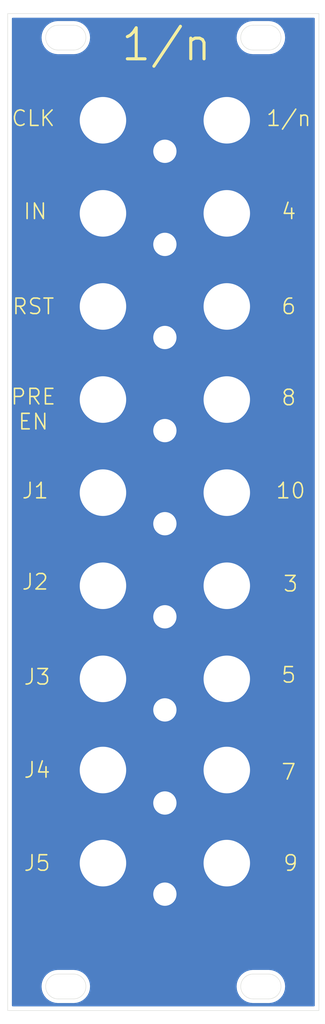
<source format=kicad_pcb>
(kicad_pcb (version 20171130) (host pcbnew "(5.1.5-0)")

  (general
    (thickness 1.6)
    (drawings 118)
    (tracks 0)
    (zones 0)
    (modules 28)
    (nets 2)
  )

  (page A4)
  (layers
    (0 F.Cu signal)
    (31 B.Cu signal)
    (32 B.Adhes user)
    (33 F.Adhes user)
    (34 B.Paste user)
    (35 F.Paste user)
    (36 B.SilkS user)
    (37 F.SilkS user)
    (38 B.Mask user)
    (39 F.Mask user)
    (40 Dwgs.User user)
    (41 Cmts.User user)
    (42 Eco1.User user)
    (43 Eco2.User user)
    (44 Edge.Cuts user)
    (45 Margin user)
    (46 B.CrtYd user)
    (47 F.CrtYd user)
    (48 B.Fab user)
    (49 F.Fab user)
  )

  (setup
    (last_trace_width 0.25)
    (trace_clearance 0.2)
    (zone_clearance 0.508)
    (zone_45_only no)
    (trace_min 0.2)
    (via_size 0.8)
    (via_drill 0.4)
    (via_min_size 0.4)
    (via_min_drill 0.3)
    (uvia_size 0.3)
    (uvia_drill 0.1)
    (uvias_allowed no)
    (uvia_min_size 0.2)
    (uvia_min_drill 0.1)
    (edge_width 0.05)
    (segment_width 0.2)
    (pcb_text_width 0.3)
    (pcb_text_size 1.5 1.5)
    (mod_edge_width 0.12)
    (mod_text_size 1 1)
    (mod_text_width 0.15)
    (pad_size 6.1 6.1)
    (pad_drill 6)
    (pad_to_mask_clearance 0.051)
    (solder_mask_min_width 0.25)
    (aux_axis_origin 0 0)
    (visible_elements FFFFFF7F)
    (pcbplotparams
      (layerselection 0x010fc_ffffffff)
      (usegerberextensions false)
      (usegerberattributes false)
      (usegerberadvancedattributes false)
      (creategerberjobfile false)
      (excludeedgelayer true)
      (linewidth 0.100000)
      (plotframeref false)
      (viasonmask false)
      (mode 1)
      (useauxorigin false)
      (hpglpennumber 1)
      (hpglpenspeed 20)
      (hpglpendiameter 15.000000)
      (psnegative false)
      (psa4output false)
      (plotreference true)
      (plotvalue true)
      (plotinvisibletext false)
      (padsonsilk false)
      (subtractmaskfromsilk false)
      (outputformat 1)
      (mirror false)
      (drillshape 0)
      (scaleselection 1)
      (outputdirectory "Gerbs/"))
  )

  (net 0 "")
  (net 1 GND)

  (net_class Default "This is the default net class."
    (clearance 0.2)
    (trace_width 0.25)
    (via_dia 0.8)
    (via_drill 0.4)
    (uvia_dia 0.3)
    (uvia_drill 0.1)
    (add_net GND)
  )

  (module "custom footprints:potleaf_small_copper" (layer F.Cu) (tedit 5FFE8352) (tstamp 5FFF03B9)
    (at 20.25 223.5)
    (fp_text reference REF** (at -0.2032 2.6797) (layer F.SilkS) hide
      (effects (font (size 1 1) (thickness 0.15)))
    )
    (fp_text value potleaf_small_copper (at -0.0127 -7.5819) (layer F.Fab)
      (effects (font (size 1 1) (thickness 0.15)))
    )
    (fp_poly (pts (xy -3.4036 -3.9751) (xy -3.0861 -3.7338) (xy -2.52095 -3.4163) (xy -1.92405 -2.9845)
      (xy -1.5494 -2.6035) (xy -1.14935 -2.03835) (xy -0.55245 -0.85725) (xy -0.254 -0.2921)
      (xy -0.2413 -0.2794) (xy -0.5715 -0.254) (xy -0.6731 -0.3048) (xy -1.0287 -0.55245)
      (xy -1.4351 -0.92075) (xy -1.7653 -1.27) (xy -2.1209 -1.7018) (xy -2.4003 -2.1209)
      (xy -2.5908 -2.3749) (xy -2.8448 -2.8321) (xy -3.0988 -3.2004) (xy -3.3401 -3.6195)
      (xy -3.6195 -4.1783)) (layer F.Cu) (width 0.1))
    (fp_poly (pts (xy -1.997075 -0.796925) (xy -1.660525 -0.701675) (xy -1.397 -0.6096) (xy -0.6985 -0.2032)
      (xy -0.66802 -0.17526) (xy -0.6604 -0.1905) (xy -0.6604 -0.1778) (xy -0.66802 -0.17526)
      (xy -0.7493 -0.0127) (xy -0.3556 0.127) (xy -0.56515 0.1524) (xy -0.95885 0.1778)
      (xy -1.4351 0.1778) (xy -1.8796 0.1143) (xy -2.3622 0) (xy -2.7559 -0.1143)
      (xy -3.1623 -0.3429) (xy -3.4798 -0.5715) (xy -3.8862 -0.6985) (xy -3.2385 -0.7493)
      (xy -2.7051 -0.7874) (xy -2.24155 -0.79375)) (layer F.Cu) (width 0.1))
    (fp_poly (pts (xy -0.13335 0.2667) (xy -0.50165 0.6985) (xy -0.9398 0.97155) (xy -1.3208 1.11125)
      (xy -2.0701 1.27635) (xy -1.5875 0.7493) (xy -1.1938 0.4826) (xy -0.8255 0.2794)
      (xy -0.3556 0.2032) (xy -0.3302 0.2032)) (layer F.Cu) (width 0.1))
    (fp_poly (pts (xy 0 -0.2159) (xy -0.211138 -0.022225) (xy 0.007937 0.073025) (xy 0.758825 0.61595)
      (xy 0.57785 0.7112) (xy 0 0.254) (xy 0.0127 1.3462) (xy -0.1016 1.2065)
      (xy -0.10795 0.3175) (xy -0.0635 0.3175) (xy -0.4445 0.1016) (xy -0.73025 -0.0508)
      (xy -0.56515 -0.3302)) (layer F.Cu) (width 0.1))
    (fp_poly (pts (xy 0.64135 0.2413) (xy 1.1938 0.5207) (xy 1.520825 0.847725) (xy 1.655763 1.077913)
      (xy 1.887538 1.347788) (xy 1.58115 1.26365) (xy 1.32715 1.18745) (xy 1.14935 1.12395)
      (xy 0.7747 0.9906) (xy 0.415925 0.796925) (xy 0.155575 0.511175) (xy 0.03175 0.34925)
      (xy 0.09525 0.38735) (xy 0.06985 0.32385) (xy 0.13335 0.1524)) (layer F.Cu) (width 0.1))
    (fp_poly (pts (xy 3.0734 -0.762) (xy 3.5052 -0.7366) (xy 4.083207 -0.726057) (xy 3.4036 -0.5715)
      (xy 2.9718 -0.381) (xy 2.6289 -0.1651) (xy 2.2098 0) (xy 1.6764 0.0889)
      (xy 1.2319 0.1143) (xy 0.65405 0.09525) (xy 0.0762 0.0762) (xy 0.0127 0)
      (xy 0.2286 -0.0635) (xy 0.235585 -0.1143) (xy 0.551815 -0.2413) (xy 1.08585 -0.4699)
      (xy 1.6383 -0.6731) (xy 2.032 -0.7874) (xy 2.4765 -0.7874)) (layer F.Cu) (width 0.1))
    (fp_poly (pts (xy 3.0607 -3.4163) (xy 2.8194 -2.921) (xy 2.6162 -2.4638) (xy 2.35585 -1.9431)
      (xy 2.0828 -1.5875) (xy 1.77165 -1.17475) (xy 1.30175 -0.78105) (xy 0.8001 -0.4445)
      (xy -0.3048 0.1524) (xy -0.2794 -0.1778) (xy 0.0254 -0.2286) (xy 0.27305 -0.66675)
      (xy 0.48895 -1.1303) (xy 0.65405 -1.4605) (xy 0.8382 -1.7526) (xy 1.0033 -2.0701)
      (xy 1.2827 -2.4257) (xy 1.5621 -2.7432) (xy 1.8923 -3.0353) (xy 2.2352 -3.2639)
      (xy 2.6162 -3.5179) (xy 3.0099 -3.7846) (xy 3.5433 -4.1783)) (layer F.Cu) (width 0.1))
    (fp_poly (pts (xy 0.2159 -5.5499) (xy 0.3175 -5.0673) (xy 0.4318 -4.6101) (xy 0.51435 -4.2799)
      (xy 0.57785 -3.8989) (xy 0.6223 -3.3782) (xy 0.6223 -2.8448) (xy 0.5715 -2.2606)
      (xy 0.508 -1.7399) (xy 0.365125 -1.2446) (xy 0.066675 -0.2286) (xy -0.14605 -0.2794)
      (xy -0.381 -1.1938) (xy -0.554038 -2.0574) (xy -0.538163 -2.8448) (xy -0.485775 -3.5052)
      (xy -0.32385 -4.2799) (xy -0.0889 -5.0927) (xy 0.0381 -5.8674) (xy 0.1016 -6.3881)) (layer F.Cu) (width 0.1))
    (fp_poly (pts (xy 0.6604 0.24765) (xy 1.21285 0.52705) (xy 1.539875 0.854075) (xy 1.674813 1.084263)
      (xy 1.906588 1.354138) (xy 1.6002 1.27) (xy 1.3462 1.1938) (xy 1.1684 1.1303)
      (xy 0.79375 0.99695) (xy 0.434975 0.803275) (xy 0.174625 0.517525) (xy 0.0508 0.3556)
      (xy 0.1143 0.3937) (xy 0.0889 0.3302) (xy 0.1524 0.15875)) (layer F.Mask) (width 0.1))
    (fp_poly (pts (xy -0.13335 0.2667) (xy -0.50165 0.6985) (xy -0.9398 0.97155) (xy -1.3208 1.11125)
      (xy -2.0701 1.27635) (xy -1.5875 0.7493) (xy -1.1938 0.4826) (xy -0.8255 0.2794)
      (xy -0.3556 0.2032) (xy -0.3302 0.2032)) (layer F.Mask) (width 0.1))
    (fp_poly (pts (xy 3.0734 -0.762) (xy 3.5052 -0.7366) (xy 4.083207 -0.726057) (xy 3.4036 -0.5715)
      (xy 2.9718 -0.381) (xy 2.6289 -0.1651) (xy 2.2098 0) (xy 1.6764 0.0889)
      (xy 1.2319 0.1143) (xy 0.65405 0.09525) (xy 0.0762 0.0762) (xy 0.0127 0)
      (xy 0.2286 -0.0635) (xy 0.235585 -0.1143) (xy 0.551815 -0.2413) (xy 1.08585 -0.4699)
      (xy 1.6383 -0.6731) (xy 2.032 -0.7874) (xy 2.4765 -0.7874)) (layer F.Mask) (width 0.1))
    (fp_poly (pts (xy 3.0607 -3.4163) (xy 2.8194 -2.921) (xy 2.6162 -2.4638) (xy 2.35585 -1.9431)
      (xy 2.0828 -1.5875) (xy 1.77165 -1.17475) (xy 1.30175 -0.78105) (xy 0.8001 -0.4445)
      (xy -0.3048 0.1524) (xy -0.2794 -0.1778) (xy 0.0254 -0.2286) (xy 0.27305 -0.66675)
      (xy 0.48895 -1.1303) (xy 0.65405 -1.4605) (xy 0.8382 -1.7526) (xy 1.0033 -2.0701)
      (xy 1.2827 -2.4257) (xy 1.5621 -2.7432) (xy 1.8923 -3.0353) (xy 2.2352 -3.2639)
      (xy 2.6162 -3.5179) (xy 3.0099 -3.7846) (xy 3.5433 -4.1783)) (layer F.Mask) (width 0.1))
    (fp_poly (pts (xy 0.2159 -5.5499) (xy 0.3175 -5.0673) (xy 0.4318 -4.6101) (xy 0.51435 -4.2799)
      (xy 0.57785 -3.8989) (xy 0.6223 -3.3782) (xy 0.6223 -2.8448) (xy 0.5715 -2.2606)
      (xy 0.508 -1.7399) (xy 0.365125 -1.2446) (xy 0.066675 -0.2286) (xy -0.14605 -0.2794)
      (xy -0.381 -1.1938) (xy -0.554038 -2.0574) (xy -0.538163 -2.8448) (xy -0.485775 -3.5052)
      (xy -0.32385 -4.2799) (xy -0.0889 -5.0927) (xy 0.0381 -5.8674) (xy 0.1016 -6.3881)) (layer F.Mask) (width 0.1))
    (fp_poly (pts (xy -3.4036 -3.9751) (xy -3.0861 -3.7338) (xy -2.52095 -3.4163) (xy -1.92405 -2.9845)
      (xy -1.5494 -2.6035) (xy -1.14935 -2.03835) (xy -0.55245 -0.85725) (xy -0.254 -0.2921)
      (xy -0.2413 -0.2794) (xy -0.5715 -0.254) (xy -0.6731 -0.3048) (xy -1.0287 -0.55245)
      (xy -1.4351 -0.92075) (xy -1.7653 -1.27) (xy -2.1209 -1.7018) (xy -2.4003 -2.1209)
      (xy -2.5908 -2.3749) (xy -2.8448 -2.8321) (xy -3.0988 -3.2004) (xy -3.3401 -3.6195)
      (xy -3.6195 -4.1783)) (layer F.Mask) (width 0.1))
    (fp_poly (pts (xy -1.997075 -0.796925) (xy -1.660525 -0.701675) (xy -1.397 -0.6096) (xy -0.6985 -0.2032)
      (xy -0.66802 -0.17526) (xy -0.6604 -0.1905) (xy -0.6604 -0.1778) (xy -0.66802 -0.17526)
      (xy -0.7493 -0.0127) (xy -0.3556 0.127) (xy -0.56515 0.1524) (xy -0.95885 0.1778)
      (xy -1.4351 0.1778) (xy -1.8796 0.1143) (xy -2.3622 0) (xy -2.7559 -0.1143)
      (xy -3.1623 -0.3429) (xy -3.4798 -0.5715) (xy -3.8862 -0.6985) (xy -3.2385 -0.7493)
      (xy -2.7051 -0.7874) (xy -2.24155 -0.79375)) (layer F.Mask) (width 0.1))
    (fp_poly (pts (xy 0 -0.2159) (xy -0.211138 -0.022225) (xy 0.007937 0.073025) (xy 0.758825 0.61595)
      (xy 0.57785 0.7112) (xy 0 0.254) (xy 0.0127 1.3462) (xy -0.1016 1.2065)
      (xy -0.10795 0.3175) (xy -0.0635 0.3175) (xy -0.4445 0.1016) (xy -0.73025 -0.0508)
      (xy -0.56515 -0.3302)) (layer F.Mask) (width 0.1))
    (fp_line (start -0.520414 -1.903032) (end -0.513586 -1.836596) (layer F.Mask) (width 0.000002))
    (fp_arc (start -3.930539 -0.713682) (end -3.937255 -0.719526) (angle -33.85090818) (layer F.Mask) (width 0.000002))
    (fp_arc (start -3.930294 -0.713469) (end -3.93283 -0.722341) (angle -33.02354606) (layer F.Mask) (width 0.000002))
    (fp_arc (start -3.911527 -0.647807) (end -3.923728 -0.724359) (angle -6.894497836) (layer F.Mask) (width 0.000002))
    (fp_line (start -3.880824 -0.730072) (end -3.923728 -0.724359) (layer F.Mask) (width 0.000002))
    (fp_line (start -3.824618 -0.735421) (end -3.880824 -0.730072) (layer F.Mask) (width 0.000002))
    (fp_line (start -3.750477 -0.740941) (end -3.824618 -0.735421) (layer F.Mask) (width 0.000002))
    (fp_line (start -3.64919 -0.747227) (end -3.750477 -0.740941) (layer F.Mask) (width 0.000002))
    (fp_line (start -3.53575 -0.754465) (end -3.64919 -0.747227) (layer F.Mask) (width 0.000002))
    (fp_line (start -3.444841 -0.761671) (end -3.53575 -0.754465) (layer F.Mask) (width 0.000002))
    (fp_line (start -3.364054 -0.769858) (end -3.444841 -0.761671) (layer F.Mask) (width 0.000002))
    (fp_line (start -3.282478 -0.780033) (end -3.364054 -0.769858) (layer F.Mask) (width 0.000002))
    (fp_line (start -3.204412 -0.789237) (end -3.282478 -0.780033) (layer F.Mask) (width 0.000002))
    (fp_line (start -3.105452 -0.79819) (end -3.204412 -0.789237) (layer F.Mask) (width 0.000002))
    (fp_line (start -2.997269 -0.806051) (end -3.105452 -0.79819) (layer F.Mask) (width 0.000002))
    (fp_line (start -2.889978 -0.811961) (end -2.997269 -0.806051) (layer F.Mask) (width 0.000002))
    (fp_line (start -2.841107 -0.814217) (end -2.889978 -0.811961) (layer F.Mask) (width 0.000002))
    (fp_line (start -2.771916 -0.817408) (end -2.841107 -0.814217) (layer F.Mask) (width 0.000002))
    (fp_line (start -2.696254 -0.820896) (end -2.771916 -0.817408) (layer F.Mask) (width 0.000002))
    (fp_line (start -2.624978 -0.824179) (end -2.696254 -0.820896) (layer F.Mask) (width 0.000002))
    (fp_line (start -2.457108 -0.831157) (end -2.624978 -0.824179) (layer F.Mask) (width 0.000002))
    (fp_line (start -2.282247 -0.836948) (end -2.457108 -0.831157) (layer F.Mask) (width 0.000002))
    (fp_line (start -2.108676 -0.841931) (end -2.282247 -0.836948) (layer F.Mask) (width 0.000002))
    (fp_arc (start -2.108214 -0.825567) (end -2.099607 -0.839493) (angle -33.33682641) (layer F.Mask) (width 0.000002))
    (fp_arc (start -2.094902 -0.847105) (end -2.099607 -0.839493) (angle -23.95733018) (layer F.Mask) (width 0.000002))
    (fp_line (start -2.080612 -0.836225) (end -2.096111 -0.838238) (layer F.Mask) (width 0.000002))
    (fp_line (start -2.062229 -0.834181) (end -2.080612 -0.836225) (layer F.Mask) (width 0.000002))
    (fp_line (start -2.041285 -0.832287) (end -2.062229 -0.834181) (layer F.Mask) (width 0.000002))
    (fp_line (start -0.529946 -2.012519) (end -0.527351 -1.982876) (layer F.Mask) (width 0.000002))
    (fp_line (start 0.612378 0.147086) (end 0.657522 0.150622) (layer F.Mask) (width 0.000002))
    (fp_line (start 0.563537 0.143388) (end 0.612378 0.147086) (layer F.Mask) (width 0.000002))
    (fp_line (start 0.518194 0.140058) (end 0.563537 0.143388) (layer F.Mask) (width 0.000002))
    (fp_line (start 0.485022 0.137755) (end 0.518194 0.140058) (layer F.Mask) (width 0.000002))
    (fp_line (start 0.453615 0.135486) (end 0.485022 0.137755) (layer F.Mask) (width 0.000002))
    (fp_line (start 0.414584 0.132326) (end 0.453615 0.135486) (layer F.Mask) (width 0.000002))
    (fp_line (start 0.374606 0.128849) (end 0.414584 0.132326) (layer F.Mask) (width 0.000002))
    (fp_line (start 0.340022 0.125579) (end 0.374606 0.128849) (layer F.Mask) (width 0.000002))
    (fp_line (start 0.278512 0.120402) (end 0.340022 0.125579) (layer F.Mask) (width 0.000002))
    (fp_line (start 0.226901 0.118134) (end 0.278512 0.120402) (layer F.Mask) (width 0.000002))
    (fp_line (start -1.168636 -2.119335) (end -1.297416 -2.326949) (layer F.Mask) (width 0.000002))
    (fp_line (start -1.039877 -1.889723) (end -1.168636 -2.119335) (layer F.Mask) (width 0.000002))
    (fp_line (start 0.263811 0.144985) (end 0.225611 0.137712) (layer F.Mask) (width 0.000002))
    (fp_line (start 0.30182 0.151668) (end 0.263811 0.144985) (layer F.Mask) (width 0.000002))
    (fp_line (start 0.327522 0.155429) (end 0.30182 0.151668) (layer F.Mask) (width 0.000002))
    (fp_arc (start 0.23095 0.933381) (end 0.41585 0.171576) (angle -6.566361639) (layer F.Mask) (width 0.000002))
    (fp_line (start 0.542223 0.20486) (end 0.41585 0.171576) (layer F.Mask) (width 0.000002))
    (fp_line (start 0.68155 0.247366) (end 0.542223 0.20486) (layer F.Mask) (width 0.000002))
    (fp_line (start 0.815022 0.294009) (end 0.68155 0.247366) (layer F.Mask) (width 0.000002))
    (fp_line (start 0.858649 0.311046) (end 0.815022 0.294009) (layer F.Mask) (width 0.000002))
    (fp_line (start 0.904637 0.330487) (end 0.858649 0.311046) (layer F.Mask) (width 0.000002))
    (fp_line (start 0.952079 0.35193) (end 0.904637 0.330487) (layer F.Mask) (width 0.000002))
    (fp_line (start 1.000085 0.374987) (end 0.952079 0.35193) (layer F.Mask) (width 0.000002))
    (fp_arc (start 0.36098 1.668146) (end 1.152408 0.462179) (angle -6.975783365) (layer F.Mask) (width 0.000002))
    (fp_line (start -0.399919 -1.15274) (end -0.397902 -1.142472) (layer F.Mask) (width 0.000002))
    (fp_arc (start 2.617018 -2.484701) (end 2.619743 -2.483438) (angle -24.86823066) (layer F.Mask) (width 0.000002))
    (fp_line (start 2.611209 -2.465048) (end 2.619743 -2.483438) (layer F.Mask) (width 0.000002))
    (fp_line (start 2.601523 -2.444368) (end 2.611209 -2.465048) (layer F.Mask) (width 0.000002))
    (fp_line (start 2.590022 -2.42013) (end 2.601523 -2.444368) (layer F.Mask) (width 0.000002))
    (fp_line (start 2.578521 -2.395854) (end 2.590022 -2.42013) (layer F.Mask) (width 0.000002))
    (fp_line (start 2.568834 -2.375049) (end 2.578521 -2.395854) (layer F.Mask) (width 0.000002))
    (fp_line (start 2.560385 -2.356671) (end 2.568834 -2.375049) (layer F.Mask) (width 0.000002))
    (fp_arc (start 2.564016 -2.355005) (end 2.560385 -2.356671) (angle -24.6439765) (layer F.Mask) (width 0.000002))
    (fp_arc (start 2.552181 -2.355005) (end 2.559292 -2.351703) (angle -24.90854605) (layer F.Mask) (width 0.000002))
    (fp_line (start 2.520677 -2.268579) (end 2.559292 -2.351703) (layer F.Mask) (width 0.000002))
    (fp_line (start 2.477758 -2.176661) (end 2.520677 -2.268579) (layer F.Mask) (width 0.000002))
    (fp_line (start 2.427442 -2.069723) (end 2.477758 -2.176661) (layer F.Mask) (width 0.000002))
    (fp_line (start 2.404537 -2.021826) (end 2.427442 -2.069723) (layer F.Mask) (width 0.000002))
    (fp_line (start 2.376801 -1.96502) (end 2.404537 -2.021826) (layer F.Mask) (width 0.000002))
    (fp_line (start 2.34773 -1.906002) (end 2.376801 -1.96502) (layer F.Mask) (width 0.000002))
    (fp_arc (start 2.33493 -1.912314) (end 2.345022 -1.902223) (angle -18.75265696) (layer F.Mask) (width 0.000002))
    (fp_arc (start 2.351739 -1.895505) (end 2.345022 -1.902223) (angle -14.08958954) (layer F.Mask) (width 0.000002))
    (fp_line (start 2.340177 -1.894582) (end 2.343588 -1.900385) (layer F.Mask) (width 0.000002))
    (fp_line (start 2.336238 -1.887565) (end 2.340177 -1.894582) (layer F.Mask) (width 0.000002))
    (fp_line (start 2.332041 -1.879723) (end 2.336238 -1.887565) (layer F.Mask) (width 0.000002))
    (fp_line (start 2.323008 -1.862884) (end 2.332041 -1.879723) (layer F.Mask) (width 0.000002))
    (fp_line (start 2.312309 -1.843691) (end 2.323008 -1.862884) (layer F.Mask) (width 0.000002))
    (fp_line (start 2.301117 -1.824201) (end 2.312309 -1.843691) (layer F.Mask) (width 0.000002))
    (fp_line (start 2.290563 -1.806424) (end 2.301117 -1.824201) (layer F.Mask) (width 0.000002))
    (fp_line (start 2.286359 -1.799399) (end 2.290563 -1.806424) (layer F.Mask) (width 0.000002))
    (fp_line (start 2.279895 -1.788454) (end 2.286359 -1.799399) (layer F.Mask) (width 0.000002))
    (fp_line (start 2.27263 -1.776079) (end 2.279895 -1.788454) (layer F.Mask) (width 0.000002))
    (fp_line (start 2.265538 -1.763924) (end 2.27263 -1.776079) (layer F.Mask) (width 0.000002))
    (fp_arc (start 0.671422 -2.691036) (end 2.176513 -1.625463) (angle -5.11612147) (layer F.Mask) (width 0.000002))
    (fp_line (start 2.060765 -1.471284) (end 2.176513 -1.625463) (layer F.Mask) (width 0.000002))
    (fp_line (start 1.929379 -1.314885) (end 2.060765 -1.471284) (layer F.Mask) (width 0.000002))
    (fp_line (start 1.792561 -1.169233) (end 1.929379 -1.314885) (layer F.Mask) (width 0.000002))
    (fp_arc (start -1.200185 -4.146252) (end 1.512462 -0.911949) (angle -5.163996652) (layer F.Mask) (width 0.000002))
    (fp_line (start 1.202444 -0.673055) (end 1.512462 -0.911949) (layer F.Mask) (width 0.000002))
    (fp_line (start 0.84653 -0.441132) (end 1.202444 -0.673055) (layer F.Mask) (width 0.000002))
    (fp_line (start 0.427522 -0.204616) (end 0.84653 -0.441132) (layer F.Mask) (width 0.000002))
    (fp_line (start 0.40721 -0.193794) (end 0.427522 -0.204616) (layer F.Mask) (width 0.000002))
    (fp_line (start 0.383256 -0.180951) (end 0.40721 -0.193794) (layer F.Mask) (width 0.000002))
    (fp_line (start 0.359541 -0.168175) (end 0.383256 -0.180951) (layer F.Mask) (width 0.000002))
    (fp_line (start 0.340022 -0.157589) (end 0.359541 -0.168175) (layer F.Mask) (width 0.000002))
    (fp_line (start 0.322766 -0.148231) (end 0.340022 -0.157589) (layer F.Mask) (width 0.000002))
    (fp_line (start 0.306062 -0.139251) (end 0.322766 -0.148231) (layer F.Mask) (width 0.000002))
    (fp_line (start 0.291782 -0.131641) (end 0.306062 -0.139251) (layer F.Mask) (width 0.000002))
    (fp_line (start 0.284097 -0.127663) (end 0.291782 -0.131641) (layer F.Mask) (width 0.000002))
    (fp_arc (start 0.341016 -0.014986) (end 0.284097 -0.127663) (angle -8.622610983) (layer F.Mask) (width 0.000002))
    (fp_arc (start 0.376544 0.034965) (end 0.267847 -0.117855) (angle -6.409496987) (layer F.Mask) (width 0.000002))
    (fp_arc (start 0.38397 0.04326) (end 0.251467 -0.104766) (angle -5.405656274) (layer F.Mask) (width 0.000002))
    (fp_arc (start 0.246645 -0.083733) (end 0.238111 -0.091625) (angle -42.76172539) (layer F.Mask) (width 0.000002))
    (fp_arc (start 0.24272 -0.083733) (end 0.235022 -0.083733) (angle -27.15666233) (layer F.Mask) (width 0.000002))
    (fp_arc (start 0.239402 -0.082031) (end 0.23587 -0.08022) (angle -44.53588418) (layer F.Mask) (width 0.000002))
    (fp_arc (start 0.241353 -0.087929) (end 0.238155 -0.078263) (angle -24.19419325) (layer F.Mask) (width 0.000002))
    (fp_arc (start 0.234457 -0.154816) (end 0.242398 -0.077801) (angle -5.423293526) (layer F.Mask) (width 0.000002))
    (fp_arc (start 0.231204 -0.171082) (end 0.249641 -0.078896) (angle -11.83022724) (layer F.Mask) (width 0.000002))
    (fp_line (start 0.328992 -0.110977) (end 0.268149 -0.084634) (layer F.Mask) (width 0.000002))
    (fp_line (start 0.396972 -0.141472) (end 0.328992 -0.110977) (layer F.Mask) (width 0.000002))
    (fp_line (start 0.465022 -0.173357) (end 0.396972 -0.141472) (layer F.Mask) (width 0.000002))
    (fp_line (start 0.488044 -0.184344) (end 0.465022 -0.173357) (layer F.Mask) (width 0.000002))
    (fp_line (start 0.51385 -0.1966) (end 0.488044 -0.184344) (layer F.Mask) (width 0.000002))
    (fp_line (start 0.538478 -0.20825) (end 0.51385 -0.1966) (layer F.Mask) (width 0.000002))
    (fp_line (start 0.557522 -0.217202) (end 0.538478 -0.20825) (layer F.Mask) (width 0.000002))
    (fp_line (start 0.577497 -0.226607) (end 0.557522 -0.217202) (layer F.Mask) (width 0.000002))
    (fp_line (start 0.6056 -0.239946) (end 0.577497 -0.226607) (layer F.Mask) (width 0.000002))
    (fp_line (start 0.636247 -0.254556) (end 0.6056 -0.239946) (layer F.Mask) (width 0.000002))
    (fp_line (start 0.665022 -0.268339) (end 0.636247 -0.254556) (layer F.Mask) (width 0.000002))
    (fp_line (start 0.719936 -0.294639) (end 0.665022 -0.268339) (layer F.Mask) (width 0.000002))
    (fp_line (start 0.761702 -0.314465) (end 0.719936 -0.294639) (layer F.Mask) (width 0.000002))
    (fp_line (start 0.796707 -0.330852) (end 0.761702 -0.314465) (layer F.Mask) (width 0.000002))
    (fp_line (start 0.830022 -0.346184) (end 0.796707 -0.330852) (layer F.Mask) (width 0.000002))
    (fp_line (start 0.865354 -0.362426) (end 0.830022 -0.346184) (layer F.Mask) (width 0.000002))
    (fp_line (start 0.931774 -0.393251) (end 0.865354 -0.362426) (layer F.Mask) (width 0.000002))
    (fp_line (start 0.999694 -0.424868) (end 0.931774 -0.393251) (layer F.Mask) (width 0.000002))
    (fp_line (start 1.047522 -0.447267) (end 0.999694 -0.424868) (layer F.Mask) (width 0.000002))
    (fp_line (start 1.194502 -0.515343) (end 1.047522 -0.447267) (layer F.Mask) (width 0.000002))
    (fp_line (start 1.345333 -0.583097) (end 1.194502 -0.515343) (layer F.Mask) (width 0.000002))
    (fp_line (start 1.483653 -0.643342) (end 1.345333 -0.583097) (layer F.Mask) (width 0.000002))
    (fp_line (start 1.590022 -0.68732) (end 1.483653 -0.643342) (layer F.Mask) (width 0.000002))
    (fp_line (start 1.643337 -0.708389) (end 1.590022 -0.68732) (layer F.Mask) (width 0.000002))
    (fp_line (start 1.678135 -0.721641) (end 1.643337 -0.708389) (layer F.Mask) (width 0.000002))
    (fp_line (start 1.707932 -0.732231) (end 1.678135 -0.721641) (layer F.Mask) (width 0.000002))
    (fp_line (start 1.742522 -0.743711) (end 1.707932 -0.732231) (layer F.Mask) (width 0.000002))
    (fp_line (start 1.80162 -0.761533) (end 1.742522 -0.743711) (layer F.Mask) (width 0.000002))
    (fp_line (start 1.863071 -0.777616) (end 1.80162 -0.761533) (layer F.Mask) (width 0.000002))
    (fp_line (start 1.924574 -0.791403) (end 1.863071 -0.777616) (layer F.Mask) (width 0.000002))
    (fp_line (start 1.983822 -0.802331) (end 1.924574 -0.791403) (layer F.Mask) (width 0.000002))
    (fp_line (start 2.025789 -0.808218) (end 1.983822 -0.802331) (layer F.Mask) (width 0.000002))
    (fp_line (start 2.061324 -0.811025) (end 2.025789 -0.808218) (layer F.Mask) (width 0.000002))
    (fp_line (start 2.105896 -0.811739) (end 2.061324 -0.811025) (layer F.Mask) (width 0.000002))
    (fp_line (start 2.186322 -0.81063) (end 2.105896 -0.811739) (layer F.Mask) (width 0.000002))
    (fp_line (start 2.243234 -0.809265) (end 2.186322 -0.81063) (layer F.Mask) (width 0.000002))
    (fp_line (start 2.301607 -0.807263) (end 2.243234 -0.809265) (layer F.Mask) (width 0.000002))
    (fp_line (start 2.353546 -0.804968) (end 2.301607 -0.807263) (layer F.Mask) (width 0.000002))
    (fp_line (start 2.387522 -0.802733) (end 2.353546 -0.804968) (layer F.Mask) (width 0.000002))
    (fp_line (start 2.418287 -0.800298) (end 2.387522 -0.802733) (layer F.Mask) (width 0.000002))
    (fp_line (start 2.457662 -0.797373) (end 2.418287 -0.800298) (layer F.Mask) (width 0.000002))
    (fp_line (start 2.498691 -0.794455) (end 2.457662 -0.797373) (layer F.Mask) (width 0.000002))
    (fp_line (start 2.535022 -0.79201) (end 2.498691 -0.794455) (layer F.Mask) (width 0.000002))
    (fp_line (start 2.572057 -0.789582) (end 2.535022 -0.79201) (layer F.Mask) (width 0.000002))
    (fp_line (start 2.615318 -0.786707) (end 2.572057 -0.789582) (layer F.Mask) (width 0.000002))
    (fp_line (start 2.657867 -0.78385) (end 2.615318 -0.786707) (layer F.Mask) (width 0.000002))
    (fp_line (start 2.692522 -0.78149) (end 2.657867 -0.78385) (layer F.Mask) (width 0.000002))
    (fp_line (start 2.745145 -0.77932) (end 2.692522 -0.78149) (layer F.Mask) (width 0.000002))
    (fp_line (start 2.937897 -0.77687) (end 2.745145 -0.77932) (layer F.Mask) (width 0.000002))
    (fp_line (start 3.166132 -0.774654) (end 2.937897 -0.77687) (layer F.Mask) (width 0.000002))
    (fp_line (start 3.422522 -0.773003) (end 3.166132 -0.774654) (layer F.Mask) (width 0.000002))
    (fp_line (start 3.760194 -0.771026) (end 3.422522 -0.773003) (layer F.Mask) (width 0.000002))
    (fp_line (start 3.946598 -0.769047) (end 3.760194 -0.771026) (layer F.Mask) (width 0.000002))
    (fp_line (start 4.075267 -0.766972) (end 3.946598 -0.769047) (layer F.Mask) (width 0.000002))
    (fp_arc (start 4.074767 -0.738654) (end 4.088772 -0.763271) (angle -28.62507096) (layer F.Mask) (width 0.000002))
    (fp_arc (start 4.075727 -0.740343) (end 4.097766 -0.75484) (angle -27.02694093) (layer F.Mask) (width 0.000002))
    (fp_arc (start 4.085485 -0.746761) (end 4.100023 -0.744588) (angle -41.83999439) (layer F.Mask) (width 0.000002))
    (fp_arc (start 4.081803 -0.747312) (end 4.094871 -0.734326) (angle -36.31462598) (layer F.Mask) (width 0.000002))
    (fp_arc (start 4.065208 -0.763801) (end 4.083207 -0.726057) (angle -19.68685136) (layer F.Mask) (width 0.000002))
    (fp_arc (start 4.019585 -0.859474) (end 4.065174 -0.718869) (angle -7.530537781) (layer F.Mask) (width 0.000002))
    (fp_line (start 4.000776 -0.698195) (end 4.065174 -0.718869) (layer F.Mask) (width 0.000002))
    (fp_line (start 3.938093 -0.678608) (end 4.000776 -0.698195) (layer F.Mask) (width 0.000002))
    (fp_line (start 3.902522 -0.668623) (end 3.938093 -0.678608) (layer F.Mask) (width 0.000002))
    (fp_line (start 3.773171 -0.631831) (end 3.902522 -0.668623) (layer F.Mask) (width 0.000002))
    (fp_line (start 3.598786 -0.574797) (end 3.773171 -0.631831) (layer F.Mask) (width 0.000002))
    (fp_line (start 3.419767 -0.511749) (end 3.598786 -0.574797) (layer F.Mask) (width 0.000002))
    (fp_line (start 3.272522 -0.454726) (end 3.419767 -0.511749) (layer F.Mask) (width 0.000002))
    (fp_line (start 3.149199 -0.401922) (end 3.272522 -0.454726) (layer F.Mask) (width 0.000002))
    (fp_line (start 3.003927 -0.335409) (end 3.149199 -0.401922) (layer F.Mask) (width 0.000002))
    (fp_line (start 2.8626 -0.26751) (end 3.003927 -0.335409) (layer F.Mask) (width 0.000002))
    (fp_line (start 2.752522 -0.210801) (end 2.8626 -0.26751) (layer F.Mask) (width 0.000002))
    (fp_line (start 2.618504 -0.139567) (end 2.752522 -0.210801) (layer F.Mask) (width 0.000002))
    (fp_line (start 2.53344 -0.097304) (end 2.618504 -0.139567) (layer F.Mask) (width 0.000002))
    (fp_line (start 2.458987 -0.064869) (end 2.53344 -0.097304) (layer F.Mask) (width 0.000002))
    (fp_line (start 2.367522 -0.029822) (end 2.458987 -0.064869) (layer F.Mask) (width 0.000002))
    (fp_line (start 2.292423 -0.002693) (end 2.367522 -0.029822) (layer F.Mask) (width 0.000002))
    (fp_line (start 2.252851 0.010723) (end 2.292423 -0.002693) (layer F.Mask) (width 0.000002))
    (fp_line (start 2.2134 0.022598) (end 2.252851 0.010723) (layer F.Mask) (width 0.000002))
    (fp_line (start 2.140022 0.043034) (end 2.2134 0.022598) (layer F.Mask) (width 0.000002))
    (fp_line (start 2.020804 0.072545) (end 2.140022 0.043034) (layer F.Mask) (width 0.000002))
    (fp_line (start 1.88362 0.100279) (end 2.020804 0.072545) (layer F.Mask) (width 0.000002))
    (fp_line (start 1.745884 0.123156) (end 1.88362 0.100279) (layer F.Mask) (width 0.000002))
    (fp_line (start 1.625022 0.137838) (end 1.745884 0.123156) (layer F.Mask) (width 0.000002))
    (fp_line (start 1.601013 0.140138) (end 1.625022 0.137838) (layer F.Mask) (width 0.000002))
    (fp_line (start 1.566506 0.143487) (end 1.601013 0.140138) (layer F.Mask) (width 0.000002))
    (fp_line (start 1.528547 0.147195) (end 1.566506 0.143487) (layer F.Mask) (width 0.000002))
    (fp_line (start 1.492522 0.150739) (end 1.528547 0.147195) (layer F.Mask) (width 0.000002))
    (fp_line (start 1.358935 0.158145) (end 1.492522 0.150739) (layer F.Mask) (width 0.000002))
    (fp_line (start 1.08619 0.159806) (end 1.358935 0.158145) (layer F.Mask) (width 0.000002))
    (fp_line (start 0.81307 0.157895) (end 1.08619 0.159806) (layer F.Mask) (width 0.000002))
    (fp_line (start 0.657522 0.150622) (end 0.81307 0.157895) (layer F.Mask) (width 0.000002))
    (fp_line (start 0.1847 0.117876) (end 0.226901 0.118134) (layer F.Mask) (width 0.000002))
    (fp_arc (start 0.18473 0.122585) (end 0.1847 0.117876) (angle -89.6287458) (layer F.Mask) (width 0.000002))
    (fp_arc (start 0.182611 0.122585) (end 0.180022 0.122585) (angle -55.50086928) (layer F.Mask) (width 0.000002))
    (fp_arc (start 0.201348 0.095322) (end 0.181144 0.124719) (angle -8.173786249) (layer F.Mask) (width 0.000002))
    (fp_line (start -0.889364 -1.611845) (end -0.905659 -1.641938) (layer F.Mask) (width 0.000002))
    (fp_line (start -0.878779 -1.592223) (end -0.889364 -1.611845) (layer F.Mask) (width 0.000002))
    (fp_line (start 0.511249 -1.216774) (end 0.464982 -1.119723) (layer F.Mask) (width 0.000002))
    (fp_line (start 0.596807 -1.387672) (end 0.511249 -1.216774) (layer F.Mask) (width 0.000002))
    (fp_line (start 0.683548 -1.558364) (end 0.596807 -1.387672) (layer F.Mask) (width 0.000002))
    (fp_line (start 0.724269 -1.633473) (end 0.683548 -1.558364) (layer F.Mask) (width 0.000002))
    (fp_line (start 0.738678 -1.658634) (end 0.724269 -1.633473) (layer F.Mask) (width 0.000002))
    (fp_line (start 0.749929 -1.678364) (end 0.738678 -1.658634) (layer F.Mask) (width 0.000002))
    (fp_line (start 0.759609 -1.695445) (end 0.749929 -1.678364) (layer F.Mask) (width 0.000002))
    (fp_line (start 0.769048 -1.712223) (end 0.759609 -1.695445) (layer F.Mask) (width 0.000002))
    (fp_line (start 0.775983 -1.724376) (end 0.769048 -1.712223) (layer F.Mask) (width 0.000002))
    (fp_line (start 0.78759 -1.744269) (end 0.775983 -1.724376) (layer F.Mask) (width 0.000002))
    (fp_line (start 0.800976 -1.767015) (end 0.78759 -1.744269) (layer F.Mask) (width 0.000002))
    (fp_line (start 0.814458 -1.789723) (end 0.800976 -1.767015) (layer F.Mask) (width 0.000002))
    (fp_line (start 0.827575 -1.811732) (end 0.814458 -1.789723) (layer F.Mask) (width 0.000002))
    (fp_line (start 0.839864 -1.832376) (end 0.827575 -1.811732) (layer F.Mask) (width 0.000002))
    (fp_line (start 0.850197 -1.849757) (end 0.839864 -1.832376) (layer F.Mask) (width 0.000002))
    (fp_line (start 0.854889 -1.857693) (end 0.850197 -1.849757) (layer F.Mask) (width 0.000002))
    (fp_line (start 0.899259 -1.929767) (end 0.854889 -1.857693) (layer F.Mask) (width 0.000002))
    (fp_line (start 0.962393 -2.026163) (end 0.899259 -1.929767) (layer F.Mask) (width 0.000002))
    (fp_line (start 1.029939 -2.125729) (end 0.962393 -2.026163) (layer F.Mask) (width 0.000002))
    (fp_line (start 1.089543 -2.209723) (end 1.029939 -2.125729) (layer F.Mask) (width 0.000002))
    (fp_line (start 1.146819 -2.286359) (end 1.089543 -2.209723) (layer F.Mask) (width 0.000002))
    (fp_line (start 1.217177 -2.376939) (end 1.146819 -2.286359) (layer F.Mask) (width 0.000002))
    (fp_line (start 1.284639 -2.461458) (end 1.217177 -2.376939) (layer F.Mask) (width 0.000002))
    (fp_line (start 1.327847 -2.512223) (end 1.284639 -2.461458) (layer F.Mask) (width 0.000002))
    (fp_line (start 2.635064 -2.518111) (end 2.644416 -2.538042) (layer F.Mask) (width 0.000002))
    (fp_line (start 2.627187 -2.501055) (end 2.635064 -2.518111) (layer F.Mask) (width 0.000002))
    (fp_line (start 2.620294 -2.485956) (end 2.627187 -2.501055) (layer F.Mask) (width 0.000002))
    (fp_arc (start 2.623048 -2.484701) (end 2.620294 -2.485956) (angle -24.50101803) (layer F.Mask) (width 0.000002))
    (fp_line (start -0.924015 -1.675778) (end -0.941963 -1.708806) (layer F.Mask) (width 0.000002))
    (fp_line (start -0.905659 -1.641938) (end -0.924015 -1.675778) (layer F.Mask) (width 0.000002))
    (fp_arc (start 1.902322 1.386851) (end 1.912962 1.390934) (angle -42.79890209) (layer F.Mask) (width 0.000002))
    (fp_arc (start 1.907674 1.388905) (end 1.910571 1.393771) (angle -38.23970561) (layer F.Mask) (width 0.000002))
    (fp_arc (start 1.899243 1.374743) (end 1.905675 1.395933) (angle -13.88249364) (layer F.Mask) (width 0.000002))
    (fp_arc (start 1.894853 1.360279) (end 1.898837 1.397326) (angle -10.74561992) (layer F.Mask) (width 0.000002))
    (fp_arc (start 1.890414 1.319003) (end 1.890414 1.397777) (angle -6.138576527) (layer F.Mask) (width 0.000002))
    (fp_line (start 0.393609 -0.958622) (end 0.385721 -0.939723) (layer F.Mask) (width 0.000002))
    (fp_line (start 0.420843 -1.020616) (end 0.393609 -0.958622) (layer F.Mask) (width 0.000002))
    (fp_line (start 0.44772 -1.081406) (end 0.420843 -1.020616) (layer F.Mask) (width 0.000002))
    (fp_line (start 0.464982 -1.119723) (end 0.44772 -1.081406) (layer F.Mask) (width 0.000002))
    (fp_arc (start 1.890414 1.287041) (end 1.875921 1.396825) (angle -7.520235656) (layer F.Mask) (width 0.000002))
    (fp_arc (start 1.885892 1.321291) (end 1.863016 1.393965) (angle -9.952661991) (layer F.Mask) (width 0.000002))
    (fp_arc (start 1.916591 1.223768) (end 1.846281 1.387761) (angle -5.733652653) (layer F.Mask) (width 0.000002))
    (fp_line (start 1.815022 1.374046) (end 1.846281 1.387761) (layer F.Mask) (width 0.000002))
    (fp_line (start 1.751838 1.347762) (end 1.815022 1.374046) (layer F.Mask) (width 0.000002))
    (fp_line (start 1.685736 1.324319) (end 1.751838 1.347762) (layer F.Mask) (width 0.000002))
    (fp_line (start 1.61412 1.302862) (end 1.685736 1.324319) (layer F.Mask) (width 0.000002))
    (fp_line (start 1.534294 1.282548) (end 1.61412 1.302862) (layer F.Mask) (width 0.000002))
    (fp_line (start 1.397606 1.249292) (end 1.534294 1.282548) (layer F.Mask) (width 0.000002))
    (fp_line (start -0.869872 -1.575677) (end -0.878779 -1.592223) (layer F.Mask) (width 0.000002))
    (fp_line (start -0.859765 -1.556926) (end -0.869872 -1.575677) (layer F.Mask) (width 0.000002))
    (fp_line (start 0.253305 -0.613757) (end 0.24449 -0.593339) (layer F.Mask) (width 0.000002))
    (fp_line (start 0.263179 -0.637622) (end 0.253305 -0.613757) (layer F.Mask) (width 0.000002))
    (fp_line (start 0.274497 -0.665849) (end 0.263179 -0.637622) (layer F.Mask) (width 0.000002))
    (fp_line (start 0.287768 -0.699723) (end 0.274497 -0.665849) (layer F.Mask) (width 0.000002))
    (fp_line (start 0.293655 -0.714676) (end 0.287768 -0.699723) (layer F.Mask) (width 0.000002))
    (fp_line (start 0.300109 -0.730667) (end 0.293655 -0.714676) (layer F.Mask) (width 0.000002))
    (fp_line (start 0.306173 -0.745373) (end 0.300109 -0.730667) (layer F.Mask) (width 0.000002))
    (fp_arc (start 0.409202 1.594665) (end 1.290509 0.565987) (angle -7.312584183) (layer F.Mask) (width 0.000002))
    (fp_arc (start 0.482062 1.509619) (end 1.408604 0.681641) (angle -7.62737626) (layer F.Mask) (width 0.000002))
    (fp_arc (start 0.71699 1.299683) (end 1.501099 0.804225) (angle -9.496950872) (layer F.Mask) (width 0.000002))
    (fp_line (start 1.593113 0.947827) (end 1.501099 0.804225) (layer F.Mask) (width 0.000002))
    (fp_line (start 1.658325 1.044131) (end 1.593113 0.947827) (layer F.Mask) (width 0.000002))
    (fp_line (start 1.719278 1.126381) (end 1.658325 1.044131) (layer F.Mask) (width 0.000002))
    (fp_line (start 1.79438 1.220045) (end 1.719278 1.126381) (layer F.Mask) (width 0.000002))
    (fp_line (start 1.837947 1.272822) (end 1.79438 1.220045) (layer F.Mask) (width 0.000002))
    (fp_line (start 1.851771 1.289809) (end 1.837947 1.272822) (layer F.Mask) (width 0.000002))
    (fp_line (start 1.862079 1.303035) (end 1.851771 1.289809) (layer F.Mask) (width 0.000002))
    (fp_line (start -0.365502 -4.229723) (end -0.379364 -4.179731) (layer F.Mask) (width 0.000002))
    (fp_line (start 0.310691 -0.755918) (end 0.306173 -0.745373) (layer F.Mask) (width 0.000002))
    (fp_line (start 0.314264 -0.764394) (end 0.310691 -0.755918) (layer F.Mask) (width 0.000002))
    (fp_line (start 0.317281 -0.772333) (end 0.314264 -0.764394) (layer F.Mask) (width 0.000002))
    (fp_line (start 0.319553 -0.779041) (end 0.317281 -0.772333) (layer F.Mask) (width 0.000002))
    (fp_arc (start 0.310216 -0.782034) (end 0.319553 -0.779041) (angle -17.77341578) (layer F.Mask) (width 0.000002))
    (fp_arc (start 0.329621 -0.782034) (end 0.320501 -0.785032) (angle -18.19343257) (layer F.Mask) (width 0.000002))
    (fp_line (start 0.322848 -0.791791) (end 0.320501 -0.785032) (layer F.Mask) (width 0.000002))
    (fp_line (start 0.325958 -0.79979) (end 0.322848 -0.791791) (layer F.Mask) (width 0.000002))
    (fp_line (start 0.329642 -0.808339) (end 0.325958 -0.79979) (layer F.Mask) (width 0.000002))
    (fp_line (start 0.343866 -0.840216) (end 0.329642 -0.808339) (layer F.Mask) (width 0.000002))
    (fp_line (start 0.352969 -0.861368) (end 0.343866 -0.840216) (layer F.Mask) (width 0.000002))
    (fp_line (start 0.359166 -0.876509) (end 0.352969 -0.861368) (layer F.Mask) (width 0.000002))
    (fp_arc (start 0.348258 -0.880875) (end 0.359166 -0.876509) (angle -22.02337783) (layer F.Mask) (width 0.000002))
    (fp_arc (start 0.366745 -0.880943) (end 0.360459 -0.883368) (angle -21.31038334) (layer F.Mask) (width 0.000002))
    (fp_line (start 0.363194 -0.890214) (end 0.360459 -0.883368) (layer F.Mask) (width 0.000002))
    (fp_line (start 0.366707 -0.898327) (end 0.363194 -0.890214) (layer F.Mask) (width 0.000002))
    (fp_line (start 0.370874 -0.907223) (end 0.366707 -0.898327) (layer F.Mask) (width 0.000002))
    (fp_line (start 0.37533 -0.91657) (end 0.370874 -0.907223) (layer F.Mask) (width 0.000002))
    (fp_line (start 0.379723 -0.926051) (end 0.37533 -0.91657) (layer F.Mask) (width 0.000002))
    (fp_line (start 0.383495 -0.934423) (end 0.379723 -0.926051) (layer F.Mask) (width 0.000002))
    (fp_line (start 0.385721 -0.939723) (end 0.383495 -0.934423) (layer F.Mask) (width 0.000002))
    (fp_line (start 1.877281 1.323316) (end 1.862079 1.303035) (layer F.Mask) (width 0.000002))
    (fp_line (start 1.893683 1.346689) (end 1.877281 1.323316) (layer F.Mask) (width 0.000002))
    (fp_arc (start 1.698701 1.475803) (end 1.905528 1.366666) (angle -5.692425321) (layer F.Mask) (width 0.000002))
    (fp_arc (start 1.757385 1.444836) (end 1.912903 1.382618) (angle -6.014217556) (layer F.Mask) (width 0.000002))
    (fp_line (start 1.337272 -2.522808) (end 1.327847 -2.512223) (layer F.Mask) (width 0.000002))
    (fp_line (start 1.357031 -2.545144) (end 1.337272 -2.522808) (layer F.Mask) (width 0.000002))
    (fp_line (start 1.38043 -2.571639) (end 1.357031 -2.545144) (layer F.Mask) (width 0.000002))
    (fp_line (start 1.405193 -2.599723) (end 1.38043 -2.571639) (layer F.Mask) (width 0.000002))
    (fp_line (start 1.513704 -2.716696) (end 1.405193 -2.599723) (layer F.Mask) (width 0.000002))
    (fp_line (start 1.646053 -2.847921) (end 1.513704 -2.716696) (layer F.Mask) (width 0.000002))
    (fp_line (start 1.777297 -2.969915) (end 1.646053 -2.847921) (layer F.Mask) (width 0.000002))
    (fp_line (start 1.88025 -3.05578) (end 1.777297 -2.969915) (layer F.Mask) (width 0.000002))
    (fp_line (start 1.967428 -3.121273) (end 1.88025 -3.05578) (layer F.Mask) (width 0.000002))
    (fp_line (start 2.046415 -3.176722) (end 1.967428 -3.121273) (layer F.Mask) (width 0.000002))
    (fp_line (start 2.148457 -3.243649) (end 2.046415 -3.176722) (layer F.Mask) (width 0.000002))
    (fp_line (start 2.327522 -3.357231) (end 2.148457 -3.243649) (layer F.Mask) (width 0.000002))
    (fp_line (start 2.389629 -3.396656) (end 2.327522 -3.357231) (layer F.Mask) (width 0.000002))
    (fp_line (start 2.456365 -3.439531) (end 2.389629 -3.396656) (layer F.Mask) (width 0.000002))
    (fp_line (start 2.517965 -3.479529) (end 2.456365 -3.439531) (layer F.Mask) (width 0.000002))
    (fp_line (start 2.562522 -3.509009) (end 2.517965 -3.479529) (layer F.Mask) (width 0.000002))
    (fp_line (start 2.697222 -3.600702) (end 2.562522 -3.509009) (layer F.Mask) (width 0.000002))
    (fp_line (start 2.820866 -3.687749) (end 2.697222 -3.600702) (layer F.Mask) (width 0.000002))
    (fp_line (start 2.96869 -3.795226) (end 2.820866 -3.687749) (layer F.Mask) (width 0.000002))
    (fp_line (start 3.190022 -3.959043) (end 2.96869 -3.795226) (layer F.Mask) (width 0.000002))
    (fp_line (start 3.233928 -3.99165) (end 3.190022 -3.959043) (layer F.Mask) (width 0.000002))
    (fp_line (start 3.276959 -4.023554) (end 3.233928 -3.99165) (layer F.Mask) (width 0.000002))
    (fp_line (start 3.314011 -4.05098) (end 3.276959 -4.023554) (layer F.Mask) (width 0.000002))
    (fp_line (start 3.335022 -4.066457) (end 3.314011 -4.05098) (layer F.Mask) (width 0.000002))
    (fp_line (start 3.351209 -4.078354) (end 3.335022 -4.066457) (layer F.Mask) (width 0.000002))
    (fp_line (start 3.36885 -4.091357) (end 3.351209 -4.078354) (layer F.Mask) (width 0.000002))
    (fp_line (start 3.38532 -4.103529) (end 3.36885 -4.091357) (layer F.Mask) (width 0.000002))
    (fp_line (start 3.397522 -4.112586) (end 3.38532 -4.103529) (layer F.Mask) (width 0.000002))
    (fp_line (start 3.437477 -4.14073) (end 3.397522 -4.112586) (layer F.Mask) (width 0.000002))
    (fp_line (start 3.492952 -4.176792) (end 3.437477 -4.14073) (layer F.Mask) (width 0.000002))
    (fp_line (start 3.549438 -4.212241) (end 3.492952 -4.176792) (layer F.Mask) (width 0.000002))
    (fp_arc (start 3.577909 -4.166356) (end 3.564761 -4.218731) (angle -17.72762575) (layer F.Mask) (width 0.000002))
    (fp_arc (start 3.575735 -4.175015) (end 3.577504 -4.220053) (angle -16.34074068) (layer F.Mask) (width 0.000002))
    (fp_arc (start 3.577199 -4.212277) (end 3.58407 -4.215931) (angle -59.75055956) (layer F.Mask) (width 0.000002))
    (fp_arc (start 3.575073 -4.211146) (end 3.584527 -4.207344) (angle -49.90744398) (layer F.Mask) (width 0.000002))
    (fp_arc (start 3.521089 -4.232855) (end 3.577667 -4.194461) (angle -12.2546462) (layer F.Mask) (width 0.000002))
    (fp_line (start 3.565329 -4.177493) (end 3.577667 -4.194461) (layer F.Mask) (width 0.000002))
    (fp_line (start 3.545976 -4.153149) (end 3.565329 -4.177493) (layer F.Mask) (width 0.000002))
    (fp_line (start 3.526429 -4.129482) (end 3.545976 -4.153149) (layer F.Mask) (width 0.000002))
    (fp_arc (start 3.453702 -4.190554) (end 3.516963 -4.119723) (angle -8.209722048) (layer F.Mask) (width 0.000002))
    (fp_arc (start 3.623395 -4.000555) (end 3.516963 -4.119723) (angle -8.850774641) (layer F.Mask) (width 0.000002))
    (fp_line (start 3.445948 -4.035743) (end 3.499895 -4.101928) (layer F.Mask) (width 0.000002))
    (fp_line (start 3.391922 -3.968096) (end 3.445948 -4.035743) (layer F.Mask) (width 0.000002))
    (fp_line (start 3.351038 -3.914723) (end 3.391922 -3.968096) (layer F.Mask) (width 0.000002))
    (fp_line (start 3.274034 -3.806302) (end 3.351038 -3.914723) (layer F.Mask) (width 0.000002))
    (fp_line (start 3.21398 -3.710322) (end 3.274034 -3.806302) (layer F.Mask) (width 0.000002))
    (fp_line (start 3.148409 -3.589548) (end 3.21398 -3.710322) (layer F.Mask) (width 0.000002))
    (fp_line (start 3.045463 -3.384723) (end 3.148409 -3.589548) (layer F.Mask) (width 0.000002))
    (fp_line (start 3.012314 -3.317604) (end 3.045463 -3.384723) (layer F.Mask) (width 0.000002))
    (fp_line (start 2.982337 -3.256582) (end 3.012314 -3.317604) (layer F.Mask) (width 0.000002))
    (fp_line (start 2.9573 -3.205348) (end 2.982337 -3.256582) (layer F.Mask) (width 0.000002))
    (fp_line (start 2.94874 -3.187223) (end 2.9573 -3.205348) (layer F.Mask) (width 0.000002))
    (fp_line (start 2.93387 -3.155003) (end 2.94874 -3.187223) (layer F.Mask) (width 0.000002))
    (fp_line (start 2.898656 -3.079515) (end 2.93387 -3.155003) (layer F.Mask) (width 0.000002))
    (fp_line (start 2.863434 -3.004185) (end 2.898656 -3.079515) (layer F.Mask) (width 0.000002))
    (fp_line (start 2.842505 -2.959723) (end 2.863434 -3.004185) (layer F.Mask) (width 0.000002))
    (fp_line (start 2.83627 -2.946517) (end 2.842505 -2.959723) (layer F.Mask) (width 0.000002))
    (fp_line (start 2.826572 -2.92591) (end 2.83627 -2.946517) (layer F.Mask) (width 0.000002))
    (fp_line (start 2.815623 -2.902613) (end 2.826572 -2.92591) (layer F.Mask) (width 0.000002))
    (fp_line (start 2.804881 -2.879723) (end 2.815623 -2.902613) (layer F.Mask) (width 0.000002))
    (fp_line (start 2.752656 -2.768386) (end 2.804881 -2.879723) (layer F.Mask) (width 0.000002))
    (fp_line (start 2.705466 -2.667862) (end 2.752656 -2.768386) (layer F.Mask) (width 0.000002))
    (fp_line (start 2.666565 -2.585065) (end 2.705466 -2.667862) (layer F.Mask) (width 0.000002))
    (fp_line (start 2.644416 -2.538042) (end 2.666565 -2.585065) (layer F.Mask) (width 0.000002))
    (fp_line (start -0.543911 -3.229827) (end -0.549568 -3.152223) (layer F.Mask) (width 0.000002))
    (fp_line (start -0.508586 -3.565727) (end -0.510641 -3.548254) (layer F.Mask) (width 0.000002))
    (fp_line (start -0.500188 -1.724723) (end -0.497888 -1.708119) (layer F.Mask) (width 0.000002))
    (fp_line (start -2.779978 -0.095801) (end -2.714655 -0.068556) (layer F.Mask) (width 0.000002))
    (fp_line (start -2.827807 -0.117614) (end -2.779978 -0.095801) (layer F.Mask) (width 0.000002))
    (fp_line (start -2.903992 -0.154884) (end -2.827807 -0.117614) (layer F.Mask) (width 0.000002))
    (fp_line (start -2.986126 -0.195771) (end -2.903992 -0.154884) (layer F.Mask) (width 0.000002))
    (fp_arc (start -2.110052 0.005822) (end -1.962923 -0.822133) (angle -5.385728392) (layer F.Mask) (width 0.000002))
    (fp_line (start -1.865833 -0.802453) (end -1.962923 -0.822133) (layer F.Mask) (width 0.000002))
    (fp_line (start -1.761459 -0.77612) (end -1.865833 -0.802453) (layer F.Mask) (width 0.000002))
    (fp_line (start -1.659978 -0.745371) (end -1.761459 -0.77612) (layer F.Mask) (width 0.000002))
    (fp_line (start -1.588655 -0.721352) (end -1.659978 -0.745371) (layer F.Mask) (width 0.000002))
    (fp_line (start -1.537082 -0.702656) (end -1.588655 -0.721352) (layer F.Mask) (width 0.000002))
    (fp_line (start -1.485233 -0.68194) (end -1.537082 -0.702656) (layer F.Mask) (width 0.000002))
    (fp_line (start -1.412478 -0.651022) (end -1.485233 -0.68194) (layer F.Mask) (width 0.000002))
    (fp_line (start -1.363905 -0.628703) (end -1.412478 -0.651022) (layer F.Mask) (width 0.000002))
    (fp_line (start -1.277946 -0.586293) (end -1.363905 -0.628703) (layer F.Mask) (width 0.000002))
    (fp_line (start -1.1922 -0.542997) (end -1.277946 -0.586293) (layer F.Mask) (width 0.000002))
    (fp_line (start -1.142478 -0.516276) (end -1.1922 -0.542997) (layer F.Mask) (width 0.000002))
    (fp_line (start -1.125515 -0.50671) (end -1.142478 -0.516276) (layer F.Mask) (width 0.000002))
    (fp_line (start -1.107619 -0.496641) (end -1.125515 -0.50671) (layer F.Mask) (width 0.000002))
    (fp_line (start -1.091335 -0.487497) (end -1.107619 -0.496641) (layer F.Mask) (width 0.000002))
    (fp_line (start -1.079978 -0.481145) (end -1.091335 -0.487497) (layer F.Mask) (width 0.000002))
    (fp_line (start -1.032421 -0.45365) (end -1.079978 -0.481145) (layer F.Mask) (width 0.000002))
    (fp_line (start -0.970736 -0.41612) (end -1.032421 -0.45365) (layer F.Mask) (width 0.000002))
    (fp_line (start -0.905873 -0.375421) (end -0.970736 -0.41612) (layer F.Mask) (width 0.000002))
    (fp_line (start -0.847478 -0.337471) (end -0.905873 -0.375421) (layer F.Mask) (width 0.000002))
    (fp_line (start -0.730379 -0.260218) (end -0.847478 -0.337471) (layer F.Mask) (width 0.000002))
    (fp_arc (start -0.719079 -0.277429) (end -0.730379 -0.260218) (angle -42.49810395) (layer F.Mask) (width 0.000002))
    (fp_arc (start -0.716351 -0.260611) (end -0.715783 -0.257106) (angle -131.8784788) (layer F.Mask) (width 0.000002))
    (fp_line (start -0.813365 -0.343003) (end -0.714121 -0.263374) (layer F.Mask) (width 0.000002))
    (fp_line (start -0.923645 -0.431385) (end -0.813365 -0.343003) (layer F.Mask) (width 0.000002))
    (fp_line (start -1.044345 -0.528936) (end -0.923645 -0.431385) (layer F.Mask) (width 0.000002))
    (fp_line (start -1.15381 -0.617978) (end -1.044345 -0.528936) (layer F.Mask) (width 0.000002))
    (fp_line (start -1.202478 -0.658634) (end -1.15381 -0.617978) (layer F.Mask) (width 0.000002))
    (fp_line (start -1.439782 -0.871436) (end -1.202478 -0.658634) (layer F.Mask) (width 0.000002))
    (fp_line (start -1.668024 -1.096111) (end -1.439782 -0.871436) (layer F.Mask) (width 0.000002))
    (fp_line (start -1.873698 -1.318632) (end -1.668024 -1.096111) (layer F.Mask) (width 0.000002))
    (fp_line (start -2.042478 -1.524587) (end -1.873698 -1.318632) (layer F.Mask) (width 0.000002))
    (fp_line (start -2.052965 -1.53827) (end -2.042478 -1.524587) (layer F.Mask) (width 0.000002))
    (fp_line (start -2.069067 -1.559119) (end -2.052965 -1.53827) (layer F.Mask) (width 0.000002))
    (fp_line (start -2.087196 -1.582511) (end -2.069067 -1.559119) (layer F.Mask) (width 0.000002))
    (fp_line (start -2.104906 -1.60528) (end -2.087196 -1.582511) (layer F.Mask) (width 0.000002))
    (fp_line (start -2.149229 -1.663321) (end -2.104906 -1.60528) (layer F.Mask) (width 0.000002))
    (fp_line (start -2.201978 -1.734638) (end -2.149229 -1.663321) (layer F.Mask) (width 0.000002))
    (fp_line (start -2.256706 -1.810341) (end -2.201978 -1.734638) (layer F.Mask) (width 0.000002))
    (fp_line (start -2.307389 -1.882223) (end -2.256706 -1.810341) (layer F.Mask) (width 0.000002))
    (fp_line (start -2.384206 -1.994817) (end -2.307389 -1.882223) (layer F.Mask) (width 0.000002))
    (fp_line (start -2.496686 -2.163953) (end -2.384206 -1.994817) (layer F.Mask) (width 0.000002))
    (fp_line (start -2.60704 -2.331921) (end -2.496686 -2.163953) (layer F.Mask) (width 0.000002))
    (fp_line (start -2.67219 -2.434189) (end -2.60704 -2.331921) (layer F.Mask) (width 0.000002))
    (fp_line (start -2.687148 -2.458161) (end -2.67219 -2.434189) (layer F.Mask) (width 0.000002))
    (fp_line (start -2.706499 -2.488972) (end -2.687148 -2.458161) (layer F.Mask) (width 0.000002))
    (fp_line (start -2.72679 -2.521147) (end -2.706499 -2.488972) (layer F.Mask) (width 0.000002))
    (fp_line (start -2.744902 -2.549723) (end -2.72679 -2.521147) (layer F.Mask) (width 0.000002))
    (fp_line (start -2.767534 -2.585535) (end -2.744902 -2.549723) (layer F.Mask) (width 0.000002))
    (fp_line (start -2.805656 -2.646301) (end -2.767534 -2.585535) (layer F.Mask) (width 0.000002))
    (fp_line (start -2.849522 -2.716414) (end -2.805656 -2.646301) (layer F.Mask) (width 0.000002))
    (fp_line (start -2.893701 -2.787223) (end -2.849522 -2.716414) (layer F.Mask) (width 0.000002))
    (fp_line (start -2.936238 -2.855478) (end -2.893701 -2.787223) (layer F.Mask) (width 0.000002))
    (fp_line (start -2.975134 -2.917863) (end -2.936238 -2.855478) (layer F.Mask) (width 0.000002))
    (fp_line (start -3.007751 -2.970154) (end -2.975134 -2.917863) (layer F.Mask) (width 0.000002))
    (fp_line (start -3.01999 -2.989723) (end -3.007751 -2.970154) (layer F.Mask) (width 0.000002))
    (fp_line (start -3.06237 -3.05841) (end -3.01999 -2.989723) (layer F.Mask) (width 0.000002))
    (fp_line (start -3.13221 -3.173894) (end -3.06237 -3.05841) (layer F.Mask) (width 0.000002))
    (fp_line (start -3.202271 -3.29051) (end -3.13221 -3.173894) (layer F.Mask) (width 0.000002))
    (fp_line (start -3.227835 -3.334723) (end -3.202271 -3.29051) (layer F.Mask) (width 0.000002))
    (fp_line (start -3.230672 -3.339752) (end -3.227835 -3.334723) (layer F.Mask) (width 0.000002))
    (fp_line (start -3.234783 -3.346926) (end -3.230672 -3.339752) (layer F.Mask) (width 0.000002))
    (fp_line (start -3.239326 -3.354789) (end -3.234783 -3.346926) (layer F.Mask) (width 0.000002))
    (fp_line (start -3.243658 -3.362223) (end -3.239326 -3.354789) (layer F.Mask) (width 0.000002))
    (fp_line (start -3.272956 -3.412917) (end -3.243658 -3.362223) (layer F.Mask) (width 0.000002))
    (fp_line (start -3.331032 -3.514943) (end -3.272956 -3.412917) (layer F.Mask) (width 0.000002))
    (fp_line (start -3.389654 -3.618298) (end -3.331032 -3.514943) (layer F.Mask) (width 0.000002))
    (fp_line (start -3.411246 -3.657223) (end -3.389654 -3.618298) (layer F.Mask) (width 0.000002))
    (fp_line (start -3.420649 -3.674464) (end -3.411246 -3.657223) (layer F.Mask) (width 0.000002))
    (fp_line (start -3.432165 -3.695457) (end -3.420649 -3.674464) (layer F.Mask) (width 0.000002))
    (fp_line (start -3.44386 -3.716686) (end -3.432165 -3.695457) (layer F.Mask) (width 0.000002))
    (fp_line (start -3.45385 -3.734723) (end -3.44386 -3.716686) (layer F.Mask) (width 0.000002))
    (fp_line (start -3.482606 -3.789203) (end -3.45385 -3.734723) (layer F.Mask) (width 0.000002))
    (fp_line (start -3.537353 -3.899482) (end -3.482606 -3.789203) (layer F.Mask) (width 0.000002))
    (fp_line (start -3.597922 -4.022655) (end -3.537353 -3.899482) (layer F.Mask) (width 0.000002))
    (fp_arc (start -3.579893 -4.031509) (end -3.599978 -4.031509) (angle -26.15573389) (layer F.Mask) (width 0.000002))
    (fp_arc (start -3.608515 -4.031509) (end -3.599978 -4.031509) (angle -19.5394257) (layer F.Mask) (width 0.000002))
    (fp_line (start -3.602791 -4.040523) (end -3.60047 -4.034364) (layer F.Mask) (width 0.000002))
    (fp_line (start -3.605887 -4.04779) (end -3.602791 -4.040523) (layer F.Mask) (width 0.000002))
    (fp_line (start -3.609554 -4.0555) (end -3.605887 -4.04779) (layer F.Mask) (width 0.000002))
    (fp_arc (start -3.255605 -4.231815) (end -3.624433 -4.089221) (angle -5.342436507) (layer F.Mask) (width 0.000002))
    (fp_line (start -3.637624 -4.127326) (end -3.624433 -4.089221) (layer F.Mask) (width 0.000002))
    (fp_line (start -3.647203 -4.162978) (end -3.637624 -4.127326) (layer F.Mask) (width 0.000002))
    (fp_arc (start -3.542111 -4.187291) (end -3.649978 -4.187291) (angle -13.02578799) (layer F.Mask) (width 0.000002))
    (fp_arc (start -3.623284 -4.187291) (end -3.647687 -4.198111) (angle -23.91153827) (layer F.Mask) (width 0.000002))
    (fp_arc (start -3.628681 -4.189683) (end -3.641266 -4.206233) (angle -28.83645834) (layer F.Mask) (width 0.000002))
    (fp_arc (start -3.629525 -4.190794) (end -3.631955 -4.210037) (angle -30.05575519) (layer F.Mask) (width 0.000002))
    (fp_arc (start -3.629172 -4.187995) (end -3.621591 -4.208879) (angle -27.14830102) (layer F.Mask) (width 0.000002))
    (fp_arc (start -0.742706 -0.178086) (end -0.692184 -0.244882) (angle -6.937316065) (layer F.Mask) (width 0.000002))
    (fp_arc (start -0.706173 -0.240944) (end -0.700622 -0.250495) (angle -30.87735155) (layer F.Mask) (width 0.000002))
    (fp_arc (start -0.70629 -0.250356) (end -0.70631 -0.25199) (angle -108.0584975) (layer F.Mask) (width 0.000002))
    (fp_arc (start -0.692573 -0.255018) (end -0.707837 -0.249831) (angle -20.9197523) (layer F.Mask) (width 0.000002))
    (fp_arc (start -0.691001 -0.256323) (end -0.704978 -0.244723) (angle -13.0586836) (layer F.Mask) (width 0.000002))
    (fp_arc (start -0.686664 -0.262025) (end -0.701996 -0.241864) (angle -10.17820094) (layer F.Mask) (width 0.000002))
    (fp_arc (start -0.687425 -0.260538) (end -0.698192 -0.239472) (angle -10.46432788) (layer F.Mask) (width 0.000002))
    (fp_arc (start -0.690845 -0.249072) (end -0.694187 -0.237867) (angle -17.72808138) (layer F.Mask) (width 0.000002))
    (fp_arc (start -0.691203 -0.267417) (end -0.690616 -0.237382) (angle -7.768851683) (layer F.Mask) (width 0.000002))
    (fp_arc (start -0.686708 -0.238675) (end -0.686562 -0.237737) (angle -92.91913498) (layer F.Mask) (width 0.000002))
    (fp_arc (start -0.688962 -0.238203) (end -0.685779 -0.238869) (angle -38.82735968) (layer F.Mask) (width 0.000002))
    (fp_line (start -0.692184 -0.244882) (end -0.6869 -0.240718) (layer F.Mask) (width 0.000002))
    (fp_arc (start 0.107094 -6.414437) (end 0.091771 -6.439429) (angle -25.25161695) (layer F.Mask) (width 0.000002))
    (fp_arc (start 0.101878 -6.422945) (end 0.102879 -6.442255) (angle -34.48205001) (layer F.Mask) (width 0.000002))
    (fp_arc (start 0.101883 -6.423052) (end 0.113607 -6.438293) (angle -34.59943475) (layer F.Mask) (width 0.000002))
    (fp_arc (start 0.095956 -6.415346) (end 0.121759 -6.428473) (angle -25.47053426) (layer F.Mask) (width 0.000002))
    (fp_arc (start -0.002913 -6.365052) (end 0.133695 -6.395115) (angle -14.55119071) (layer F.Mask) (width 0.000002))
    (fp_line (start 0.149153 -6.319221) (end 0.133695 -6.395115) (layer F.Mask) (width 0.000002))
    (fp_line (start 0.166249 -6.219107) (end 0.149153 -6.319221) (layer F.Mask) (width 0.000002))
    (fp_line (start 0.184771 -6.092223) (end 0.166249 -6.219107) (layer F.Mask) (width 0.000002))
    (fp_line (start 0.189195 -6.060351) (end 0.184771 -6.092223) (layer F.Mask) (width 0.000002))
    (fp_line (start 0.193664 -6.028676) (end 0.189195 -6.060351) (layer F.Mask) (width 0.000002))
    (fp_line (start 0.197609 -6.001147) (end 0.193664 -6.028676) (layer F.Mask) (width 0.000002))
    (fp_line (start 0.200058 -5.984723) (end 0.197609 -6.001147) (layer F.Mask) (width 0.000002))
    (fp_line (start 0.202198 -5.970726) (end 0.200058 -5.984723) (layer F.Mask) (width 0.000002))
    (fp_line (start 0.204846 -5.953254) (end 0.202198 -5.970726) (layer F.Mask) (width 0.000002))
    (fp_line (start 0.20755 -5.935307) (end 0.204846 -5.953254) (layer F.Mask) (width 0.000002))
    (fp_line (start 0.209879 -5.919723) (end 0.20755 -5.935307) (layer F.Mask) (width 0.000002))
    (fp_line (start 0.250474 -5.654325) (end 0.209879 -5.919723) (layer F.Mask) (width 0.000002))
    (fp_line (start 0.282146 -5.46647) (end 0.250474 -5.654325) (layer F.Mask) (width 0.000002))
    (fp_line (start 0.312899 -5.308659) (end 0.282146 -5.46647) (layer F.Mask) (width 0.000002))
    (fp_line (start 0.349454 -5.144621) (end 0.312899 -5.308659) (layer F.Mask) (width 0.000002))
    (fp_line (start 0.374492 -5.041269) (end 0.349454 -5.144621) (layer F.Mask) (width 0.000002))
    (fp_line (start 0.406786 -4.91301) (end 0.374492 -5.041269) (layer F.Mask) (width 0.000002))
    (fp_line (start 0.438947 -4.78777) (end 0.406786 -4.91301) (layer F.Mask) (width 0.000002))
    (fp_line (start 0.449546 -4.752223) (end 0.438947 -4.78777) (layer F.Mask) (width 0.000002))
    (fp_line (start 0.451577 -4.74561) (end 0.449546 -4.752223) (layer F.Mask) (width 0.000002))
    (fp_line (start 0.454324 -4.735316) (end 0.451577 -4.74561) (layer F.Mask) (width 0.000002))
    (fp_line (start 0.457226 -4.723668) (end 0.454324 -4.735316) (layer F.Mask) (width 0.000002))
    (fp_line (start 0.459866 -4.712223) (end 0.457226 -4.723668) (layer F.Mask) (width 0.000002))
    (fp_line (start 0.462509 -4.700594) (end 0.459866 -4.712223) (layer F.Mask) (width 0.000002))
    (fp_line (start 0.465418 -4.688394) (end 0.462509 -4.700594) (layer F.Mask) (width 0.000002))
    (fp_line (start 0.468167 -4.677346) (end 0.465418 -4.688394) (layer F.Mask) (width 0.000002))
    (fp_line (start 0.470219 -4.669723) (end 0.468167 -4.677346) (layer F.Mask) (width 0.000002))
    (fp_line (start 0.491211 -4.588694) (end 0.470219 -4.669723) (layer F.Mask) (width 0.000002))
    (fp_line (start 0.520319 -4.46047) (end 0.491211 -4.588694) (layer F.Mask) (width 0.000002))
    (fp_line (start 0.547583 -4.332852) (end 0.520319 -4.46047) (layer F.Mask) (width 0.000002))
    (fp_line (start 0.560471 -4.259723) (end 0.547583 -4.332852) (layer F.Mask) (width 0.000002))
    (fp_line (start 0.562659 -4.245728) (end 0.560471 -4.259723) (layer F.Mask) (width 0.000002))
    (fp_line (start 0.565675 -4.228254) (end 0.562659 -4.245728) (layer F.Mask) (width 0.000002))
    (fp_line (start 0.568972 -4.210308) (end 0.565675 -4.228254) (layer F.Mask) (width 0.000002))
    (fp_line (start 0.572053 -4.194723) (end 0.568972 -4.210308) (layer F.Mask) (width 0.000002))
    (fp_line (start 0.583969 -4.128599) (end 0.572053 -4.194723) (layer F.Mask) (width 0.000002))
    (fp_line (start 0.598521 -4.029295) (end 0.583969 -4.128599) (layer F.Mask) (width 0.000002))
    (fp_line (start 0.613047 -3.917998) (end 0.598521 -4.029295) (layer F.Mask) (width 0.000002))
    (fp_line (start 0.625375 -3.809723) (end 0.613047 -3.917998) (layer F.Mask) (width 0.000002))
    (fp_line (start 0.633692 -3.722645) (end 0.625375 -3.809723) (layer F.Mask) (width 0.000002))
    (fp_line (start 0.641238 -3.626645) (end 0.633692 -3.722645) (layer F.Mask) (width 0.000002))
    (fp_line (start 0.649412 -3.503205) (end 0.641238 -3.626645) (layer F.Mask) (width 0.000002))
    (fp_line (start 0.659993 -3.324723) (end 0.649412 -3.503205) (layer F.Mask) (width 0.000002))
    (fp_line (start 0.664428 -3.188199) (end 0.659993 -3.324723) (layer F.Mask) (width 0.000002))
    (fp_line (start 0.663207 -3.026301) (end 0.664428 -3.188199) (layer F.Mask) (width 0.000002))
    (fp_line (start 0.656205 -2.819812) (end 0.663207 -3.026301) (layer F.Mask) (width 0.001))
    (fp_line (start 0.642243 -2.539723) (end 0.656205 -2.819812) (layer F.Mask) (width 0.001))
    (fp_line (start 0.638309 -2.48674) (end 0.642243 -2.539723) (layer F.Mask) (width 0.000002))
    (fp_line (start 0.629073 -2.392512) (end 0.638309 -2.48674) (layer F.Mask) (width 0.000002))
    (fp_line (start 0.618702 -2.295103) (end 0.629073 -2.392512) (layer F.Mask) (width 0.000002))
    (fp_line (start 0.609856 -2.222223) (end 0.618702 -2.295103) (layer F.Mask) (width 0.000002))
    (fp_line (start 0.607613 -2.20498) (end 0.609856 -2.222223) (layer F.Mask) (width 0.000002))
    (fp_line (start 0.604937 -2.183988) (end 0.607613 -2.20498) (layer F.Mask) (width 0.000002))
    (fp_line (start 0.602271 -2.162759) (end 0.604937 -2.183988) (layer F.Mask) (width 0.000002))
    (fp_line (start 0.60005 -2.144723) (end 0.602271 -2.162759) (layer F.Mask) (width 0.000002))
    (fp_line (start 0.597806 -2.127038) (end 0.60005 -2.144723) (layer F.Mask) (width 0.000002))
    (fp_line (start 0.595075 -2.106926) (end 0.597806 -2.127038) (layer F.Mask) (width 0.000002))
    (fp_line (start 0.592299 -2.087524) (end 0.595075 -2.106926) (layer F.Mask) (width 0.000002))
    (fp_line (start 0.589942 -2.072223) (end 0.592299 -2.087524) (layer F.Mask) (width 0.000002))
    (fp_line (start 0.587622 -2.057256) (end 0.589942 -2.072223) (layer F.Mask) (width 0.000002))
    (fp_line (start 0.584972 -2.038988) (end 0.587622 -2.057256) (layer F.Mask) (width 0.000002))
    (fp_line (start 0.582418 -2.020482) (end 0.584972 -2.038988) (layer F.Mask) (width 0.000002))
    (fp_line (start 0.580389 -2.004723) (end 0.582418 -2.020482) (layer F.Mask) (width 0.000002))
    (fp_line (start 0.561335 -1.882325) (end 0.580389 -2.004723) (layer F.Mask) (width 0.000002))
    (fp_line (start 0.52165 -1.680377) (end 0.561335 -1.882325) (layer F.Mask) (width 0.000002))
    (fp_line (start 0.478766 -1.478629) (end 0.52165 -1.680377) (layer F.Mask) (width 0.000002))
    (fp_line (start 0.447485 -1.354723) (end 0.478766 -1.478629) (layer F.Mask) (width 0.000002))
    (fp_line (start 0.444512 -1.344052) (end 0.447485 -1.354723) (layer F.Mask) (width 0.000002))
    (fp_line (start 0.441467 -1.33266) (end 0.444512 -1.344052) (layer F.Mask) (width 0.000002))
    (fp_line (start 0.438776 -1.322193) (end 0.441467 -1.33266) (layer F.Mask) (width 0.000002))
    (fp_line (start 0.436995 -1.314723) (end 0.438776 -1.322193) (layer F.Mask) (width 0.000002))
    (fp_line (start 0.42739 -1.27623) (end 0.436995 -1.314723) (layer F.Mask) (width 0.000002))
    (fp_line (start 0.397648 -1.168612) (end 0.42739 -1.27623) (layer F.Mask) (width 0.000002))
    (fp_line (start 0.367938 -1.062716) (end 0.397648 -1.168612) (layer F.Mask) (width 0.000002))
    (fp_line (start 0.350778 -1.004723) (end 0.367938 -1.062716) (layer F.Mask) (width 0.000002))
    (fp_line (start 0.34646 -0.990726) (end 0.350778 -1.004723) (layer F.Mask) (width 0.000002))
    (fp_line (start 0.34108 -0.973254) (end 0.34646 -0.990726) (layer F.Mask) (width 0.000002))
    (fp_line (start 0.335561 -0.955307) (end 0.34108 -0.973254) (layer F.Mask) (width 0.000002))
    (fp_line (start 0.330776 -0.939723) (end 0.335561 -0.955307) (layer F.Mask) (width 0.000002))
    (fp_line (start 0.313681 -0.885907) (end 0.330776 -0.939723) (layer F.Mask) (width 0.000002))
    (fp_line (start 0.282504 -0.791705) (end 0.313681 -0.885907) (layer F.Mask) (width 0.000002))
    (fp_line (start 0.249871 -0.69453) (end 0.282504 -0.791705) (layer F.Mask) (width 0.000002))
    (fp_line (start 0.224966 -0.622223) (end 0.249871 -0.69453) (layer F.Mask) (width 0.000002))
    (fp_line (start 0.214918 -0.593362) (end 0.224966 -0.622223) (layer F.Mask) (width 0.000002))
    (fp_line (start 0.205745 -0.566613) (end 0.214918 -0.593362) (layer F.Mask) (width 0.000002))
    (fp_line (start 0.198156 -0.544138) (end 0.205745 -0.566613) (layer F.Mask) (width 0.000002))
    (fp_line (start 0.195217 -0.534723) (end 0.198156 -0.544138) (layer F.Mask) (width 0.000002))
    (fp_line (start 0.192515 -0.525998) (end 0.195217 -0.534723) (layer F.Mask) (width 0.000002))
    (fp_line (start 0.186887 -0.509139) (end 0.192515 -0.525998) (layer F.Mask) (width 0.000002))
    (fp_line (start 0.180133 -0.48933) (end 0.186887 -0.509139) (layer F.Mask) (width 0.000002))
    (fp_line (start 0.172951 -0.468693) (end 0.180133 -0.48933) (layer F.Mask) (width 0.000002))
    (fp_line (start 0.155426 -0.415293) (end 0.172951 -0.468693) (layer F.Mask) (width 0.000002))
    (fp_arc (start 0.188833 -0.405094) (end 0.155426 -0.415293) (angle -33.22104393) (layer F.Mask) (width 0.000002))
    (fp_arc (start 0.159005 -0.396403) (end 0.155299 -0.395323) (angle -137.1337111) (layer F.Mask) (width 0.000002))
    (fp_line (start 0.18212 -0.437223) (end 0.162455 -0.394673) (layer F.Mask) (width 0.000002))
    (fp_line (start 0.188098 -0.451217) (end 0.18212 -0.437223) (layer F.Mask) (width 0.000002))
    (fp_line (start 0.194664 -0.466402) (end 0.188098 -0.451217) (layer F.Mask) (width 0.000002))
    (fp_line (start 0.200839 -0.480528) (end 0.194664 -0.466402) (layer F.Mask) (width 0.000002))
    (fp_line (start 0.205464 -0.490918) (end 0.200839 -0.480528) (layer F.Mask) (width 0.000002))
    (fp_line (start 0.209124 -0.499336) (end 0.205464 -0.490918) (layer F.Mask) (width 0.000002))
    (fp_line (start 0.212214 -0.507096) (end 0.209124 -0.499336) (layer F.Mask) (width 0.000002))
    (fp_line (start 0.214584 -0.513638) (end 0.212214 -0.507096) (layer F.Mask) (width 0.000002))
    (fp_arc (start 0.207124 -0.516229) (end 0.214584 -0.513638) (angle -19.14962547) (layer F.Mask) (width 0.000002))
    (fp_arc (start 0.222445 -0.516229) (end 0.215482 -0.518803) (angle -20.29094265) (layer F.Mask) (width 0.000002))
    (fp_line (start 0.217959 -0.525215) (end 0.215482 -0.518803) (layer F.Mask) (width 0.000002))
    (fp_line (start 0.221191 -0.532814) (end 0.217959 -0.525215) (layer F.Mask) (width 0.000002))
    (fp_line (start 0.225022 -0.541042) (end 0.221191 -0.532814) (layer F.Mask) (width 0.000002))
    (fp_line (start 0.228851 -0.549341) (end 0.225022 -0.541042) (layer F.Mask) (width 0.000002))
    (fp_line (start 0.232084 -0.55716) (end 0.228851 -0.549341) (layer F.Mask) (width 0.000002))
    (fp_line (start 0.234508 -0.563784) (end 0.232084 -0.55716) (layer F.Mask) (width 0.000002))
    (fp_arc (start 0.225623 -0.566847) (end 0.234508 -0.563784) (angle -19.02126052) (layer F.Mask) (width 0.000002))
    (fp_arc (start 0.245176 -0.566847) (end 0.235503 -0.569936) (angle -17.70894484) (layer F.Mask) (width 0.000002))
    (fp_line (start 0.237803 -0.576736) (end 0.235503 -0.569936) (layer F.Mask) (width 0.000002))
    (fp_line (start 0.240864 -0.584777) (end 0.237803 -0.576736) (layer F.Mask) (width 0.000002))
    (fp_line (start 0.24449 -0.593339) (end 0.240864 -0.584777) (layer F.Mask) (width 0.000002))
    (fp_line (start -0.985318 -1.791145) (end -0.989897 -1.799653) (layer F.Mask) (width 0.000002))
    (fp_arc (start -0.987856 -1.789788) (end -0.984978 -1.789788) (angle -28.13375086) (layer F.Mask) (width 0.000002))
    (fp_line (start -0.995305 -1.809445) (end -1.001723 -1.820705) (layer F.Mask) (width 0.000002))
    (fp_line (start -0.989897 -1.799653) (end -0.995305 -1.809445) (layer F.Mask) (width 0.000002))
    (fp_arc (start -2.97257 -0.222907) (end -2.994978 -0.202463) (angle -21.07929187) (layer F.Mask) (width 0.000002))
    (fp_arc (start -3.002361 -0.195726) (end -2.994978 -0.202463) (angle -14.55712547) (layer F.Mask) (width 0.000002))
    (fp_line (start -3.004088 -0.208715) (end -2.996909 -0.204102) (layer F.Mask) (width 0.000002))
    (fp_line (start -3.012719 -0.21407) (end -3.004088 -0.208715) (layer F.Mask) (width 0.000002))
    (fp_line (start -3.022478 -0.219899) (end -3.012719 -0.21407) (layer F.Mask) (width 0.000002))
    (fp_line (start -3.032644 -0.225897) (end -3.022478 -0.219899) (layer F.Mask) (width 0.000002))
    (fp_line (start -3.042513 -0.231766) (end -3.032644 -0.225897) (layer F.Mask) (width 0.000002))
    (fp_line (start -3.050953 -0.236823) (end -3.042513 -0.231766) (layer F.Mask) (width 0.000002))
    (fp_line (start -3.055576 -0.239659) (end -3.050953 -0.236823) (layer F.Mask) (width 0.000002))
    (fp_line (start -3.059741 -0.242203) (end -3.055576 -0.239659) (layer F.Mask) (width 0.000002))
    (fp_line (start -3.065906 -0.24585) (end -3.059741 -0.242203) (layer F.Mask) (width 0.000002))
    (fp_line (start -3.072767 -0.249845) (end -3.065906 -0.24585) (layer F.Mask) (width 0.000002))
    (fp_line (start -3.079371 -0.253625) (end -3.072767 -0.249845) (layer F.Mask) (width 0.000002))
    (fp_arc (start -3.015702 -0.365906) (end -3.089526 -0.260025) (angle -5.330067327) (layer F.Mask) (width 0.000002))
    (fp_line (start -3.117984 -0.279995) (end -3.089526 -0.260025) (layer F.Mask) (width 0.000002))
    (fp_line (start -3.151739 -0.30406) (end -3.117984 -0.279995) (layer F.Mask) (width 0.000002))
    (fp_line (start -3.188774 -0.330897) (end -3.151739 -0.30406) (layer F.Mask) (width 0.000002))
    (fp_line (start -3.366886 -0.453227) (end -3.188774 -0.330897) (layer F.Mask) (width 0.000002))
    (fp_arc (start -4.145455 0.752662) (end -3.366886 -0.453227) (angle -6.744744757) (layer F.Mask) (width 0.000002))
    (fp_arc (start -4.183764 0.830851) (end -3.513902 -0.536321) (angle -6.502929513) (layer F.Mask) (width 0.000002))
    (fp_line (start -3.891174 -0.675046) (end -3.673049 -0.603389) (layer F.Mask) (width 0.000002))
    (fp_line (start -3.923074 -0.684958) (end -3.891174 -0.675046) (layer F.Mask) (width 0.000002))
    (fp_arc (start -3.908906 -0.729221) (end -3.933671 -0.689894) (angle -14.45098158) (layer F.Mask) (width 0.000002))
    (fp_arc (start -3.927733 -0.699324) (end -3.938319 -0.695841) (angle -39.58733618) (layer F.Mask) (width 0.000002))
    (fp_arc (start -3.907881 -0.705856) (end -3.939924 -0.705746) (angle -18.01646629) (layer F.Mask) (width 0.000002))
    (fp_arc (start -3.86941 -0.705987) (end -3.939372 -0.714794) (angle -7.370965925) (layer F.Mask) (width 0.000002))
    (fp_line (start 1.285632 1.219595) (end 1.397606 1.249292) (layer F.Mask) (width 0.000002))
    (fp_line (start 1.198054 1.19369) (end 1.285632 1.219595) (layer F.Mask) (width 0.000002))
    (fp_arc (start 1.367101 0.652547) (end 1.142522 1.173101) (angle -5.988337617) (layer F.Mask) (width 0.000002))
    (fp_line (start 1.137486 1.171027) (end 1.142522 1.173101) (layer F.Mask) (width 0.000002))
    (fp_line (start 1.130318 1.168265) (end 1.137486 1.171027) (layer F.Mask) (width 0.000002))
    (fp_line (start 1.122455 1.165344) (end 1.130318 1.168265) (layer F.Mask) (width 0.000002))
    (fp_line (start 1.115022 1.162696) (end 1.122455 1.165344) (layer F.Mask) (width 0.000002))
    (fp_line (start 1.107177 1.159863) (end 1.115022 1.162696) (layer F.Mask) (width 0.000002))
    (fp_line (start 1.098034 1.156363) (end 1.107177 1.159863) (layer F.Mask) (width 0.000002))
    (fp_line (start 1.089059 1.152778) (end 1.098034 1.156363) (layer F.Mask) (width 0.000002))
    (fp_line (start 1.081766 1.149691) (end 1.089059 1.152778) (layer F.Mask) (width 0.000002))
    (fp_line (start 1.075511 1.147043) (end 1.081766 1.149691) (layer F.Mask) (width 0.000002))
    (fp_line (start 1.069752 1.144808) (end 1.075511 1.147043) (layer F.Mask) (width 0.000002))
    (fp_line (start 1.064899 1.143092) (end 1.069752 1.144808) (layer F.Mask) (width 0.000002))
    (fp_arc (start 1.062993 1.14871) (end 1.064899 1.143092) (angle -18.73603825) (layer F.Mask) (width 0.000002))
    (fp_arc (start 1.062993 1.132741) (end 1.059189 1.142029) (angle -22.26995375) (layer F.Mask) (width 0.000002))
    (fp_line (start 0.964667 1.103305) (end 1.059189 1.142029) (layer F.Mask) (width 0.000002))
    (fp_line (start 0.881032 1.06886) (end 0.964667 1.103305) (layer F.Mask) (width 0.000002))
    (fp_line (start 0.835022 1.049343) (end 0.881032 1.06886) (layer F.Mask) (width 0.000002))
    (fp_line (start 0.784226 1.026283) (end 0.835022 1.049343) (layer F.Mask) (width 0.000002))
    (fp_line (start 0.714035 0.992512) (end 0.784226 1.026283) (layer F.Mask) (width 0.000002))
    (fp_line (start 0.646005 0.958811) (end 0.714035 0.992512) (layer F.Mask) (width 0.000002))
    (fp_line (start 0.610022 0.939386) (end 0.646005 0.958811) (layer F.Mask) (width 0.000002))
    (fp_line (start 0.58425 0.924488) (end 0.610022 0.939386) (layer F.Mask) (width 0.000002))
    (fp_line (start 0.565712 0.913819) (end 0.58425 0.924488) (layer F.Mask) (width 0.000002))
    (fp_line (start 0.55204 0.90601) (end 0.565712 0.913819) (layer F.Mask) (width 0.000002))
    (fp_line (start 0.542522 0.900665) (end 0.55204 0.90601) (layer F.Mask) (width 0.000002))
    (fp_line (start 0.502423 0.876144) (end 0.542522 0.900665) (layer F.Mask) (width 0.000002))
    (fp_line (start 0.452352 0.841071) (end 0.502423 0.876144) (layer F.Mask) (width 0.000002))
    (fp_line (start 0.399465 0.800893) (end 0.452352 0.841071) (layer F.Mask) (width 0.000002))
    (fp_line (start 0.350022 0.760105) (end 0.399465 0.800893) (layer F.Mask) (width 0.000002))
    (fp_arc (start 1.045844 -0.047993) (end 0.270238 0.683873) (angle -5.931538633) (layer F.Mask) (width 0.000002))
    (fp_arc (start 1.051876 -0.053684) (end 0.198595 0.599661) (angle -5.897184054) (layer F.Mask) (width 0.000002))
    (fp_arc (start 1.077551 -0.073342) (end 0.135002 0.507259) (angle -5.808089949) (layer F.Mask) (width 0.000002))
    (fp_arc (start 1.17999 -0.136446) (end 0.079292 0.406527) (angle -5.375649893) (layer F.Mask) (width 0.000002))
    (fp_line (start 0.066672 0.382136) (end 0.079292 0.406527) (layer F.Mask) (width 0.000002))
    (fp_arc (start 0.024224 0.40514) (end 0.066672 0.382136) (angle -15.74800857) (layer F.Mask) (width 0.000002))
    (fp_arc (start 0.054011 0.37617) (end 0.058835 0.371478) (angle -56.53134814) (layer F.Mask) (width 0.000002))
    (fp_arc (start 0.05434 0.377907) (end 0.052758 0.369558) (angle -47.54797912) (layer F.Mask) (width 0.000002))
    (fp_arc (start 0.055426 0.378578) (end 0.047112 0.37344) (angle -30.81276026) (layer F.Mask) (width 0.000002))
    (fp_line (start 0.04342 0.521549) (end 0.045654 0.378424) (layer F.Mask) (width 0.000002))
    (fp_line (start 0.041301 0.681187) (end 0.04342 0.521549) (layer F.Mask) (width 0.000002))
    (fp_line (start 0.039456 0.86969) (end 0.041301 0.681187) (layer F.Mask) (width 0.000002))
    (fp_line (start 0.037665 1.058576) (end 0.039456 0.86969) (layer F.Mask) (width 0.000002))
    (fp_line (start 0.035717 1.219472) (end 0.037665 1.058576) (layer F.Mask) (width 0.000002))
    (fp_line (start 0.033721 1.362425) (end 0.035717 1.219472) (layer F.Mask) (width 0.000002))
    (fp_arc (start -0.007288 1.361843) (end 0.032565 1.371527) (angle -12.84553797) (layer F.Mask) (width 0.000002))
    (fp_arc (start 0.011959 1.36652) (end 0.031012 1.37583) (angle -12.38398939) (layer F.Mask) (width 0.000002))
    (fp_arc (start 0.015335 1.36817) (end 0.028627 1.379473) (angle -14.33410198) (layer F.Mask) (width 0.000002))
    (fp_arc (start 0.018773 1.371093) (end 0.025815 1.381944) (angle -16.64101475) (layer F.Mask) (width 0.000002))
    (fp_arc (start 0.022998 1.377604) (end 0.022998 1.382777) (angle -32.98202033) (layer F.Mask) (width 0.000002))
    (fp_arc (start 0.022998 1.376141) (end 0.018527 1.381046) (angle -42.35263179) (layer F.Mask) (width 0.000002))
    (fp_line (start -0.004522 1.359837) (end 0.018527 1.381046) (layer F.Mask) (width 0.000002))
    (fp_line (start -0.030987 1.334616) (end -0.004522 1.359837) (layer F.Mask) (width 0.000002))
    (fp_line (start -0.061094 1.304683) (end -0.030987 1.334616) (layer F.Mask) (width 0.000002))
    (fp_line (start -0.138352 1.226588) (end -0.061094 1.304683) (layer F.Mask) (width 0.000002))
    (fp_line (start -0.141665 0.926359) (end -0.138352 1.226588) (layer F.Mask) (width 0.000002))
    (fp_line (start -0.142934 0.801023) (end -0.141665 0.926359) (layer F.Mask) (width 0.000002))
    (fp_line (start -0.144005 0.672704) (end -0.142934 0.801023) (layer F.Mask) (width 0.000002))
    (fp_line (start -0.144763 0.558674) (end -0.144005 0.672704) (layer F.Mask) (width 0.000002))
    (fp_line (start -0.144978 0.484454) (end -0.144763 0.558674) (layer F.Mask) (width 0.000002))
    (fp_line (start -0.14528 0.423849) (end -0.144978 0.484454) (layer F.Mask) (width 0.000002))
    (fp_line (start -0.146272 0.379717) (end -0.14528 0.423849) (layer F.Mask) (width 0.000002))
    (fp_line (start -0.147631 0.34499) (end -0.146272 0.379717) (layer F.Mask) (width 0.000002))
    (fp_arc (start -0.149941 0.345089) (end -0.147631 0.34499) (angle -87.52552512) (layer F.Mask) (width 0.000002))
    (fp_arc (start -0.149941 0.346875) (end -0.149941 0.342777) (angle -47.15566461) (layer F.Mask) (width 0.000002))
    (fp_line (start -0.16337 0.35556) (end -0.152945 0.344089) (layer F.Mask) (width 0.000002))
    (fp_line (start -0.175382 0.369615) (end -0.16337 0.35556) (layer F.Mask) (width 0.000002))
    (fp_line (start -0.188691 0.386292) (end -0.175382 0.369615) (layer F.Mask) (width 0.000002))
    (fp_line (start -0.280321 0.496929) (end -0.188691 0.386292) (layer F.Mask) (width 0.000002))
    (fp_line (start -0.378664 0.601497) (end -0.280321 0.496929) (layer F.Mask) (width 0.000002))
    (fp_line (start -0.477382 0.693723) (end -0.378664 0.601497) (layer F.Mask) (width 0.000002))
    (fp_arc (start -1.26252 -0.204504) (end -0.569978 0.766907) (angle -5.670666303) (layer F.Mask) (width 0.000002))
    (fp_line (start -0.706128 0.857727) (end -0.569978 0.766907) (layer F.Mask) (width 0.000002))
    (fp_line (start -0.839457 0.934003) (end -0.706128 0.857727) (layer F.Mask) (width 0.000002))
    (fp_line (start -0.979885 1.000989) (end -0.839457 0.934003) (layer F.Mask) (width 0.000002))
    (fp_line (start -1.137478 1.063854) (end -0.979885 1.000989) (layer F.Mask) (width 0.000002))
    (fp_line (start -1.193408 1.083017) (end -1.137478 1.063854) (layer F.Mask) (width 0.000002))
    (fp_line (start -1.285999 1.112067) (end -1.193408 1.083017) (layer F.Mask) (width 0.000002))
    (fp_line (start -1.37947 1.140489) (end -1.285999 1.112067) (layer F.Mask) (width 0.000002))
    (fp_arc (start -1.491363 0.767584) (end -1.414978 1.149348) (angle -5.387789901) (layer F.Mask) (width 0.000002))
    (fp_line (start -1.424212 1.151427) (end -1.414978 1.149348) (layer F.Mask) (width 0.000002))
    (fp_line (start -1.473744 1.163853) (end -1.424212 1.151427) (layer F.Mask) (width 0.000002))
    (fp_line (start -1.531426 1.178414) (end -1.473744 1.163853) (layer F.Mask) (width 0.000002))
    (fp_line (start -1.597478 1.195214) (end -1.531426 1.178414) (layer F.Mask) (width 0.000002))
    (fp_line (start -1.664777 1.212309) (end -1.597478 1.195214) (layer F.Mask) (width 0.000002))
    (fp_line (start -1.726353 1.227802) (end -1.664777 1.212309) (layer F.Mask) (width 0.000002))
    (fp_line (start -1.778 1.240673) (end -1.726353 1.227802) (layer F.Mask) (width 0.000002))
    (fp_line (start -1.797478 1.245258) (end -1.778 1.240673) (layer F.Mask) (width 0.000002))
    (fp_line (start -1.810608 1.248201) (end -1.797478 1.245258) (layer F.Mask) (width 0.000002))
    (fp_line (start -1.825275 1.251527) (end -1.810608 1.248201) (layer F.Mask) (width 0.000002))
    (fp_line (start -1.839235 1.254724) (end -1.825275 1.251527) (layer F.Mask) (width 0.000002))
    (fp_line (start -1.849978 1.257222) (end -1.839235 1.254724) (layer F.Mask) (width 0.000002))
    (fp_line (start -1.873505 1.262411) (end -1.849978 1.257222) (layer F.Mask) (width 0.000002))
    (fp_line (start -1.93011 1.274006) (end -1.873505 1.262411) (layer F.Mask) (width 0.000002))
    (fp_line (start -1.993345 1.286751) (end -1.93011 1.274006) (layer F.Mask) (width 0.000002))
    (fp_line (start -2.05343 1.298613) (end -1.993345 1.286751) (layer F.Mask) (width 0.000002))
    (fp_line (start -2.069246 1.301291) (end -2.05343 1.298613) (layer F.Mask) (width 0.000002))
    (fp_arc (start -2.080906 1.220159) (end -2.080512 1.302124) (angle -7.90322496) (layer F.Mask) (width 0.000002))
    (fp_arc (start -2.080734 1.25602) (end -2.089338 1.301315) (angle -11.03053802) (layer F.Mask) (width 0.000002))
    (fp_arc (start -2.082919 1.267525) (end -2.09718 1.298823) (angle -13.74045883) (layer F.Mask) (width 0.000002))
    (fp_arc (start -2.090778 1.284772) (end -2.106201 1.285506) (angle -62.7806024) (layer F.Mask) (width 0.000002))
    (fp_arc (start -2.074932 1.284019) (end -2.100748 1.266313) (angle -37.16734984) (layer F.Mask) (width 0.000002))
    (fp_arc (start -1.843158 1.442975) (end -2.072669 1.23111) (angle -8.26717271) (layer F.Mask) (width 0.000002))
    (fp_line (start -1.990002 1.14255) (end -2.072669 1.23111) (layer F.Mask) (width 0.000002))
    (fp_line (start -1.952828 1.103045) (end -1.990002 1.14255) (layer F.Mask) (width 0.000002))
    (fp_line (start -1.913501 1.061019) (end -1.952828 1.103045) (layer F.Mask) (width 0.000002))
    (fp_line (start -1.877649 1.02251) (end -1.913501 1.061019) (layer F.Mask) (width 0.000002))
    (fp_line (start -1.852478 0.995213) (end -1.877649 1.02251) (layer F.Mask) (width 0.000002))
    (fp_line (start -1.809822 0.949392) (end -1.852478 0.995213) (layer F.Mask) (width 0.000002))
    (fp_line (start -1.773639 0.912256) (end -1.809822 0.949392) (layer F.Mask) (width 0.000002))
    (fp_line (start -1.736776 0.876564) (end -1.773639 0.912256) (layer F.Mask) (width 0.000002))
    (fp_line (start -1.692074 0.835277) (end -1.736776 0.876564) (layer F.Mask) (width 0.000002))
    (fp_line (start -1.672885 0.817823) (end -1.692074 0.835277) (layer F.Mask) (width 0.000002))
    (fp_line (start -1.656313 0.802653) (end -1.672885 0.817823) (layer F.Mask) (width 0.000002))
    (fp_line (start -1.641992 0.789477) (end -1.656313 0.802653) (layer F.Mask) (width 0.000002))
    (fp_arc (start -1.659798 0.770147) (end -1.641992 0.789477) (angle -6.299115623) (layer F.Mask) (width 0.000002))
    (fp_arc (start -1.625184 0.80029) (end -1.637897 0.785349) (angle -8.557156647) (layer F.Mask) (width 0.000002))
    (fp_line (start -1.619853 0.770015) (end -1.637897 0.785349) (layer F.Mask) (width 0.000002))
    (fp_line (start -1.599115 0.752487) (end -1.619853 0.770015) (layer F.Mask) (width 0.000002))
    (fp_line (start -1.574978 0.732231) (end -1.599115 0.752487) (layer F.Mask) (width 0.000002))
    (fp_line (start -1.46953 0.647248) (end -1.574978 0.732231) (layer F.Mask) (width 0.000002))
    (fp_line (start -1.369924 0.573754) (end -1.46953 0.647248) (layer F.Mask) (width 0.000002))
    (fp_line (start -1.269887 0.507287) (end -1.369924 0.573754) (layer F.Mask) (width 0.000002))
    (fp_line (start -1.163205 0.443515) (end -1.269887 0.507287) (layer F.Mask) (width 0.000002))
    (fp_line (start -1.129286 0.425268) (end -1.163205 0.443515) (layer F.Mask) (width 0.000002))
    (fp_line (start -1.073738 0.397389) (end -1.129286 0.425268) (layer F.Mask) (width 0.000002))
    (fp_line (start -1.017507 0.369994) (end -1.073738 0.397389) (layer F.Mask) (width 0.000002))
    (fp_line (start -0.979978 0.35289) (end -1.017507 0.369994) (layer F.Mask) (width 0.000002))
    (fp_line (start -0.940243 0.335775) (end -0.979978 0.35289) (layer F.Mask) (width 0.000002))
    (fp_line (start -0.920263 0.327382) (end -0.940243 0.335775) (layer F.Mask) (width 0.000002))
    (fp_line (start -0.904221 0.321025) (end -0.920263 0.327382) (layer F.Mask) (width 0.000002))
    (fp_line (start -0.883728 0.313347) (end -0.904221 0.321025) (layer F.Mask) (width 0.000002))
    (fp_line (start -0.870814 0.308599) (end -0.883728 0.313347) (layer F.Mask) (width 0.000002))
    (fp_line (start -0.855713 0.303046) (end -0.870814 0.308599) (layer F.Mask) (width 0.000002))
    (fp_line (start -0.840849 0.29758) (end -0.855713 0.303046) (layer F.Mask) (width 0.000002))
    (fp_line (start -0.828728 0.293122) (end -0.840849 0.29758) (layer F.Mask) (width 0.000002))
    (fp_line (start -0.793896 0.281114) (end -0.828728 0.293122) (layer F.Mask) (width 0.000002))
    (fp_line (start -0.736726 0.26303) (end -0.793896 0.281114) (layer F.Mask) (width 0.000002))
    (fp_line (start -0.67966 0.245577) (end -0.736726 0.26303) (layer F.Mask) (width 0.000002))
    (fp_line (start -0.652478 0.238372) (end -0.67966 0.245577) (layer F.Mask) (width 0.000002))
    (fp_line (start -0.596659 0.224277) (end -0.652478 0.238372) (layer F.Mask) (width 0.000002))
    (fp_line (start -0.531096 0.205292) (end -0.596659 0.224277) (layer F.Mask) (width 0.000002))
    (fp_line (start -0.469966 0.186296) (end -0.531096 0.205292) (layer F.Mask) (width 0.000002))
    (fp_arc (start -0.47047 0.184708) (end -0.469966 0.186296) (angle -156.8573678) (layer F.Mask) (width 0.000002))
    (fp_arc (start -0.471115 0.191397) (end -0.47031 0.183051) (angle -13.76443651) (layer F.Mask) (width 0.000002))
    (fp_line (start -0.480291 0.184287) (end -0.472319 0.183099) (layer F.Mask) (width 0.000002))
    (fp_line (start -0.489695 0.185799) (end -0.480291 0.184287) (layer F.Mask) (width 0.000002))
    (fp_line (start -0.50031 0.187644) (end -0.489695 0.185799) (layer F.Mask) (width 0.000002))
    (fp_line (start -0.525246 0.191359) (end -0.50031 0.187644) (layer F.Mask) (width 0.000002))
    (fp_line (start -0.569641 0.196376) (end -0.525246 0.191359) (layer F.Mask) (width 0.000002))
    (fp_line (start -0.634926 0.20307) (end -0.569641 0.196376) (layer F.Mask) (width 0.000002))
    (fp_line (start -0.736355 0.212894) (end -0.634926 0.20307) (layer F.Mask) (width 0.000002))
    (fp_line (start -0.764648 0.215035) (end -0.736355 0.212894) (layer F.Mask) (width 0.000002))
    (fp_line (start -0.818205 0.217839) (end -0.764648 0.215035) (layer F.Mask) (width 0.000002))
    (fp_line (start -0.881085 0.220681) (end -0.818205 0.217839) (layer F.Mask) (width 0.000002))
    (fp_line (start -0.946355 0.223169) (end -0.881085 0.220681) (layer F.Mask) (width 0.000002))
    (fp_line (start -1.09166 0.226041) (end -0.946355 0.223169) (layer F.Mask) (width 0.000002))
    (fp_line (start -1.218252 0.223781) (end -1.09166 0.226041) (layer F.Mask) (width 0.000002))
    (fp_line (start -1.363339 0.215269) (end -1.218252 0.223781) (layer F.Mask) (width 0.000002))
    (fp_line (start -1.574978 0.197707) (end -1.363339 0.215269) (layer F.Mask) (width 0.000002))
    (fp_line (start -1.635229 0.191119) (end -1.574978 0.197707) (layer F.Mask) (width 0.000002))
    (fp_line (start -1.718262 0.17969) (end -1.635229 0.191119) (layer F.Mask) (width 0.000002))
    (fp_line (start -1.81575 0.164788) (end -1.718262 0.17969) (layer F.Mask) (width 0.000002))
    (fp_line (start -1.922478 0.147109) (end -1.81575 0.164788) (layer F.Mask) (width 0.000002))
    (fp_line (start -2.028143 0.127377) (end -1.922478 0.147109) (layer F.Mask) (width 0.000002))
    (fp_line (start -2.145966 0.102215) (end -2.028143 0.127377) (layer F.Mask) (width 0.000002))
    (fp_line (start -2.262695 0.074654) (end -2.145966 0.102215) (layer F.Mask) (width 0.000002))
    (fp_line (start -2.364978 0.047637) (end -2.262695 0.074654) (layer F.Mask) (width 0.000002))
    (fp_line (start -2.380619 0.0433) (end -2.364978 0.047637) (layer F.Mask) (width 0.000002))
    (fp_line (start -2.396603 0.038981) (end -2.380619 0.0433) (layer F.Mask) (width 0.000002))
    (fp_line (start -2.410793 0.035245) (end -2.396603 0.038981) (layer F.Mask) (width 0.000002))
    (fp_line (start -2.419978 0.032966) (end -2.410793 0.035245) (layer F.Mask) (width 0.000002))
    (fp_line (start -2.428278 0.030851) (end -2.419978 0.032966) (layer F.Mask) (width 0.000002))
    (fp_line (start -2.438947 0.027839) (end -2.428278 0.030851) (layer F.Mask) (width 0.000002))
    (fp_line (start -2.450086 0.024499) (end -2.438947 0.027839) (layer F.Mask) (width 0.000002))
    (fp_line (start -2.459978 0.021321) (end -2.450086 0.024499) (layer F.Mask) (width 0.000002))
    (fp_line (start -2.471337 0.017567) (end -2.459978 0.021321) (layer F.Mask) (width 0.000002))
    (fp_line (start -2.487619 0.012256) (end -2.471337 0.017567) (layer F.Mask) (width 0.000002))
    (fp_line (start -2.505515 0.006458) (end -2.487619 0.012256) (layer F.Mask) (width 0.000002))
    (fp_line (start -2.522478 0.001004) (end -2.505515 0.006458) (layer F.Mask) (width 0.000002))
    (fp_line (start -2.5866 -0.020416) (end -2.522478 0.001004) (layer F.Mask) (width 0.000002))
    (fp_line (start -2.650427 -0.043515) (end -2.5866 -0.020416) (layer F.Mask) (width 0.000002))
    (fp_line (start -2.714655 -0.068556) (end -2.650427 -0.043515) (layer F.Mask) (width 0.000002))
    (fp_arc (start 0.207189 0.083516) (end 0.185529 0.127293) (angle -7.698114705) (layer F.Mask) (width 0.000002))
    (fp_arc (start 0.217805 0.052022) (end 0.191589 0.1298) (angle -5.218514252) (layer F.Mask) (width 0.000002))
    (fp_line (start 0.225611 0.137712) (end 0.198772 0.131862) (layer F.Mask) (width 0.000002))
    (fp_arc (start -3.641442 -4.154195) (end -3.6062 -4.200481) (angle -17.33413798) (layer F.Mask) (width 0.000002))
    (fp_line (start -3.566427 -4.169556) (end -3.6062 -4.200481) (layer F.Mask) (width 0.000002))
    (fp_line (start -3.51905 -4.130837) (end -3.566427 -4.169556) (layer F.Mask) (width 0.000002))
    (fp_line (start -3.466364 -4.085641) (end -3.51905 -4.130837) (layer F.Mask) (width 0.000002))
    (fp_line (start -3.301826 -3.947873) (end -3.466364 -4.085641) (layer F.Mask) (width 0.000002))
    (fp_line (start -3.156209 -3.839498) (end -3.301826 -3.947873) (layer F.Mask) (width 0.000002))
    (fp_line (start -2.987286 -3.730267) (end -3.156209 -3.839498) (layer F.Mask) (width 0.000002))
    (fp_line (start -2.742478 -3.585931) (end -2.987286 -3.730267) (layer F.Mask) (width 0.000002))
    (fp_line (start -0.428694 -3.993385) (end -0.452423 -3.88478) (layer F.Mask) (width 0.000002))
    (fp_line (start -0.505407 -3.593882) (end -0.507084 -3.579723) (layer F.Mask) (width 0.000002))
    (fp_line (start -0.71372 -1.279341) (end -0.753638 -1.357223) (layer F.Mask) (width 0.000002))
    (fp_line (start -0.599265 -1.050935) (end -0.71372 -1.279341) (layer F.Mask) (width 0.000002))
    (fp_line (start -0.406207 -4.077137) (end -0.40958 -4.064129) (layer F.Mask) (width 0.000002))
    (fp_line (start -0.390204 -1.109723) (end -0.387777 -1.100446) (layer F.Mask) (width 0.000002))
    (fp_line (start -2.019304 -3.103804) (end -2.050269 -3.128431) (layer F.Mask) (width 0.000002))
    (fp_line (start -1.965879 -3.059739) (end -2.019304 -3.103804) (layer F.Mask) (width 0.000002))
    (fp_line (start -0.344704 -4.300707) (end -0.359283 -4.251404) (layer F.Mask) (width 0.000002))
    (fp_line (start -0.958455 -1.739262) (end -0.972343 -1.765216) (layer F.Mask) (width 0.000002))
    (fp_line (start -0.941963 -1.708806) (end -0.958455 -1.739262) (layer F.Mask) (width 0.000002))
    (fp_line (start -0.392611 -1.119034) (end -0.390204 -1.109723) (layer F.Mask) (width 0.000002))
    (fp_arc (start -0.463466 -0.790375) (end -0.469978 -0.790375) (angle -25.71248883) (layer F.Mask) (width 0.000002))
    (fp_line (start -0.429872 -0.705625) (end -0.469334 -0.787549) (layer F.Mask) (width 0.000002))
    (fp_line (start -0.506314 -1.771998) (end -0.500188 -1.724723) (layer F.Mask) (width 0.000002))
    (fp_line (start -0.40958 -4.064129) (end -0.412724 -4.052489) (layer F.Mask) (width 0.000002))
    (fp_line (start -0.389441 -4.142703) (end -0.397075 -4.113744) (layer F.Mask) (width 0.000002))
    (fp_line (start -0.377898 -1.056322) (end -0.374576 -1.041785) (layer F.Mask) (width 0.000002))
    (fp_line (start -0.380208 -1.067223) (end -0.377898 -1.056322) (layer F.Mask) (width 0.000002))
    (fp_line (start -0.382566 -0.607798) (end -0.429872 -0.705625) (layer F.Mask) (width 0.000002))
    (fp_line (start -0.3191 -0.477231) (end -0.382566 -0.607798) (layer F.Mask) (width 0.000002))
    (fp_line (start -0.005164 -5.904723) (end -0.016257 -5.811645) (layer F.Mask) (width 0.000002))
    (fp_line (start -1.60949 -2.730551) (end -1.692751 -2.815183) (layer F.Mask) (width 0.000002))
    (fp_line (start -1.542059 -2.656677) (end -1.60949 -2.730551) (layer F.Mask) (width 0.000002))
    (fp_arc (start -0.981923 -1.789788) (end -0.984978 -1.789788) (angle -27.93055655) (layer F.Mask) (width 0.000002))
    (fp_line (start -0.972343 -1.765216) (end -0.984623 -1.788357) (layer F.Mask) (width 0.000002))
    (fp_line (start -0.542569 -2.165057) (end -0.539854 -2.125738) (layer F.Mask) (width 0.000002))
    (fp_line (start -0.563803 -2.709224) (end -0.5588 -2.4892) (layer F.Mask) (width 0.000002))
    (fp_line (start -2.687677 -3.5543) (end -2.742478 -3.585931) (layer F.Mask) (width 0.000002))
    (fp_line (start -2.63465 -3.523418) (end -2.687677 -3.5543) (layer F.Mask) (width 0.000002))
    (fp_line (start -2.589406 -3.49683) (end -2.63465 -3.523418) (layer F.Mask) (width 0.000002))
    (fp_line (start -0.537116 -2.089882) (end -0.534845 -2.064723) (layer F.Mask) (width 0.000002))
    (fp_arc (start 0.187216 -6.36194) (end 0.082574 -6.430504) (angle -21.85442333) (layer F.Mask) (width 0.000002))
    (fp_line (start -0.016257 -5.811645) (end -0.033308 -5.681677) (layer F.Mask) (width 0.000002))
    (fp_line (start -0.033308 -5.681677) (end -0.051753 -5.547872) (layer F.Mask) (width 0.000002))
    (fp_line (start -0.051753 -5.547872) (end -0.067704 -5.439723) (layer F.Mask) (width 0.000002))
    (fp_line (start -0.405201 -1.178391) (end -0.402087 -1.163811) (layer F.Mask) (width 0.000002))
    (fp_line (start -0.327246 -4.359352) (end -0.344704 -4.300707) (layer F.Mask) (width 0.000002))
    (fp_line (start -0.334996 -0.883359) (end -0.311979 -0.794342) (layer F.Mask) (width 0.000002))
    (fp_line (start -0.347313 -0.932223) (end -0.334996 -0.883359) (layer F.Mask) (width 0.000002))
    (fp_line (start -0.560779 -2.91457) (end -0.563803 -2.709224) (layer F.Mask) (width 0.000002))
    (fp_line (start -0.502789 -3.611926) (end -0.505407 -3.593882) (layer F.Mask) (width 0.000002))
    (fp_line (start -0.403088 -4.089723) (end -0.406207 -4.077137) (layer F.Mask) (width 0.000002))
    (fp_line (start -1.90811 -3.011454) (end -1.965879 -3.059739) (layer F.Mask) (width 0.000002))
    (fp_line (start -1.857478 -2.968411) (end -1.90811 -3.011454) (layer F.Mask) (width 0.000002))
    (fp_line (start -0.359283 -4.251404) (end -0.365502 -4.229723) (layer F.Mask) (width 0.000002))
    (fp_line (start -0.453668 -1.417433) (end -0.430261 -1.291294) (layer F.Mask) (width 0.000002))
    (fp_line (start -0.527351 -1.982876) (end -0.525228 -1.957223) (layer F.Mask) (width 0.000002))
    (fp_line (start -0.397902 -1.142472) (end -0.395322 -1.130609) (layer F.Mask) (width 0.000002))
    (fp_line (start -0.379364 -4.179731) (end -0.389441 -4.142703) (layer F.Mask) (width 0.000002))
    (fp_line (start -0.387777 -1.100446) (end -0.385003 -1.088988) (layer F.Mask) (width 0.000002))
    (fp_line (start -0.225702 -4.709996) (end -0.308405 -4.422223) (layer F.Mask) (width 0.000002))
    (fp_line (start -0.475599 -1.546768) (end -0.453668 -1.417433) (layer F.Mask) (width 0.000002))
    (fp_line (start -0.513586 -1.836596) (end -0.506314 -1.771998) (layer F.Mask) (width 0.000002))
    (fp_line (start -2.564978 -3.482076) (end -2.589406 -3.49683) (layer F.Mask) (width 0.000002))
    (fp_line (start -2.547057 -3.471029) (end -2.564978 -3.482076) (layer F.Mask) (width 0.000002))
    (fp_line (start -2.528353 -3.459559) (end -2.547057 -3.471029) (layer F.Mask) (width 0.000002))
    (fp_line (start -2.511476 -3.449257) (end -2.528353 -3.459559) (layer F.Mask) (width 0.000002))
    (fp_line (start -2.499978 -3.442306) (end -2.511476 -3.449257) (layer F.Mask) (width 0.000002))
    (fp_line (start -0.402087 -1.163811) (end -0.399919 -1.15274) (layer F.Mask) (width 0.000002))
    (fp_line (start -0.54484 -2.202223) (end -0.542569 -2.165057) (layer F.Mask) (width 0.000002))
    (fp_line (start -0.108942 -5.203808) (end -0.160478 -4.96542) (layer F.Mask) (width 0.000002))
    (fp_line (start -0.397075 -4.113744) (end -0.403088 -4.089723) (layer F.Mask) (width 0.000002))
    (fp_line (start -0.067704 -5.439723) (end -0.108942 -5.203808) (layer F.Mask) (width 0.000002))
    (fp_line (start -0.385003 -1.088988) (end -0.382332 -1.077291) (layer F.Mask) (width 0.000002))
    (fp_line (start -0.534845 -2.064723) (end -0.53259 -2.041451) (layer F.Mask) (width 0.000002))
    (fp_line (start -0.489613 -1.644723) (end -0.475599 -1.546768) (layer F.Mask) (width 0.000002))
    (fp_line (start -0.352408 -0.952787) (end -0.347313 -0.932223) (layer F.Mask) (width 0.000002))
    (fp_line (start -0.358036 -0.975316) (end -0.352408 -0.952787) (layer F.Mask) (width 0.000002))
    (fp_line (start -2.16123 -3.211592) (end -2.287889 -3.301876) (layer F.Mask) (width 0.000002))
    (fp_line (start -2.050269 -3.128431) (end -2.16123 -3.211592) (layer F.Mask) (width 0.000002))
    (fp_line (start -0.53399 -3.339232) (end -0.543911 -3.229827) (layer F.Mask) (width 0.000002))
    (fp_line (start -0.414998 -4.044723) (end -0.428694 -3.993385) (layer F.Mask) (width 0.000002))
    (fp_line (start -1.009652 -1.834648) (end -1.019837 -1.852948) (layer F.Mask) (width 0.000002))
    (fp_line (start -1.001723 -1.820705) (end -1.009652 -1.834648) (layer F.Mask) (width 0.000002))
    (fp_line (start -0.824821 -1.492075) (end -0.842373 -1.524723) (layer F.Mask) (width 0.000002))
    (fp_line (start -0.80395 -1.452834) (end -0.824821 -1.492075) (layer F.Mask) (width 0.000002))
    (fp_arc (start -0.214043 -0.301663) (end -0.22155 -0.295809) (angle -107.2169169) (layer F.Mask) (width 0.000002))
    (fp_arc (start -0.242323 -0.321347) (end -0.206228 -0.296224) (angle -36.18835039) (layer F.Mask) (width 0.000002))
    (fp_line (start -0.408664 -1.193811) (end -0.405201 -1.178391) (layer F.Mask) (width 0.000002))
    (fp_line (start -0.495035 -1.686785) (end -0.492124 -1.664506) (layer F.Mask) (width 0.000002))
    (fp_line (start -0.499742 -3.630676) (end -0.502789 -3.611926) (layer F.Mask) (width 0.000002))
    (fp_line (start -0.507084 -3.579723) (end -0.508586 -3.565727) (layer F.Mask) (width 0.000002))
    (fp_line (start -0.525228 -1.957223) (end -0.520414 -1.903032) (layer F.Mask) (width 0.000002))
    (fp_line (start -0.780158 -1.407765) (end -0.80395 -1.452834) (layer F.Mask) (width 0.000002))
    (fp_line (start -0.753638 -1.357223) (end -0.780158 -1.407765) (layer F.Mask) (width 0.000002))
    (fp_line (start -0.523218 -3.446872) (end -0.53399 -3.339232) (layer F.Mask) (width 0.000002))
    (fp_line (start -0.160478 -4.96542) (end -0.225702 -4.709996) (layer F.Mask) (width 0.000002))
    (fp_line (start -0.452423 -3.88478) (end -0.474904 -3.775896) (layer F.Mask) (width 0.000002))
    (fp_line (start -0.470956 -0.794512) (end -0.599265 -1.050935) (layer F.Mask) (width 0.000002))
    (fp_arc (start -0.479224 -0.790375) (end -0.469978 -0.790375) (angle -26.58114577) (layer F.Mask) (width 0.000002))
    (fp_line (start -2.409002 -3.384629) (end -2.499978 -3.442306) (layer F.Mask) (width 0.000002))
    (fp_line (start -2.287889 -3.301876) (end -2.409002 -3.384629) (layer F.Mask) (width 0.000002))
    (fp_line (start -1.423019 -2.507956) (end -1.542059 -2.656677) (layer F.Mask) (width 0.000002))
    (fp_line (start -1.297416 -2.326949) (end -1.423019 -2.507956) (layer F.Mask) (width 0.000002))
    (fp_line (start -0.474904 -3.775896) (end -0.485215 -3.714723) (layer F.Mask) (width 0.000002))
    (fp_line (start -0.308405 -4.422223) (end -0.327246 -4.359352) (layer F.Mask) (width 0.000002))
    (fp_line (start -0.53259 -2.041451) (end -0.529946 -2.012519) (layer F.Mask) (width 0.000002))
    (fp_line (start -0.4967 -3.647223) (end -0.499742 -3.630676) (layer F.Mask) (width 0.000002))
    (fp_line (start -0.487314 -3.700563) (end -0.490287 -3.682519) (layer F.Mask) (width 0.000002))
    (fp_line (start -0.514959 -3.514723) (end -0.523218 -3.446872) (layer F.Mask) (width 0.000002))
    (fp_line (start -0.237211 -0.509514) (end -0.215684 -0.421118) (layer F.Mask) (width 0.000002))
    (fp_line (start -0.270085 -0.634723) (end -0.237211 -0.509514) (layer F.Mask) (width 0.000002))
    (fp_line (start -0.370886 -1.026312) (end -0.367365 -1.012223) (layer F.Mask) (width 0.000002))
    (fp_line (start -0.374576 -1.041785) (end -0.370886 -1.026312) (layer F.Mask) (width 0.000002))
    (fp_line (start -0.411969 -1.20774) (end -0.408664 -1.193811) (layer F.Mask) (width 0.000002))
    (fp_line (start -0.493578 -3.663769) (end -0.4967 -3.647223) (layer F.Mask) (width 0.000002))
    (fp_line (start 0.042634 -6.267411) (end 0.019274 -6.109207) (layer F.Mask) (width 0.000002))
    (fp_line (start -0.510641 -3.548254) (end -0.512878 -3.530307) (layer F.Mask) (width 0.000002))
    (fp_line (start -0.395322 -1.130609) (end -0.392611 -1.119034) (layer F.Mask) (width 0.000002))
    (fp_line (start -0.430261 -1.291294) (end -0.411969 -1.20774) (layer F.Mask) (width 0.000002))
    (fp_line (start -0.549568 -3.152223) (end -0.560779 -2.91457) (layer F.Mask) (width 0.000002))
    (fp_line (start 0.064571 -6.386623) (end 0.042634 -6.267411) (layer F.Mask) (width 0.000002))
    (fp_line (start -0.485215 -3.714723) (end -0.487314 -3.700563) (layer F.Mask) (width 0.000002))
    (fp_line (start -0.288035 -0.702519) (end -0.270085 -0.634723) (layer F.Mask) (width 0.000002))
    (fp_line (start -0.311979 -0.794342) (end -0.288035 -0.702519) (layer F.Mask) (width 0.000002))
    (fp_line (start -0.492124 -1.664506) (end -0.489613 -1.644723) (layer F.Mask) (width 0.000002))
    (fp_line (start -0.363348 -0.996439) (end -0.358036 -0.975316) (layer F.Mask) (width 0.000002))
    (fp_line (start -0.367365 -1.012223) (end -0.363348 -0.996439) (layer F.Mask) (width 0.000002))
    (fp_line (start -0.539854 -2.125738) (end -0.537116 -2.089882) (layer F.Mask) (width 0.000002))
    (fp_arc (start -0.408148 -0.317439) (end -0.198359 -0.322383) (angle -9.727561297) (layer F.Mask) (width 0.000002))
    (fp_line (start -0.215684 -0.421118) (end -0.20221 -0.357759) (layer F.Mask) (width 0.000002))
    (fp_line (start -0.850029 -1.538884) (end -0.859765 -1.556926) (layer F.Mask) (width 0.000002))
    (fp_line (start -0.842373 -1.524723) (end -0.850029 -1.538884) (layer F.Mask) (width 0.000002))
    (fp_line (start -0.382332 -1.077291) (end -0.380208 -1.067223) (layer F.Mask) (width 0.000002))
    (fp_line (start -0.490287 -3.682519) (end -0.493578 -3.663769) (layer F.Mask) (width 0.000002))
    (fp_line (start -1.779416 -2.898473) (end -1.857478 -2.968411) (layer F.Mask) (width 0.000002))
    (fp_line (start -1.692751 -2.815183) (end -1.779416 -2.898473) (layer F.Mask) (width 0.000002))
    (fp_line (start -0.497888 -1.708119) (end -0.495035 -1.686785) (layer F.Mask) (width 0.000002))
    (fp_line (start -0.512878 -3.530307) (end -0.514959 -3.514723) (layer F.Mask) (width 0.000002))
    (fp_line (start -0.412724 -4.052489) (end -0.414998 -4.044723) (layer F.Mask) (width 0.000002))
    (fp_line (start 0.019274 -6.109207) (end -0.005164 -5.904723) (layer F.Mask) (width 0.000002))
    (fp_line (start -1.030456 -1.872287) (end -1.039877 -1.889723) (layer F.Mask) (width 0.000002))
    (fp_line (start -1.019837 -1.852948) (end -1.030456 -1.872287) (layer F.Mask) (width 0.000002))
    (fp_line (start -0.254176 -0.347029) (end -0.3191 -0.477231) (layer F.Mask) (width 0.000002))
    (fp_arc (start 0.030602 -0.492422) (end -0.254176 -0.347029) (angle -10.89837314) (layer F.Mask) (width 0.000002))
    (fp_line (start -0.5588 -2.4892) (end -0.54484 -2.202223) (layer F.Mask) (width 0.000002))
  )

  (module "custom footprints:6mm_mounting_hole_thonkiconn" (layer F.Cu) (tedit 5FF507C0) (tstamp 5FF576B5)
    (at 20.3 129.75)
    (descr "Through hole straight socket strip, 1x01, 2.54mm pitch, single row (from Kicad 4.0.7), script generated")
    (tags "Through hole socket strip THT 1x01 2.54mm single row")
    (path /608AC9A1)
    (fp_text reference TP1 (at 0 -2.77) (layer F.SilkS) hide
      (effects (font (size 1 1) (thickness 0.15)))
    )
    (fp_text value TestPoint (at 0 2.77) (layer F.Fab)
      (effects (font (size 1 1) (thickness 0.15)))
    )
    (pad 1 thru_hole circle (at 0 0) (size 3.1 3.1) (drill 3) (layers *.Cu *.Mask)
      (net 1 GND))
    (model ${KISYS3DMOD}/Connector_PinSocket_2.54mm.3dshapes/PinSocket_1x01_P2.54mm_Vertical.wrl
      (at (xyz 0 0 0))
      (scale (xyz 1 1 1))
      (rotate (xyz 0 0 0))
    )
  )

  (module "custom footprints:6mm_mounting_hole_thonkiconn" (layer F.Cu) (tedit 5FF507C0) (tstamp 5FF576AD)
    (at 20.3 117.75)
    (descr "Through hole straight socket strip, 1x01, 2.54mm pitch, single row (from Kicad 4.0.7), script generated")
    (tags "Through hole socket strip THT 1x01 2.54mm single row")
    (path /608AC9A1)
    (fp_text reference TP1 (at 0 -2.77) (layer F.SilkS) hide
      (effects (font (size 1 1) (thickness 0.15)))
    )
    (fp_text value TestPoint (at 0 2.77) (layer F.Fab)
      (effects (font (size 1 1) (thickness 0.15)))
    )
    (pad 1 thru_hole circle (at 0 0) (size 3.1 3.1) (drill 3) (layers *.Cu *.Mask)
      (net 1 GND))
    (model ${KISYS3DMOD}/Connector_PinSocket_2.54mm.3dshapes/PinSocket_1x01_P2.54mm_Vertical.wrl
      (at (xyz 0 0 0))
      (scale (xyz 1 1 1))
      (rotate (xyz 0 0 0))
    )
  )

  (module "custom footprints:6mm_mounting_hole_thonkiconn" (layer F.Cu) (tedit 5FF507C0) (tstamp 5FF576A5)
    (at 20.3 141.75)
    (descr "Through hole straight socket strip, 1x01, 2.54mm pitch, single row (from Kicad 4.0.7), script generated")
    (tags "Through hole socket strip THT 1x01 2.54mm single row")
    (path /608AC9A1)
    (fp_text reference TP1 (at 0 -2.77) (layer F.SilkS) hide
      (effects (font (size 1 1) (thickness 0.15)))
    )
    (fp_text value TestPoint (at 0 2.77) (layer F.Fab)
      (effects (font (size 1 1) (thickness 0.15)))
    )
    (pad 1 thru_hole circle (at 0 0) (size 3.1 3.1) (drill 3) (layers *.Cu *.Mask)
      (net 1 GND))
    (model ${KISYS3DMOD}/Connector_PinSocket_2.54mm.3dshapes/PinSocket_1x01_P2.54mm_Vertical.wrl
      (at (xyz 0 0 0))
      (scale (xyz 1 1 1))
      (rotate (xyz 0 0 0))
    )
  )

  (module "custom footprints:6mm_mounting_hole_thonkiconn" (layer F.Cu) (tedit 5FF507C0) (tstamp 5FF5769D)
    (at 20.3 153.75)
    (descr "Through hole straight socket strip, 1x01, 2.54mm pitch, single row (from Kicad 4.0.7), script generated")
    (tags "Through hole socket strip THT 1x01 2.54mm single row")
    (path /608AC9A1)
    (fp_text reference TP1 (at 0 -2.77) (layer F.SilkS) hide
      (effects (font (size 1 1) (thickness 0.15)))
    )
    (fp_text value TestPoint (at 0 2.77) (layer F.Fab)
      (effects (font (size 1 1) (thickness 0.15)))
    )
    (pad 1 thru_hole circle (at 0 0) (size 3.1 3.1) (drill 3) (layers *.Cu *.Mask)
      (net 1 GND))
    (model ${KISYS3DMOD}/Connector_PinSocket_2.54mm.3dshapes/PinSocket_1x01_P2.54mm_Vertical.wrl
      (at (xyz 0 0 0))
      (scale (xyz 1 1 1))
      (rotate (xyz 0 0 0))
    )
  )

  (module "custom footprints:6mm_mounting_hole_thonkiconn" (layer F.Cu) (tedit 5FF507C0) (tstamp 5FF57695)
    (at 20.3 165.75)
    (descr "Through hole straight socket strip, 1x01, 2.54mm pitch, single row (from Kicad 4.0.7), script generated")
    (tags "Through hole socket strip THT 1x01 2.54mm single row")
    (path /608AC9A1)
    (fp_text reference TP1 (at 0 -2.77) (layer F.SilkS) hide
      (effects (font (size 1 1) (thickness 0.15)))
    )
    (fp_text value TestPoint (at 0 2.77) (layer F.Fab)
      (effects (font (size 1 1) (thickness 0.15)))
    )
    (pad 1 thru_hole circle (at 0 0) (size 3.1 3.1) (drill 3) (layers *.Cu *.Mask)
      (net 1 GND))
    (model ${KISYS3DMOD}/Connector_PinSocket_2.54mm.3dshapes/PinSocket_1x01_P2.54mm_Vertical.wrl
      (at (xyz 0 0 0))
      (scale (xyz 1 1 1))
      (rotate (xyz 0 0 0))
    )
  )

  (module "custom footprints:6mm_mounting_hole_thonkiconn" (layer F.Cu) (tedit 5FF507C0) (tstamp 5FF5768D)
    (at 20.3 177.75)
    (descr "Through hole straight socket strip, 1x01, 2.54mm pitch, single row (from Kicad 4.0.7), script generated")
    (tags "Through hole socket strip THT 1x01 2.54mm single row")
    (path /608AC9A1)
    (fp_text reference TP1 (at 0 -2.77) (layer F.SilkS) hide
      (effects (font (size 1 1) (thickness 0.15)))
    )
    (fp_text value TestPoint (at 0 2.77) (layer F.Fab)
      (effects (font (size 1 1) (thickness 0.15)))
    )
    (pad 1 thru_hole circle (at 0 0) (size 3.1 3.1) (drill 3) (layers *.Cu *.Mask)
      (net 1 GND))
    (model ${KISYS3DMOD}/Connector_PinSocket_2.54mm.3dshapes/PinSocket_1x01_P2.54mm_Vertical.wrl
      (at (xyz 0 0 0))
      (scale (xyz 1 1 1))
      (rotate (xyz 0 0 0))
    )
  )

  (module "custom footprints:6mm_mounting_hole_thonkiconn" (layer F.Cu) (tedit 5FF507C0) (tstamp 5FF57685)
    (at 20.3 189.75)
    (descr "Through hole straight socket strip, 1x01, 2.54mm pitch, single row (from Kicad 4.0.7), script generated")
    (tags "Through hole socket strip THT 1x01 2.54mm single row")
    (path /608AC9A1)
    (fp_text reference TP1 (at 0 -2.77) (layer F.SilkS) hide
      (effects (font (size 1 1) (thickness 0.15)))
    )
    (fp_text value TestPoint (at 0 2.77) (layer F.Fab)
      (effects (font (size 1 1) (thickness 0.15)))
    )
    (pad 1 thru_hole circle (at 0 0) (size 3.1 3.1) (drill 3) (layers *.Cu *.Mask)
      (net 1 GND))
    (model ${KISYS3DMOD}/Connector_PinSocket_2.54mm.3dshapes/PinSocket_1x01_P2.54mm_Vertical.wrl
      (at (xyz 0 0 0))
      (scale (xyz 1 1 1))
      (rotate (xyz 0 0 0))
    )
  )

  (module "custom footprints:6mm_mounting_hole_thonkiconn" (layer F.Cu) (tedit 5FF507C0) (tstamp 5FF5767D)
    (at 20.3 201.75)
    (descr "Through hole straight socket strip, 1x01, 2.54mm pitch, single row (from Kicad 4.0.7), script generated")
    (tags "Through hole socket strip THT 1x01 2.54mm single row")
    (path /608AC9A1)
    (fp_text reference TP1 (at 0 -2.77) (layer F.SilkS) hide
      (effects (font (size 1 1) (thickness 0.15)))
    )
    (fp_text value TestPoint (at 0 2.77) (layer F.Fab)
      (effects (font (size 1 1) (thickness 0.15)))
    )
    (pad 1 thru_hole circle (at 0 0) (size 3.1 3.1) (drill 3) (layers *.Cu *.Mask)
      (net 1 GND))
    (model ${KISYS3DMOD}/Connector_PinSocket_2.54mm.3dshapes/PinSocket_1x01_P2.54mm_Vertical.wrl
      (at (xyz 0 0 0))
      (scale (xyz 1 1 1))
      (rotate (xyz 0 0 0))
    )
  )

  (module "custom footprints:6mm_mounting_hole_thonkiconn" (layer F.Cu) (tedit 5FF507C0) (tstamp 5FF57675)
    (at 20.3 213.5)
    (descr "Through hole straight socket strip, 1x01, 2.54mm pitch, single row (from Kicad 4.0.7), script generated")
    (tags "Through hole socket strip THT 1x01 2.54mm single row")
    (path /608AC9A1)
    (fp_text reference TP1 (at 0 -2.77) (layer F.SilkS) hide
      (effects (font (size 1 1) (thickness 0.15)))
    )
    (fp_text value TestPoint (at 0 2.77) (layer F.Fab)
      (effects (font (size 1 1) (thickness 0.15)))
    )
    (pad 1 thru_hole circle (at 0 0) (size 3.1 3.1) (drill 3) (layers *.Cu *.Mask)
      (net 1 GND))
    (model ${KISYS3DMOD}/Connector_PinSocket_2.54mm.3dshapes/PinSocket_1x01_P2.54mm_Vertical.wrl
      (at (xyz 0 0 0))
      (scale (xyz 1 1 1))
      (rotate (xyz 0 0 0))
    )
  )

  (module "custom footprints:6mm_mounting_hole_thonkiconn" (layer F.Cu) (tedit 5FF4E2DD) (tstamp 5FF56F90)
    (at 28.3 113.75)
    (descr "Through hole straight socket strip, 1x01, 2.54mm pitch, single row (from Kicad 4.0.7), script generated")
    (tags "Through hole socket strip THT 1x01 2.54mm single row")
    (path /608AC9A1)
    (fp_text reference TP1 (at 0 -2.77) (layer F.SilkS) hide
      (effects (font (size 1 1) (thickness 0.15)))
    )
    (fp_text value TestPoint (at 0 2.77) (layer F.Fab)
      (effects (font (size 1 1) (thickness 0.15)))
    )
    (pad 1 thru_hole circle (at 0 0) (size 6.1 6.1) (drill 6) (layers *.Cu *.Mask)
      (net 1 GND))
    (model ${KISYS3DMOD}/Connector_PinSocket_2.54mm.3dshapes/PinSocket_1x01_P2.54mm_Vertical.wrl
      (at (xyz 0 0 0))
      (scale (xyz 1 1 1))
      (rotate (xyz 0 0 0))
    )
  )

  (module "custom footprints:6mm_mounting_hole_thonkiconn" (layer F.Cu) (tedit 5FF4E2DD) (tstamp 5FF56F88)
    (at 12.3 113.75)
    (descr "Through hole straight socket strip, 1x01, 2.54mm pitch, single row (from Kicad 4.0.7), script generated")
    (tags "Through hole socket strip THT 1x01 2.54mm single row")
    (path /608AC9A1)
    (fp_text reference TP1 (at 0 -2.77) (layer F.SilkS) hide
      (effects (font (size 1 1) (thickness 0.15)))
    )
    (fp_text value TestPoint (at 0 2.77) (layer F.Fab)
      (effects (font (size 1 1) (thickness 0.15)))
    )
    (pad 1 thru_hole circle (at 0 0) (size 6.1 6.1) (drill 6) (layers *.Cu *.Mask)
      (net 1 GND))
    (model ${KISYS3DMOD}/Connector_PinSocket_2.54mm.3dshapes/PinSocket_1x01_P2.54mm_Vertical.wrl
      (at (xyz 0 0 0))
      (scale (xyz 1 1 1))
      (rotate (xyz 0 0 0))
    )
  )

  (module "custom footprints:6mm_mounting_hole_thonkiconn" (layer F.Cu) (tedit 5FF4E2DD) (tstamp 5FF56F80)
    (at 12.3 125.75)
    (descr "Through hole straight socket strip, 1x01, 2.54mm pitch, single row (from Kicad 4.0.7), script generated")
    (tags "Through hole socket strip THT 1x01 2.54mm single row")
    (path /608AC9A1)
    (fp_text reference TP1 (at 0 -2.77) (layer F.SilkS) hide
      (effects (font (size 1 1) (thickness 0.15)))
    )
    (fp_text value TestPoint (at 0 2.77) (layer F.Fab)
      (effects (font (size 1 1) (thickness 0.15)))
    )
    (pad 1 thru_hole circle (at 0 0) (size 6.1 6.1) (drill 6) (layers *.Cu *.Mask)
      (net 1 GND))
    (model ${KISYS3DMOD}/Connector_PinSocket_2.54mm.3dshapes/PinSocket_1x01_P2.54mm_Vertical.wrl
      (at (xyz 0 0 0))
      (scale (xyz 1 1 1))
      (rotate (xyz 0 0 0))
    )
  )

  (module "custom footprints:6mm_mounting_hole_thonkiconn" (layer F.Cu) (tedit 5FF4E2DD) (tstamp 5FF56F78)
    (at 12.3 137.75)
    (descr "Through hole straight socket strip, 1x01, 2.54mm pitch, single row (from Kicad 4.0.7), script generated")
    (tags "Through hole socket strip THT 1x01 2.54mm single row")
    (path /608AC9A1)
    (fp_text reference TP1 (at 0 -2.77) (layer F.SilkS) hide
      (effects (font (size 1 1) (thickness 0.15)))
    )
    (fp_text value TestPoint (at 0 2.77) (layer F.Fab)
      (effects (font (size 1 1) (thickness 0.15)))
    )
    (pad 1 thru_hole circle (at 0 0) (size 6.1 6.1) (drill 6) (layers *.Cu *.Mask)
      (net 1 GND))
    (model ${KISYS3DMOD}/Connector_PinSocket_2.54mm.3dshapes/PinSocket_1x01_P2.54mm_Vertical.wrl
      (at (xyz 0 0 0))
      (scale (xyz 1 1 1))
      (rotate (xyz 0 0 0))
    )
  )

  (module "custom footprints:6mm_mounting_hole_thonkiconn" (layer F.Cu) (tedit 5FF4E2DD) (tstamp 5FF56F70)
    (at 12.3 149.75)
    (descr "Through hole straight socket strip, 1x01, 2.54mm pitch, single row (from Kicad 4.0.7), script generated")
    (tags "Through hole socket strip THT 1x01 2.54mm single row")
    (path /608AC9A1)
    (fp_text reference TP1 (at 0 -2.77) (layer F.SilkS) hide
      (effects (font (size 1 1) (thickness 0.15)))
    )
    (fp_text value TestPoint (at 0 2.77) (layer F.Fab)
      (effects (font (size 1 1) (thickness 0.15)))
    )
    (pad 1 thru_hole circle (at 0 0) (size 6.1 6.1) (drill 6) (layers *.Cu *.Mask)
      (net 1 GND))
    (model ${KISYS3DMOD}/Connector_PinSocket_2.54mm.3dshapes/PinSocket_1x01_P2.54mm_Vertical.wrl
      (at (xyz 0 0 0))
      (scale (xyz 1 1 1))
      (rotate (xyz 0 0 0))
    )
  )

  (module "custom footprints:6mm_mounting_hole_thonkiconn" (layer F.Cu) (tedit 5FF4E2DD) (tstamp 5FF56F68)
    (at 28.3 149.75)
    (descr "Through hole straight socket strip, 1x01, 2.54mm pitch, single row (from Kicad 4.0.7), script generated")
    (tags "Through hole socket strip THT 1x01 2.54mm single row")
    (path /608AC9A1)
    (fp_text reference TP1 (at 0 -2.77) (layer F.SilkS) hide
      (effects (font (size 1 1) (thickness 0.15)))
    )
    (fp_text value TestPoint (at 0 2.77) (layer F.Fab)
      (effects (font (size 1 1) (thickness 0.15)))
    )
    (pad 1 thru_hole circle (at 0 0) (size 6.1 6.1) (drill 6) (layers *.Cu *.Mask)
      (net 1 GND))
    (model ${KISYS3DMOD}/Connector_PinSocket_2.54mm.3dshapes/PinSocket_1x01_P2.54mm_Vertical.wrl
      (at (xyz 0 0 0))
      (scale (xyz 1 1 1))
      (rotate (xyz 0 0 0))
    )
  )

  (module "custom footprints:6mm_mounting_hole_thonkiconn" (layer F.Cu) (tedit 5FF4E2DD) (tstamp 5FF56F60)
    (at 28.3 137.75)
    (descr "Through hole straight socket strip, 1x01, 2.54mm pitch, single row (from Kicad 4.0.7), script generated")
    (tags "Through hole socket strip THT 1x01 2.54mm single row")
    (path /608AC9A1)
    (fp_text reference TP1 (at 0 -2.77) (layer F.SilkS) hide
      (effects (font (size 1 1) (thickness 0.15)))
    )
    (fp_text value TestPoint (at 0 2.77) (layer F.Fab)
      (effects (font (size 1 1) (thickness 0.15)))
    )
    (pad 1 thru_hole circle (at 0 0) (size 6.1 6.1) (drill 6) (layers *.Cu *.Mask)
      (net 1 GND))
    (model ${KISYS3DMOD}/Connector_PinSocket_2.54mm.3dshapes/PinSocket_1x01_P2.54mm_Vertical.wrl
      (at (xyz 0 0 0))
      (scale (xyz 1 1 1))
      (rotate (xyz 0 0 0))
    )
  )

  (module "custom footprints:6mm_mounting_hole_thonkiconn" (layer F.Cu) (tedit 5FF4E2DD) (tstamp 5FF56F58)
    (at 28.3 125.75)
    (descr "Through hole straight socket strip, 1x01, 2.54mm pitch, single row (from Kicad 4.0.7), script generated")
    (tags "Through hole socket strip THT 1x01 2.54mm single row")
    (path /608AC9A1)
    (fp_text reference TP1 (at 0 -2.77) (layer F.SilkS) hide
      (effects (font (size 1 1) (thickness 0.15)))
    )
    (fp_text value TestPoint (at 0 2.77) (layer F.Fab)
      (effects (font (size 1 1) (thickness 0.15)))
    )
    (pad 1 thru_hole circle (at 0 0) (size 6.1 6.1) (drill 6) (layers *.Cu *.Mask)
      (net 1 GND))
    (model ${KISYS3DMOD}/Connector_PinSocket_2.54mm.3dshapes/PinSocket_1x01_P2.54mm_Vertical.wrl
      (at (xyz 0 0 0))
      (scale (xyz 1 1 1))
      (rotate (xyz 0 0 0))
    )
  )

  (module "custom footprints:6mm_mounting_hole_thonkiconn" (layer F.Cu) (tedit 5FF4E2DD) (tstamp 5FF56F50)
    (at 28.3 161.75)
    (descr "Through hole straight socket strip, 1x01, 2.54mm pitch, single row (from Kicad 4.0.7), script generated")
    (tags "Through hole socket strip THT 1x01 2.54mm single row")
    (path /608AC9A1)
    (fp_text reference TP1 (at 0 -2.77) (layer F.SilkS) hide
      (effects (font (size 1 1) (thickness 0.15)))
    )
    (fp_text value TestPoint (at 0 2.77) (layer F.Fab)
      (effects (font (size 1 1) (thickness 0.15)))
    )
    (pad 1 thru_hole circle (at 0 0) (size 6.1 6.1) (drill 6) (layers *.Cu *.Mask)
      (net 1 GND))
    (model ${KISYS3DMOD}/Connector_PinSocket_2.54mm.3dshapes/PinSocket_1x01_P2.54mm_Vertical.wrl
      (at (xyz 0 0 0))
      (scale (xyz 1 1 1))
      (rotate (xyz 0 0 0))
    )
  )

  (module "custom footprints:6mm_mounting_hole_thonkiconn" (layer F.Cu) (tedit 5FF5361C) (tstamp 5FF56F48)
    (at 12.3 161.75)
    (descr "Through hole straight socket strip, 1x01, 2.54mm pitch, single row (from Kicad 4.0.7), script generated")
    (tags "Through hole socket strip THT 1x01 2.54mm single row")
    (path /608AC9A1)
    (fp_text reference TP1 (at 0 -2.77) (layer F.SilkS) hide
      (effects (font (size 1 1) (thickness 0.15)))
    )
    (fp_text value TestPoint (at 0 2.77) (layer F.Fab)
      (effects (font (size 1 1) (thickness 0.15)))
    )
    (pad 1 thru_hole circle (at 0 0) (size 6.1 6.1) (drill 6) (layers *.Cu *.Mask)
      (net 1 GND))
    (model ${KISYS3DMOD}/Connector_PinSocket_2.54mm.3dshapes/PinSocket_1x01_P2.54mm_Vertical.wrl
      (at (xyz 0 0 0))
      (scale (xyz 1 1 1))
      (rotate (xyz 0 0 0))
    )
  )

  (module "custom footprints:6mm_mounting_hole_thonkiconn" (layer F.Cu) (tedit 5FF4E2DD) (tstamp 5FF56F40)
    (at 12.3 173.75)
    (descr "Through hole straight socket strip, 1x01, 2.54mm pitch, single row (from Kicad 4.0.7), script generated")
    (tags "Through hole socket strip THT 1x01 2.54mm single row")
    (path /608AC9A1)
    (fp_text reference TP1 (at 0 -2.77) (layer F.SilkS) hide
      (effects (font (size 1 1) (thickness 0.15)))
    )
    (fp_text value TestPoint (at 0 2.77) (layer F.Fab)
      (effects (font (size 1 1) (thickness 0.15)))
    )
    (pad 1 thru_hole circle (at 0 0) (size 6.1 6.1) (drill 6) (layers *.Cu *.Mask)
      (net 1 GND))
    (model ${KISYS3DMOD}/Connector_PinSocket_2.54mm.3dshapes/PinSocket_1x01_P2.54mm_Vertical.wrl
      (at (xyz 0 0 0))
      (scale (xyz 1 1 1))
      (rotate (xyz 0 0 0))
    )
  )

  (module "custom footprints:6mm_mounting_hole_thonkiconn" (layer F.Cu) (tedit 5FF4E2DD) (tstamp 5FF56F38)
    (at 28.3 173.75)
    (descr "Through hole straight socket strip, 1x01, 2.54mm pitch, single row (from Kicad 4.0.7), script generated")
    (tags "Through hole socket strip THT 1x01 2.54mm single row")
    (path /608AC9A1)
    (fp_text reference TP1 (at 0 -2.77) (layer F.SilkS) hide
      (effects (font (size 1 1) (thickness 0.15)))
    )
    (fp_text value TestPoint (at 0 2.77) (layer F.Fab)
      (effects (font (size 1 1) (thickness 0.15)))
    )
    (pad 1 thru_hole circle (at 0 0) (size 6.1 6.1) (drill 6) (layers *.Cu *.Mask)
      (net 1 GND))
    (model ${KISYS3DMOD}/Connector_PinSocket_2.54mm.3dshapes/PinSocket_1x01_P2.54mm_Vertical.wrl
      (at (xyz 0 0 0))
      (scale (xyz 1 1 1))
      (rotate (xyz 0 0 0))
    )
  )

  (module "custom footprints:6mm_mounting_hole_thonkiconn" (layer F.Cu) (tedit 5FF4E2DD) (tstamp 5FF56F30)
    (at 28.3 185.75)
    (descr "Through hole straight socket strip, 1x01, 2.54mm pitch, single row (from Kicad 4.0.7), script generated")
    (tags "Through hole socket strip THT 1x01 2.54mm single row")
    (path /608AC9A1)
    (fp_text reference TP1 (at 0 -2.77) (layer F.SilkS) hide
      (effects (font (size 1 1) (thickness 0.15)))
    )
    (fp_text value TestPoint (at 0 2.77) (layer F.Fab)
      (effects (font (size 1 1) (thickness 0.15)))
    )
    (pad 1 thru_hole circle (at 0 0) (size 6.1 6.1) (drill 6) (layers *.Cu *.Mask)
      (net 1 GND))
    (model ${KISYS3DMOD}/Connector_PinSocket_2.54mm.3dshapes/PinSocket_1x01_P2.54mm_Vertical.wrl
      (at (xyz 0 0 0))
      (scale (xyz 1 1 1))
      (rotate (xyz 0 0 0))
    )
  )

  (module "custom footprints:6mm_mounting_hole_thonkiconn" (layer F.Cu) (tedit 5FF4E2DD) (tstamp 5FF56F28)
    (at 12.3 185.75)
    (descr "Through hole straight socket strip, 1x01, 2.54mm pitch, single row (from Kicad 4.0.7), script generated")
    (tags "Through hole socket strip THT 1x01 2.54mm single row")
    (path /608AC9A1)
    (fp_text reference TP1 (at 0 -2.77) (layer F.SilkS) hide
      (effects (font (size 1 1) (thickness 0.15)))
    )
    (fp_text value TestPoint (at 0 2.77) (layer F.Fab)
      (effects (font (size 1 1) (thickness 0.15)))
    )
    (pad 1 thru_hole circle (at 0 0) (size 6.1 6.1) (drill 6) (layers *.Cu *.Mask)
      (net 1 GND))
    (model ${KISYS3DMOD}/Connector_PinSocket_2.54mm.3dshapes/PinSocket_1x01_P2.54mm_Vertical.wrl
      (at (xyz 0 0 0))
      (scale (xyz 1 1 1))
      (rotate (xyz 0 0 0))
    )
  )

  (module "custom footprints:6mm_mounting_hole_thonkiconn" (layer F.Cu) (tedit 5FF4E2DD) (tstamp 5FF56F20)
    (at 12.3 197.5)
    (descr "Through hole straight socket strip, 1x01, 2.54mm pitch, single row (from Kicad 4.0.7), script generated")
    (tags "Through hole socket strip THT 1x01 2.54mm single row")
    (path /608AC9A1)
    (fp_text reference TP1 (at 0 -2.77) (layer F.SilkS) hide
      (effects (font (size 1 1) (thickness 0.15)))
    )
    (fp_text value TestPoint (at 0 2.77) (layer F.Fab)
      (effects (font (size 1 1) (thickness 0.15)))
    )
    (pad 1 thru_hole circle (at 0 0) (size 6.1 6.1) (drill 6) (layers *.Cu *.Mask)
      (net 1 GND))
    (model ${KISYS3DMOD}/Connector_PinSocket_2.54mm.3dshapes/PinSocket_1x01_P2.54mm_Vertical.wrl
      (at (xyz 0 0 0))
      (scale (xyz 1 1 1))
      (rotate (xyz 0 0 0))
    )
  )

  (module "custom footprints:6mm_mounting_hole_thonkiconn" (layer F.Cu) (tedit 5FF4E2DD) (tstamp 5FF56F18)
    (at 28.3 197.5)
    (descr "Through hole straight socket strip, 1x01, 2.54mm pitch, single row (from Kicad 4.0.7), script generated")
    (tags "Through hole socket strip THT 1x01 2.54mm single row")
    (path /608AC9A1)
    (fp_text reference TP1 (at 0 -2.77) (layer F.SilkS) hide
      (effects (font (size 1 1) (thickness 0.15)))
    )
    (fp_text value TestPoint (at 0 2.77) (layer F.Fab)
      (effects (font (size 1 1) (thickness 0.15)))
    )
    (pad 1 thru_hole circle (at 0 0) (size 6.1 6.1) (drill 6) (layers *.Cu *.Mask)
      (net 1 GND))
    (model ${KISYS3DMOD}/Connector_PinSocket_2.54mm.3dshapes/PinSocket_1x01_P2.54mm_Vertical.wrl
      (at (xyz 0 0 0))
      (scale (xyz 1 1 1))
      (rotate (xyz 0 0 0))
    )
  )

  (module "custom footprints:6mm_mounting_hole_thonkiconn" (layer F.Cu) (tedit 5FF4E2DD) (tstamp 5FF56EF8)
    (at 12.3 209.5)
    (descr "Through hole straight socket strip, 1x01, 2.54mm pitch, single row (from Kicad 4.0.7), script generated")
    (tags "Through hole socket strip THT 1x01 2.54mm single row")
    (path /608AC9A1)
    (fp_text reference TP1 (at 0 -2.77) (layer F.SilkS) hide
      (effects (font (size 1 1) (thickness 0.15)))
    )
    (fp_text value TestPoint (at 0 2.77) (layer F.Fab)
      (effects (font (size 1 1) (thickness 0.15)))
    )
    (pad 1 thru_hole circle (at 0 0) (size 6.1 6.1) (drill 6) (layers *.Cu *.Mask)
      (net 1 GND))
    (model ${KISYS3DMOD}/Connector_PinSocket_2.54mm.3dshapes/PinSocket_1x01_P2.54mm_Vertical.wrl
      (at (xyz 0 0 0))
      (scale (xyz 1 1 1))
      (rotate (xyz 0 0 0))
    )
  )

  (module "custom footprints:6mm_mounting_hole_thonkiconn" (layer F.Cu) (tedit 5FF4E2DD) (tstamp 5FF56EF0)
    (at 28.3 209.5)
    (descr "Through hole straight socket strip, 1x01, 2.54mm pitch, single row (from Kicad 4.0.7), script generated")
    (tags "Through hole socket strip THT 1x01 2.54mm single row")
    (path /608AC9A1)
    (fp_text reference TP1 (at 0 -2.77) (layer F.SilkS) hide
      (effects (font (size 1 1) (thickness 0.15)))
    )
    (fp_text value TestPoint (at 0 2.77) (layer F.Fab)
      (effects (font (size 1 1) (thickness 0.15)))
    )
    (pad 1 thru_hole circle (at 0 0) (size 6.1 6.1) (drill 6) (layers *.Cu *.Mask)
      (net 1 GND))
    (model ${KISYS3DMOD}/Connector_PinSocket_2.54mm.3dshapes/PinSocket_1x01_P2.54mm_Vertical.wrl
      (at (xyz 0 0 0))
      (scale (xyz 1 1 1))
      (rotate (xyz 0 0 0))
    )
  )

  (gr_line (start 28.3 210) (end 28.3 113.5) (layer F.Cu) (width 1) (tstamp 5FFF0437))
  (gr_line (start 20.3 118) (end 28.3 113.75) (layer F.Cu) (width 1) (tstamp 5FFF0433))
  (gr_circle (center 20.3 117.75) (end 22.3 117.75) (layer F.Cu) (width 1) (tstamp 5FFF042F))
  (gr_poly (pts (xy 31.8 117) (xy 24.8 117) (xy 24.8 110.25) (xy 31.8 110.25)) (layer F.Cu) (width 0.1) (tstamp 5FFF042B))
  (gr_line (start 20.3 213.5) (end 28.05 210) (layer F.Cu) (width 1) (tstamp 5FFEEFFB))
  (gr_circle (center 20.3 213.5) (end 22.3 213.5) (layer F.Cu) (width 1) (tstamp 5FFEEFF7))
  (gr_poly (pts (xy 31.8 213) (xy 24.8 213) (xy 24.8 206.25) (xy 31.8 206.25)) (layer F.Cu) (width 0.1) (tstamp 5FFEEFF3))
  (gr_circle (center 20.3 201.75) (end 22.3 201.75) (layer F.Cu) (width 1) (tstamp 5FFEEFEF))
  (gr_line (start 20.3 201.75) (end 28.05 197.5) (layer F.Cu) (width 1) (tstamp 5FFEEFEB))
  (gr_poly (pts (xy 31.8 201) (xy 24.8 201) (xy 24.8 194.25) (xy 31.8 194.25)) (layer F.Cu) (width 0.1) (tstamp 5FFEEFE6))
  (gr_circle (center 20.3 189.75) (end 22.3 189.75) (layer F.Cu) (width 1) (tstamp 5FFEEFE2))
  (gr_line (start 20.3 189.75) (end 28.05 185.75) (layer F.Cu) (width 1) (tstamp 5FFEEFDE))
  (gr_poly (pts (xy 31.8 189) (xy 24.8 189) (xy 24.8 182.25) (xy 31.8 182.25)) (layer F.Cu) (width 0.1) (tstamp 5FFEEFD8))
  (gr_poly (pts (xy 31.8 177) (xy 24.8 177) (xy 24.8 170.25) (xy 31.8 170.25)) (layer F.Cu) (width 0.1) (tstamp 5FFEEFD0))
  (gr_line (start 20.3 177.75) (end 28.05 174) (layer F.Cu) (width 1) (tstamp 5FFEEFC3))
  (gr_circle (center 20.3 177.75) (end 22.3 177.75) (layer F.Cu) (width 1) (tstamp 5FFEEFBF))
  (gr_circle (center 20.3 165.75) (end 22.3 165.75) (layer F.Cu) (width 1) (tstamp 5FFEEFBB))
  (gr_line (start 20.3 165.75) (end 28.05 162) (layer F.Cu) (width 1) (tstamp 5FFEEFB7))
  (gr_poly (pts (xy 31.8 165) (xy 24.8 165) (xy 24.8 158.25) (xy 31.8 158.25)) (layer F.Cu) (width 0.1) (tstamp 5FFEEFB3))
  (gr_line (start 20.3 130) (end 28.05 126) (layer F.Cu) (width 1) (tstamp 5FFEEFAB))
  (gr_poly (pts (xy 31.8 129) (xy 24.8 129) (xy 24.8 122.25) (xy 31.8 122.25)) (layer F.Cu) (width 0.1) (tstamp 5FFEEFA7))
  (gr_circle (center 20.3 129.75) (end 22.3 129.75) (layer F.Cu) (width 1) (tstamp 5FFEEF9B))
  (gr_circle (center 20.3 141.75) (end 22.3 141.75) (layer F.Cu) (width 1) (tstamp 5FFEEF97))
  (gr_poly (pts (xy 31.8 141) (xy 24.8 141) (xy 24.8 134.25) (xy 31.8 134.25)) (layer F.Cu) (width 0.1) (tstamp 5FFEEF93))
  (gr_line (start 20.3 141.75) (end 28.3 138.25) (layer F.Cu) (width 1) (tstamp 5FFEEF8B))
  (gr_circle (center 20.3 153.75) (end 22.3 153.75) (layer F.Cu) (width 1) (tstamp 5FFEEF87))
  (gr_poly (pts (xy 31.8 153) (xy 24.8 153) (xy 24.8 146.25) (xy 31.8 146.25)) (layer F.Cu) (width 0.1) (tstamp 5FFEEF83))
  (gr_line (start 20.3 153.75) (end 28.05 150) (layer F.Cu) (width 1) (tstamp 5FFEEF7F))
  (gr_line (start 12.25 150) (end 12.25 209.75) (layer F.Cu) (width 1) (tstamp 5FFEEF7B))
  (gr_line (start 12.25 113.25) (end 12.25 138) (layer F.Cu) (width 1) (tstamp 5FFEEF77))
  (gr_line (start 12.25 113.25) (end 12.25 138) (layer F.Mask) (width 1) (tstamp 5FFEEF64))
  (gr_text "repanel by jack s. 2021" (at 28.45 220.5) (layer B.Mask)
    (effects (font (size 1 1) (thickness 0.15)) (justify mirror))
  )
  (gr_circle (center 12.3 209.5) (end 15.85 209.5) (layer B.Mask) (width 1) (tstamp 5FF4D0E5))
  (gr_circle (center 28.3 209.5) (end 31.85 209.5) (layer B.Mask) (width 1) (tstamp 5FF4D0DD))
  (gr_circle (center 12.3 197.5) (end 15.85 197.5) (layer B.Mask) (width 1) (tstamp 5FF4D0D4))
  (gr_circle (center 28.3 197.5) (end 31.85 197.5) (layer B.Mask) (width 1) (tstamp 5FF4D0C8))
  (gr_circle (center 28.3 185.75) (end 31.85 185.75) (layer B.Mask) (width 1) (tstamp 5FF4D0BE))
  (gr_circle (center 12.3 185.75) (end 15.85 185.75) (layer B.Mask) (width 1) (tstamp 5FF4D0B6))
  (gr_circle (center 28.3 173.75) (end 31.85 173.75) (layer B.Mask) (width 1) (tstamp 5FF4D0A7))
  (gr_circle (center 12.3 173.75) (end 15.85 173.75) (layer B.Mask) (width 1) (tstamp 5FF4D09C))
  (gr_circle (center 12.3 161.75) (end 15.85 161.75) (layer B.Mask) (width 1) (tstamp 5FF4D093))
  (gr_circle (center 28.3 161.75) (end 31.85 161.75) (layer B.Mask) (width 1) (tstamp 5FF4D087))
  (gr_circle (center 28.3 149.75) (end 31.85 149.75) (layer B.Mask) (width 1) (tstamp 5FF4D06A))
  (gr_circle (center 12.3 149.75) (end 15.85 149.75) (layer B.Mask) (width 1) (tstamp 5FF4D061))
  (gr_circle (center 12.3 137.75) (end 15.85 137.75) (layer B.Mask) (width 1) (tstamp 5FF4D04C))
  (gr_circle (center 28.3 125.8) (end 31.85 125.8) (layer B.Mask) (width 1) (tstamp 5FF4D042))
  (gr_circle (center 12.3 125.75) (end 15.85 125.75) (layer B.Mask) (width 1) (tstamp 5FF4D036))
  (gr_circle (center 28.3 113.75) (end 31.85 113.75) (layer B.Mask) (width 1) (tstamp 5FF4D02C))
  (gr_circle (center 28.3 137.75) (end 31.85 137.75) (layer B.Mask) (width 1) (tstamp 5FF4D01A))
  (gr_circle (center 12.3 113.75) (end 15.85 113.75) (layer B.Mask) (width 1) (tstamp 5FF4D00C))
  (gr_text J1 (at 3.55 161.5) (layer F.SilkS) (tstamp 5FF4CC51)
    (effects (font (size 2 2) (thickness 0.2)))
  )
  (gr_text J2 (at 3.55 173.25) (layer F.SilkS) (tstamp 5FF4CC49)
    (effects (font (size 2 2) (thickness 0.2)))
  )
  (gr_text J3 (at 3.8 185.5) (layer F.SilkS) (tstamp 5FF4CC42)
    (effects (font (size 2 2) (thickness 0.2)))
  )
  (gr_text J4 (at 3.8 197.5) (layer F.SilkS) (tstamp 5FF4CC3B)
    (effects (font (size 2 2) (thickness 0.2)))
  )
  (gr_text J5 (at 3.8 209.5) (layer F.SilkS) (tstamp 5FF4CC35)
    (effects (font (size 2 2) (thickness 0.2)))
  )
  (gr_text 9 (at 36.55 209.5) (layer F.SilkS) (tstamp 5FF4CC2F)
    (effects (font (size 2 2) (thickness 0.2)))
  )
  (gr_text 7 (at 36.3 197.75) (layer F.SilkS) (tstamp 5FF4CC28)
    (effects (font (size 2 2) (thickness 0.2)))
  )
  (gr_text 5 (at 36.3 185.25) (layer F.SilkS) (tstamp 5FF4CC16)
    (effects (font (size 2 2) (thickness 0.2)))
  )
  (gr_text 3 (at 36.55 173.5) (layer F.SilkS) (tstamp 5FF4CC0C)
    (effects (font (size 2 2) (thickness 0.2)))
  )
  (gr_text 8 (at 36.3 149.5) (layer F.SilkS) (tstamp 5FF4CC06)
    (effects (font (size 2 2) (thickness 0.2)))
  )
  (gr_text 10 (at 36.55 161.5) (layer F.SilkS) (tstamp 5FF4CBFF)
    (effects (font (size 2 2) (thickness 0.2)))
  )
  (gr_text "PRE\nEN" (at 3.3 151) (layer F.SilkS) (tstamp 5FF4CBF8)
    (effects (font (size 2 2) (thickness 0.2)))
  )
  (gr_text RST (at 3.3 137.75) (layer F.SilkS) (tstamp 5FF4CBF0)
    (effects (font (size 2 2) (thickness 0.2)))
  )
  (gr_text 6 (at 36.3 137.75) (layer F.SilkS) (tstamp 5FF4CBE0)
    (effects (font (size 2 2) (thickness 0.2)))
  )
  (gr_text 4 (at 36.3 125.5) (layer F.SilkS) (tstamp 5FF4CBDA)
    (effects (font (size 2 2) (thickness 0.2)))
  )
  (gr_text 1/n (at 36.3 113.5) (layer F.SilkS) (tstamp 5FF4CBD3)
    (effects (font (size 2 2) (thickness 0.2)))
  )
  (gr_text IN (at 3.55 125.5) (layer F.SilkS) (tstamp 5FF4CBB8)
    (effects (font (size 2 2) (thickness 0.2)))
  )
  (gr_text CLK (at 3.3 113.5) (layer F.SilkS) (tstamp 5FF4CBB0)
    (effects (font (size 2 2) (thickness 0.2)))
  )
  (gr_text 1/n (at 20.5 104) (layer F.SilkS)
    (effects (font (size 4 4) (thickness 0.4)))
  )
  (gr_line (start 20.3 118) (end 28.3 113.75) (layer F.Mask) (width 1))
  (gr_line (start 20.3 130) (end 28.05 126) (layer F.Mask) (width 1))
  (gr_line (start 20.3 141.75) (end 28.3 138.25) (layer F.Mask) (width 1))
  (gr_line (start 20.3 153.75) (end 28.05 150) (layer F.Mask) (width 1))
  (gr_line (start 20.3 165.75) (end 28.05 162) (layer F.Mask) (width 1))
  (gr_line (start 20.3 177.75) (end 28.05 174) (layer F.Mask) (width 1))
  (gr_line (start 20.3 189.75) (end 28.05 185.75) (layer F.Mask) (width 1))
  (gr_line (start 20.3 201.75) (end 28.05 197.5) (layer F.Mask) (width 1))
  (gr_line (start 20.3 213.5) (end 28.05 210) (layer F.Mask) (width 1) (tstamp 5FF4CA18))
  (gr_line (start 28.3 210) (end 28.3 113.5) (layer F.Mask) (width 1))
  (gr_line (start 12.25 150) (end 12.25 209.75) (layer F.Mask) (width 1))
  (gr_poly (pts (xy 31.8 213) (xy 24.8 213) (xy 24.8 206.25) (xy 31.8 206.25)) (layer F.Mask) (width 0.1) (tstamp 5FF4CA11))
  (gr_poly (pts (xy 31.8 201) (xy 24.8 201) (xy 24.8 194.25) (xy 31.8 194.25)) (layer F.Mask) (width 0.1) (tstamp 5FF4CA0F))
  (gr_poly (pts (xy 31.8 189) (xy 24.8 189) (xy 24.8 182.25) (xy 31.8 182.25)) (layer F.Mask) (width 0.1) (tstamp 5FF4CA0D))
  (gr_poly (pts (xy 31.8 177) (xy 24.8 177) (xy 24.8 170.25) (xy 31.8 170.25)) (layer F.Mask) (width 0.1) (tstamp 5FF4CA0B))
  (gr_poly (pts (xy 31.8 165) (xy 24.8 165) (xy 24.8 158.25) (xy 31.8 158.25)) (layer F.Mask) (width 0.1) (tstamp 5FF4CA09))
  (gr_poly (pts (xy 31.8 153) (xy 24.8 153) (xy 24.8 146.25) (xy 31.8 146.25)) (layer F.Mask) (width 0.1) (tstamp 5FF4CA07))
  (gr_poly (pts (xy 31.8 141) (xy 24.8 141) (xy 24.8 134.25) (xy 31.8 134.25)) (layer F.Mask) (width 0.1) (tstamp 5FF4CA05))
  (gr_poly (pts (xy 31.8 129) (xy 24.8 129) (xy 24.8 122.25) (xy 31.8 122.25)) (layer F.Mask) (width 0.1) (tstamp 5FF4CA03))
  (gr_poly (pts (xy 31.8 117) (xy 24.8 117) (xy 24.8 110.25) (xy 31.8 110.25)) (layer F.Mask) (width 0.1))
  (gr_circle (center 20.3 117.75) (end 22.3 117.75) (layer F.Mask) (width 1) (tstamp 5FF4C9DE))
  (gr_circle (center 20.3 129.75) (end 22.3 129.75) (layer F.Mask) (width 1) (tstamp 5FF4C9DA))
  (gr_circle (center 20.3 141.75) (end 22.3 141.75) (layer F.Mask) (width 1) (tstamp 5FF4C9D6))
  (gr_circle (center 20.3 153.75) (end 22.3 153.75) (layer F.Mask) (width 1) (tstamp 5FF4C9D2))
  (gr_circle (center 20.3 165.75) (end 22.3 165.75) (layer F.Mask) (width 1) (tstamp 5FF4C9CE))
  (gr_circle (center 20.3 177.75) (end 22.3 177.75) (layer F.Mask) (width 1) (tstamp 5FF4C9CA))
  (gr_circle (center 20.3 189.75) (end 22.3 189.75) (layer F.Mask) (width 1) (tstamp 5FF4C9C5))
  (gr_circle (center 20.3 201.75) (end 22.3 201.75) (layer F.Mask) (width 1) (tstamp 5FF4C9C0))
  (gr_circle (center 20.3 213.5) (end 22.3 213.5) (layer F.Mask) (width 1) (tstamp 5FF4C9BC))
  (gr_line (start 8.5 223.8) (end 6.5 223.8) (layer Edge.Cuts) (width 0.05) (tstamp 5FF4C03E))
  (gr_arc (start 8.5 225.4) (end 8.5 227) (angle -180) (layer Edge.Cuts) (width 0.05) (tstamp 5FF4C03D))
  (gr_arc (start 6.5 225.4) (end 6.5 223.8) (angle -180) (layer Edge.Cuts) (width 0.05) (tstamp 5FF4C03C))
  (gr_line (start 8.5 227) (end 6.5 227) (layer Edge.Cuts) (width 0.05) (tstamp 5FF4C03B))
  (gr_arc (start 31.7 225.4) (end 31.7 223.8) (angle -180) (layer Edge.Cuts) (width 0.05) (tstamp 5FF4C035))
  (gr_line (start 33.7 223.8) (end 31.7 223.8) (layer Edge.Cuts) (width 0.05) (tstamp 5FF4C034))
  (gr_arc (start 33.7 225.4) (end 33.7 227) (angle -180) (layer Edge.Cuts) (width 0.05) (tstamp 5FF4C033))
  (gr_line (start 33.7 227) (end 31.7 227) (layer Edge.Cuts) (width 0.05) (tstamp 5FF4C032))
  (gr_arc (start 31.7 103.1) (end 31.7 101.5) (angle -180) (layer Edge.Cuts) (width 0.05) (tstamp 5FF4C01F))
  (gr_line (start 33.7 104.7) (end 31.7 104.7) (layer Edge.Cuts) (width 0.05) (tstamp 5FF4C01E))
  (gr_arc (start 33.7 103.1) (end 33.7 104.7) (angle -180) (layer Edge.Cuts) (width 0.05) (tstamp 5FF4C01D))
  (gr_line (start 33.7 101.5) (end 31.7 101.5) (layer Edge.Cuts) (width 0.05) (tstamp 5FF4C01C))
  (gr_line (start 8.5 104.7) (end 6.5 104.7) (layer Edge.Cuts) (width 0.05) (tstamp 5FF4C00B))
  (gr_line (start 8.5 101.5) (end 6.5 101.5) (layer Edge.Cuts) (width 0.05) (tstamp 5FF4C00A))
  (gr_arc (start 6.5 103.1) (end 6.5 101.5) (angle -180) (layer Edge.Cuts) (width 0.05) (tstamp 5FF4C009))
  (gr_arc (start 8.5 103.1) (end 8.5 104.7) (angle -180) (layer Edge.Cuts) (width 0.05) (tstamp 5FF4C008))
  (gr_line (start 0 228.5) (end 0 100) (layer Edge.Cuts) (width 0.05) (tstamp 5FF4BF57))
  (gr_line (start 40.2 228.5) (end 0 228.5) (layer Edge.Cuts) (width 0.05))
  (gr_line (start 40.2 100) (end 40.2 228.5) (layer Edge.Cuts) (width 0.05))
  (gr_line (start 0 100) (end 40.2 100) (layer Edge.Cuts) (width 0.05))

  (zone (net 1) (net_name GND) (layer B.Cu) (tstamp 5FF8BA45) (hatch edge 0.508)
    (connect_pads yes (clearance 0.508))
    (min_thickness 0.254)
    (fill yes (arc_segments 32) (thermal_gap 0.508) (thermal_bridge_width 0.508))
    (polygon
      (pts
        (xy 41 230.25) (xy -1 230) (xy -1 99) (xy 40.75 98.25)
      )
    )
    (filled_polygon
      (pts
        (xy 39.540001 227.84) (xy 0.66 227.84) (xy 0.66 225.351353) (xy 4.242755 225.351353) (xy 4.243173 225.411171)
        (xy 4.242755 225.470988) (xy 4.243655 225.48016) (xy 4.276296 225.790715) (xy 4.28832 225.849291) (xy 4.299532 225.90807)
        (xy 4.302196 225.916892) (xy 4.394535 226.215192) (xy 4.417715 226.270335) (xy 4.440124 226.3258) (xy 4.444451 226.333937)
        (xy 4.592972 226.608621) (xy 4.626417 226.658205) (xy 4.659177 226.708268) (xy 4.665001 226.715409) (xy 4.864047 226.956013)
        (xy 4.906482 226.998154) (xy 4.948346 227.040903) (xy 4.955446 227.046777) (xy 5.197435 227.244138) (xy 5.247259 227.277241)
        (xy 5.296615 227.311036) (xy 5.304721 227.315419) (xy 5.580435 227.462019) (xy 5.635704 227.484799) (xy 5.690724 227.508381)
        (xy 5.699527 227.511105) (xy 5.998465 227.601359) (xy 6.057138 227.612976) (xy 6.115655 227.625415) (xy 6.12482 227.626378)
        (xy 6.435594 227.65685) (xy 6.435598 227.65685) (xy 6.467581 227.66) (xy 8.532419 227.66) (xy 8.565986 227.656694)
        (xy 8.586744 227.656694) (xy 8.595909 227.655731) (xy 8.906228 227.620923) (xy 8.964731 227.608487) (xy 9.023419 227.596867)
        (xy 9.032222 227.594142) (xy 9.32987 227.499723) (xy 9.384792 227.476183) (xy 9.440159 227.453363) (xy 9.448265 227.448979)
        (xy 9.721904 227.298544) (xy 9.771217 227.264779) (xy 9.821088 227.231645) (xy 9.828188 227.22577) (xy 10.067397 227.025049)
        (xy 10.109241 226.98232) (xy 10.151694 226.940162) (xy 10.157519 226.93302) (xy 10.353185 226.68966) (xy 10.385938 226.639608)
        (xy 10.419391 226.590013) (xy 10.423714 226.581881) (xy 10.423717 226.581877) (xy 10.423719 226.581873) (xy 10.568388 226.305146)
        (xy 10.590785 226.249711) (xy 10.613978 226.194539) (xy 10.616641 226.185717) (xy 10.704807 225.886156) (xy 10.716007 225.82744)
        (xy 10.728045 225.768798) (xy 10.728944 225.759627) (xy 10.757245 225.448647) (xy 10.756827 225.388829) (xy 10.757088 225.351353)
        (xy 29.442755 225.351353) (xy 29.443173 225.411171) (xy 29.442755 225.470988) (xy 29.443655 225.48016) (xy 29.476296 225.790715)
        (xy 29.48832 225.849291) (xy 29.499532 225.90807) (xy 29.502196 225.916892) (xy 29.594535 226.215192) (xy 29.617715 226.270335)
        (xy 29.640124 226.3258) (xy 29.644451 226.333937) (xy 29.792972 226.608621) (xy 29.826417 226.658205) (xy 29.859177 226.708268)
        (xy 29.865001 226.715409) (xy 30.064047 226.956013) (xy 30.106482 226.998154) (xy 30.148346 227.040903) (xy 30.155446 227.046777)
        (xy 30.397435 227.244138) (xy 30.447259 227.277241) (xy 30.496615 227.311036) (xy 30.504721 227.315419) (xy 30.780435 227.462019)
        (xy 30.835704 227.484799) (xy 30.890724 227.508381) (xy 30.899527 227.511105) (xy 31.198465 227.601359) (xy 31.257138 227.612976)
        (xy 31.315655 227.625415) (xy 31.32482 227.626378) (xy 31.635594 227.65685) (xy 31.635598 227.65685) (xy 31.667581 227.66)
        (xy 33.732419 227.66) (xy 33.765986 227.656694) (xy 33.786744 227.656694) (xy 33.795909 227.655731) (xy 34.106228 227.620923)
        (xy 34.164731 227.608487) (xy 34.223419 227.596867) (xy 34.232222 227.594142) (xy 34.52987 227.499723) (xy 34.584792 227.476183)
        (xy 34.640159 227.453363) (xy 34.648265 227.448979) (xy 34.921904 227.298544) (xy 34.971217 227.264779) (xy 35.021088 227.231645)
        (xy 35.028188 227.22577) (xy 35.267397 227.025049) (xy 35.309241 226.98232) (xy 35.351694 226.940162) (xy 35.357519 226.93302)
        (xy 35.553185 226.68966) (xy 35.585938 226.639608) (xy 35.619391 226.590013) (xy 35.623714 226.581881) (xy 35.623717 226.581877)
        (xy 35.623719 226.581873) (xy 35.768388 226.305146) (xy 35.790785 226.249711) (xy 35.813978 226.194539) (xy 35.816641 226.185717)
        (xy 35.904807 225.886156) (xy 35.916007 225.82744) (xy 35.928045 225.768798) (xy 35.928944 225.759627) (xy 35.957245 225.448647)
        (xy 35.956827 225.388829) (xy 35.957245 225.329012) (xy 35.956345 225.319841) (xy 35.923704 225.009285) (xy 35.91168 224.950709)
        (xy 35.900468 224.89193) (xy 35.897804 224.883108) (xy 35.805465 224.584808) (xy 35.78228 224.529653) (xy 35.759876 224.4742)
        (xy 35.755549 224.466064) (xy 35.755549 224.466063) (xy 35.755546 224.466059) (xy 35.607028 224.191379) (xy 35.573583 224.141795)
        (xy 35.540823 224.091732) (xy 35.534999 224.084591) (xy 35.335954 223.843987) (xy 35.293535 223.801863) (xy 35.251655 223.759097)
        (xy 35.244554 223.753223) (xy 35.002565 223.555862) (xy 34.952741 223.522759) (xy 34.903385 223.488964) (xy 34.895279 223.484581)
        (xy 34.619566 223.337981) (xy 34.564269 223.315189) (xy 34.509275 223.291619) (xy 34.500472 223.288895) (xy 34.201535 223.198641)
        (xy 34.142862 223.187024) (xy 34.084345 223.174585) (xy 34.07518 223.173622) (xy 33.764405 223.14315) (xy 33.764402 223.14315)
        (xy 33.732419 223.14) (xy 31.667581 223.14) (xy 31.634014 223.143306) (xy 31.613256 223.143306) (xy 31.604091 223.144269)
        (xy 31.293771 223.179077) (xy 31.235298 223.191506) (xy 31.176581 223.203132) (xy 31.167778 223.205858) (xy 30.87013 223.300277)
        (xy 30.815147 223.323843) (xy 30.759841 223.346638) (xy 30.751735 223.351021) (xy 30.478095 223.501456) (xy 30.428748 223.535245)
        (xy 30.378913 223.568355) (xy 30.371812 223.574229) (xy 30.132603 223.774951) (xy 30.090759 223.817681) (xy 30.048305 223.859839)
        (xy 30.042481 223.86698) (xy 29.846814 224.11034) (xy 29.814055 224.1604) (xy 29.780609 224.209986) (xy 29.776283 224.218123)
        (xy 29.631612 224.494854) (xy 29.609215 224.550289) (xy 29.586022 224.605461) (xy 29.583359 224.614283) (xy 29.495193 224.913844)
        (xy 29.483993 224.97256) (xy 29.471955 225.031202) (xy 29.471056 225.040373) (xy 29.442755 225.351353) (xy 10.757088 225.351353)
        (xy 10.757245 225.329012) (xy 10.756345 225.319841) (xy 10.723704 225.009285) (xy 10.71168 224.950709) (xy 10.700468 224.89193)
        (xy 10.697804 224.883108) (xy 10.605465 224.584808) (xy 10.58228 224.529653) (xy 10.559876 224.4742) (xy 10.555549 224.466064)
        (xy 10.555549 224.466063) (xy 10.555546 224.466059) (xy 10.407028 224.191379) (xy 10.373583 224.141795) (xy 10.340823 224.091732)
        (xy 10.334999 224.084591) (xy 10.135954 223.843987) (xy 10.093535 223.801863) (xy 10.051655 223.759097) (xy 10.044554 223.753223)
        (xy 9.802565 223.555862) (xy 9.752741 223.522759) (xy 9.703385 223.488964) (xy 9.695279 223.484581) (xy 9.419566 223.337981)
        (xy 9.364269 223.315189) (xy 9.309275 223.291619) (xy 9.300472 223.288895) (xy 9.001535 223.198641) (xy 8.942862 223.187024)
        (xy 8.884345 223.174585) (xy 8.87518 223.173622) (xy 8.564405 223.14315) (xy 8.564402 223.14315) (xy 8.532419 223.14)
        (xy 6.467581 223.14) (xy 6.434014 223.143306) (xy 6.413256 223.143306) (xy 6.404091 223.144269) (xy 6.093771 223.179077)
        (xy 6.035298 223.191506) (xy 5.976581 223.203132) (xy 5.967778 223.205858) (xy 5.67013 223.300277) (xy 5.615147 223.323843)
        (xy 5.559841 223.346638) (xy 5.551735 223.351021) (xy 5.278095 223.501456) (xy 5.228748 223.535245) (xy 5.178913 223.568355)
        (xy 5.171812 223.574229) (xy 4.932603 223.774951) (xy 4.890759 223.817681) (xy 4.848305 223.859839) (xy 4.842481 223.86698)
        (xy 4.646814 224.11034) (xy 4.614055 224.1604) (xy 4.580609 224.209986) (xy 4.576283 224.218123) (xy 4.431612 224.494854)
        (xy 4.409215 224.550289) (xy 4.386022 224.605461) (xy 4.383359 224.614283) (xy 4.295193 224.913844) (xy 4.283993 224.97256)
        (xy 4.271955 225.031202) (xy 4.271056 225.040373) (xy 4.242755 225.351353) (xy 0.66 225.351353) (xy 0.66 103.051353)
        (xy 4.242755 103.051353) (xy 4.243173 103.111171) (xy 4.242755 103.170988) (xy 4.243655 103.18016) (xy 4.276296 103.490715)
        (xy 4.28832 103.549291) (xy 4.299532 103.60807) (xy 4.302196 103.616892) (xy 4.394535 103.915192) (xy 4.417715 103.970335)
        (xy 4.440124 104.0258) (xy 4.444451 104.033937) (xy 4.592972 104.308621) (xy 4.626417 104.358205) (xy 4.659177 104.408268)
        (xy 4.665001 104.415409) (xy 4.864047 104.656013) (xy 4.906482 104.698154) (xy 4.948346 104.740903) (xy 4.955446 104.746777)
        (xy 5.197435 104.944138) (xy 5.247259 104.977241) (xy 5.296615 105.011036) (xy 5.304721 105.015419) (xy 5.580435 105.162019)
        (xy 5.635704 105.184799) (xy 5.690724 105.208381) (xy 5.699527 105.211105) (xy 5.998465 105.301359) (xy 6.057138 105.312976)
        (xy 6.115655 105.325415) (xy 6.12482 105.326378) (xy 6.435594 105.35685) (xy 6.435598 105.35685) (xy 6.467581 105.36)
        (xy 8.532419 105.36) (xy 8.565986 105.356694) (xy 8.586744 105.356694) (xy 8.595909 105.355731) (xy 8.906228 105.320923)
        (xy 8.964731 105.308487) (xy 9.023419 105.296867) (xy 9.032222 105.294142) (xy 9.32987 105.199723) (xy 9.384792 105.176183)
        (xy 9.440159 105.153363) (xy 9.448265 105.148979) (xy 9.721904 104.998544) (xy 9.771217 104.964779) (xy 9.821088 104.931645)
        (xy 9.828188 104.92577) (xy 10.067397 104.725049) (xy 10.109241 104.68232) (xy 10.151694 104.640162) (xy 10.157519 104.63302)
        (xy 10.353185 104.38966) (xy 10.385938 104.339608) (xy 10.419391 104.290013) (xy 10.423714 104.281881) (xy 10.423717 104.281877)
        (xy 10.423719 104.281873) (xy 10.568388 104.005146) (xy 10.590785 103.949711) (xy 10.613978 103.894539) (xy 10.616641 103.885717)
        (xy 10.704807 103.586156) (xy 10.716007 103.52744) (xy 10.728045 103.468798) (xy 10.728944 103.459627) (xy 10.757245 103.148647)
        (xy 10.756827 103.088829) (xy 10.757088 103.051353) (xy 29.442755 103.051353) (xy 29.443173 103.111171) (xy 29.442755 103.170988)
        (xy 29.443655 103.18016) (xy 29.476296 103.490715) (xy 29.48832 103.549291) (xy 29.499532 103.60807) (xy 29.502196 103.616892)
        (xy 29.594535 103.915192) (xy 29.617715 103.970335) (xy 29.640124 104.0258) (xy 29.644451 104.033937) (xy 29.792972 104.308621)
        (xy 29.826417 104.358205) (xy 29.859177 104.408268) (xy 29.865001 104.415409) (xy 30.064047 104.656013) (xy 30.106482 104.698154)
        (xy 30.148346 104.740903) (xy 30.155446 104.746777) (xy 30.397435 104.944138) (xy 30.447259 104.977241) (xy 30.496615 105.011036)
        (xy 30.504721 105.015419) (xy 30.780435 105.162019) (xy 30.835704 105.184799) (xy 30.890724 105.208381) (xy 30.899527 105.211105)
        (xy 31.198465 105.301359) (xy 31.257138 105.312976) (xy 31.315655 105.325415) (xy 31.32482 105.326378) (xy 31.635594 105.35685)
        (xy 31.635598 105.35685) (xy 31.667581 105.36) (xy 33.732419 105.36) (xy 33.765986 105.356694) (xy 33.786744 105.356694)
        (xy 33.795909 105.355731) (xy 34.106228 105.320923) (xy 34.164731 105.308487) (xy 34.223419 105.296867) (xy 34.232222 105.294142)
        (xy 34.52987 105.199723) (xy 34.584792 105.176183) (xy 34.640159 105.153363) (xy 34.648265 105.148979) (xy 34.921904 104.998544)
        (xy 34.971217 104.964779) (xy 35.021088 104.931645) (xy 35.028188 104.92577) (xy 35.267397 104.725049) (xy 35.309241 104.68232)
        (xy 35.351694 104.640162) (xy 35.357519 104.63302) (xy 35.553185 104.38966) (xy 35.585938 104.339608) (xy 35.619391 104.290013)
        (xy 35.623714 104.281881) (xy 35.623717 104.281877) (xy 35.623719 104.281873) (xy 35.768388 104.005146) (xy 35.790785 103.949711)
        (xy 35.813978 103.894539) (xy 35.816641 103.885717) (xy 35.904807 103.586156) (xy 35.916007 103.52744) (xy 35.928045 103.468798)
        (xy 35.928944 103.459627) (xy 35.957245 103.148647) (xy 35.956827 103.088829) (xy 35.957245 103.029012) (xy 35.956345 103.019841)
        (xy 35.923704 102.709285) (xy 35.91168 102.650709) (xy 35.900468 102.59193) (xy 35.897804 102.583108) (xy 35.805465 102.284808)
        (xy 35.78228 102.229653) (xy 35.759876 102.1742) (xy 35.755549 102.166064) (xy 35.755549 102.166063) (xy 35.755546 102.166059)
        (xy 35.607028 101.891379) (xy 35.573583 101.841795) (xy 35.540823 101.791732) (xy 35.534999 101.784591) (xy 35.335954 101.543987)
        (xy 35.293535 101.501863) (xy 35.251655 101.459097) (xy 35.244554 101.453223) (xy 35.002565 101.255862) (xy 34.952741 101.222759)
        (xy 34.903385 101.188964) (xy 34.895279 101.184581) (xy 34.619566 101.037981) (xy 34.564269 101.015189) (xy 34.509275 100.991619)
        (xy 34.500472 100.988895) (xy 34.201535 100.898641) (xy 34.142862 100.887024) (xy 34.084345 100.874585) (xy 34.07518 100.873622)
        (xy 33.764405 100.84315) (xy 33.764402 100.84315) (xy 33.732419 100.84) (xy 31.667581 100.84) (xy 31.634014 100.843306)
        (xy 31.613256 100.843306) (xy 31.604091 100.844269) (xy 31.293771 100.879077) (xy 31.235298 100.891506) (xy 31.176581 100.903132)
        (xy 31.167778 100.905858) (xy 30.87013 101.000277) (xy 30.815147 101.023843) (xy 30.759841 101.046638) (xy 30.751735 101.051021)
        (xy 30.478095 101.201456) (xy 30.428748 101.235245) (xy 30.378913 101.268355) (xy 30.371812 101.274229) (xy 30.132603 101.474951)
        (xy 30.090759 101.517681) (xy 30.048305 101.559839) (xy 30.042481 101.56698) (xy 29.846814 101.81034) (xy 29.814055 101.8604)
        (xy 29.780609 101.909986) (xy 29.776283 101.918123) (xy 29.631612 102.194854) (xy 29.609215 102.250289) (xy 29.586022 102.305461)
        (xy 29.583359 102.314283) (xy 29.495193 102.613844) (xy 29.483993 102.67256) (xy 29.471955 102.731202) (xy 29.471056 102.740373)
        (xy 29.442755 103.051353) (xy 10.757088 103.051353) (xy 10.757245 103.029012) (xy 10.756345 103.019841) (xy 10.723704 102.709285)
        (xy 10.71168 102.650709) (xy 10.700468 102.59193) (xy 10.697804 102.583108) (xy 10.605465 102.284808) (xy 10.58228 102.229653)
        (xy 10.559876 102.1742) (xy 10.555549 102.166064) (xy 10.555549 102.166063) (xy 10.555546 102.166059) (xy 10.407028 101.891379)
        (xy 10.373583 101.841795) (xy 10.340823 101.791732) (xy 10.334999 101.784591) (xy 10.135954 101.543987) (xy 10.093535 101.501863)
        (xy 10.051655 101.459097) (xy 10.044554 101.453223) (xy 9.802565 101.255862) (xy 9.752741 101.222759) (xy 9.703385 101.188964)
        (xy 9.695279 101.184581) (xy 9.419566 101.037981) (xy 9.364269 101.015189) (xy 9.309275 100.991619) (xy 9.300472 100.988895)
        (xy 9.001535 100.898641) (xy 8.942862 100.887024) (xy 8.884345 100.874585) (xy 8.87518 100.873622) (xy 8.564405 100.84315)
        (xy 8.564402 100.84315) (xy 8.532419 100.84) (xy 6.467581 100.84) (xy 6.434014 100.843306) (xy 6.413256 100.843306)
        (xy 6.404091 100.844269) (xy 6.093771 100.879077) (xy 6.035298 100.891506) (xy 5.976581 100.903132) (xy 5.967778 100.905858)
        (xy 5.67013 101.000277) (xy 5.615147 101.023843) (xy 5.559841 101.046638) (xy 5.551735 101.051021) (xy 5.278095 101.201456)
        (xy 5.228748 101.235245) (xy 5.178913 101.268355) (xy 5.171812 101.274229) (xy 4.932603 101.474951) (xy 4.890759 101.517681)
        (xy 4.848305 101.559839) (xy 4.842481 101.56698) (xy 4.646814 101.81034) (xy 4.614055 101.8604) (xy 4.580609 101.909986)
        (xy 4.576283 101.918123) (xy 4.431612 102.194854) (xy 4.409215 102.250289) (xy 4.386022 102.305461) (xy 4.383359 102.314283)
        (xy 4.295193 102.613844) (xy 4.283993 102.67256) (xy 4.271955 102.731202) (xy 4.271056 102.740373) (xy 4.242755 103.051353)
        (xy 0.66 103.051353) (xy 0.66 100.66) (xy 39.54 100.66)
      )
    )
  )
)

</source>
